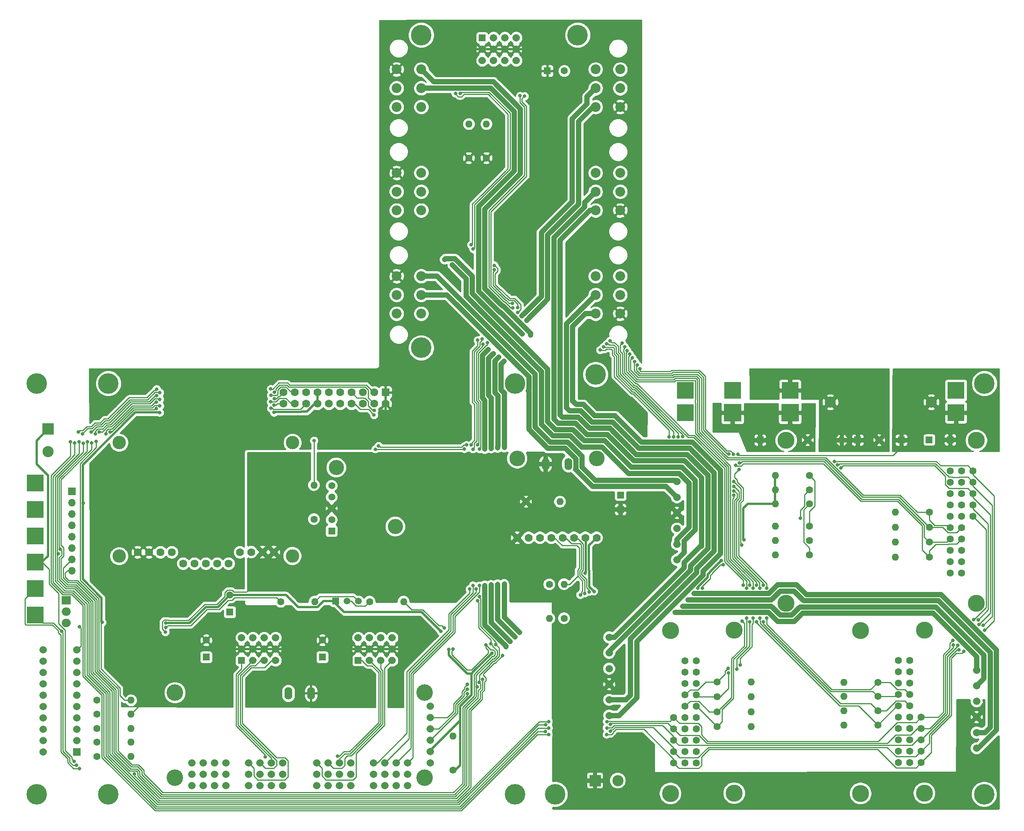
<source format=gtl>
G04 #@! TF.GenerationSoftware,KiCad,Pcbnew,(5.1.10-1-10_14)*
G04 #@! TF.CreationDate,2023-04-30T23:48:29-07:00*
G04 #@! TF.ProjectId,Control_Boards,436f6e74-726f-46c5-9f42-6f617264732e,rev?*
G04 #@! TF.SameCoordinates,Original*
G04 #@! TF.FileFunction,Copper,L1,Top*
G04 #@! TF.FilePolarity,Positive*
%FSLAX46Y46*%
G04 Gerber Fmt 4.6, Leading zero omitted, Abs format (unit mm)*
G04 Created by KiCad (PCBNEW (5.1.10-1-10_14)) date 2023-04-30 23:48:29*
%MOMM*%
%LPD*%
G01*
G04 APERTURE LIST*
G04 #@! TA.AperFunction,ComponentPad*
%ADD10C,1.670000*%
G04 #@! TD*
G04 #@! TA.AperFunction,ComponentPad*
%ADD11R,1.500000X1.500000*%
G04 #@! TD*
G04 #@! TA.AperFunction,ComponentPad*
%ADD12C,1.500000*%
G04 #@! TD*
G04 #@! TA.AperFunction,ComponentPad*
%ADD13C,1.600000*%
G04 #@! TD*
G04 #@! TA.AperFunction,ComponentPad*
%ADD14R,1.600000X1.600000*%
G04 #@! TD*
G04 #@! TA.AperFunction,ComponentPad*
%ADD15R,1.524000X1.524000*%
G04 #@! TD*
G04 #@! TA.AperFunction,WasherPad*
%ADD16C,3.800000*%
G04 #@! TD*
G04 #@! TA.AperFunction,WasherPad*
%ADD17C,3.698499*%
G04 #@! TD*
G04 #@! TA.AperFunction,ComponentPad*
%ADD18O,1.760000X2.800000*%
G04 #@! TD*
G04 #@! TA.AperFunction,WasherPad*
%ADD19C,4.600000*%
G04 #@! TD*
G04 #@! TA.AperFunction,ComponentPad*
%ADD20R,3.800000X3.800000*%
G04 #@! TD*
G04 #@! TA.AperFunction,ComponentPad*
%ADD21R,2.500000X2.500000*%
G04 #@! TD*
G04 #@! TA.AperFunction,ComponentPad*
%ADD22C,2.500000*%
G04 #@! TD*
G04 #@! TA.AperFunction,ComponentPad*
%ADD23O,2.000000X1.905000*%
G04 #@! TD*
G04 #@! TA.AperFunction,ComponentPad*
%ADD24R,2.000000X1.905000*%
G04 #@! TD*
G04 #@! TA.AperFunction,ComponentPad*
%ADD25O,1.600000X1.600000*%
G04 #@! TD*
G04 #@! TA.AperFunction,ComponentPad*
%ADD26C,2.209800*%
G04 #@! TD*
G04 #@! TA.AperFunction,ComponentPad*
%ADD27R,1.670000X1.670000*%
G04 #@! TD*
G04 #@! TA.AperFunction,ComponentPad*
%ADD28R,1.778000X1.778000*%
G04 #@! TD*
G04 #@! TA.AperFunction,ComponentPad*
%ADD29C,1.778000*%
G04 #@! TD*
G04 #@! TA.AperFunction,ComponentPad*
%ADD30O,1.760000X2.700000*%
G04 #@! TD*
G04 #@! TA.AperFunction,WasherPad*
%ADD31O,3.500000X3.500000*%
G04 #@! TD*
G04 #@! TA.AperFunction,ComponentPad*
%ADD32O,1.700000X1.700000*%
G04 #@! TD*
G04 #@! TA.AperFunction,ComponentPad*
%ADD33R,1.700000X1.700000*%
G04 #@! TD*
G04 #@! TA.AperFunction,ComponentPad*
%ADD34C,1.780000*%
G04 #@! TD*
G04 #@! TA.AperFunction,WasherPad*
%ADD35C,3.000000*%
G04 #@! TD*
G04 #@! TA.AperFunction,ComponentPad*
%ADD36C,1.560000*%
G04 #@! TD*
G04 #@! TA.AperFunction,ComponentPad*
%ADD37R,1.560000X1.560000*%
G04 #@! TD*
G04 #@! TA.AperFunction,WasherPad*
%ADD38C,3.400000*%
G04 #@! TD*
G04 #@! TA.AperFunction,ComponentPad*
%ADD39R,4.000000X4.000000*%
G04 #@! TD*
G04 #@! TA.AperFunction,ComponentPad*
%ADD40C,1.550000*%
G04 #@! TD*
G04 #@! TA.AperFunction,ComponentPad*
%ADD41R,1.550000X1.550000*%
G04 #@! TD*
G04 #@! TA.AperFunction,ViaPad*
%ADD42C,0.800000*%
G04 #@! TD*
G04 #@! TA.AperFunction,Conductor*
%ADD43C,0.250000*%
G04 #@! TD*
G04 #@! TA.AperFunction,Conductor*
%ADD44C,0.500000*%
G04 #@! TD*
G04 #@! TA.AperFunction,Conductor*
%ADD45C,1.200000*%
G04 #@! TD*
G04 #@! TA.AperFunction,Conductor*
%ADD46C,0.254000*%
G04 #@! TD*
G04 #@! TA.AperFunction,Conductor*
%ADD47C,0.100000*%
G04 #@! TD*
G04 APERTURE END LIST*
D10*
X132054600Y-60833600D03*
X132054600Y-64333600D03*
X132054600Y-67833600D03*
X132054600Y-71333600D03*
X132054600Y-74833600D03*
X132054600Y-78333600D03*
X214274400Y-68174200D03*
X214274400Y-71674200D03*
X214274400Y-75174200D03*
X214274400Y-78674200D03*
X214274400Y-82174200D03*
X214274400Y-85674200D03*
X147218400Y-43484200D03*
X147218400Y-39984200D03*
X147218400Y-36484200D03*
X147218400Y-32984200D03*
X147218400Y-29484200D03*
X147218400Y-25984200D03*
D11*
X70840600Y-52730400D03*
D12*
X75920600Y-52730400D03*
X73380600Y-52730400D03*
D13*
X41884600Y-61452600D03*
D14*
X41884600Y-65252600D03*
D10*
X57404000Y-60909949D03*
X57404000Y-63449949D03*
X57404000Y-65989949D03*
X54864000Y-60909949D03*
X54864000Y-63449949D03*
X54864000Y-65989949D03*
X52324000Y-60909949D03*
X52324000Y-63449949D03*
X52324000Y-65989949D03*
X49784000Y-60909949D03*
D15*
X49784000Y-65989949D03*
D10*
X49784000Y-63449949D03*
X83489800Y-60909949D03*
X83489800Y-63449949D03*
X83489800Y-65989949D03*
X80949800Y-60909949D03*
X80949800Y-63449949D03*
X80949800Y-65989949D03*
X78409800Y-60909949D03*
X78409800Y-63449949D03*
X78409800Y-65989949D03*
X75869800Y-60909949D03*
D15*
X75869800Y-65989949D03*
D10*
X75869800Y-63449949D03*
D13*
X67868800Y-61452600D03*
D14*
X67868800Y-65252600D03*
D13*
X149040600Y-66094400D03*
X151580600Y-66094400D03*
X149040600Y-68634400D03*
X151580600Y-68634400D03*
X149040600Y-71174400D03*
X151580600Y-71174400D03*
X149040600Y-73714400D03*
X151580600Y-73714400D03*
X149040600Y-76254400D03*
X151580600Y-76254400D03*
X149040600Y-78794400D03*
X151580600Y-78794400D03*
X149040600Y-81334400D03*
X151580600Y-81334400D03*
X149040600Y-83874400D03*
X151580600Y-83874400D03*
X149040600Y-86414400D03*
X151580600Y-86414400D03*
X149040600Y-88954400D03*
X151580600Y-88954400D03*
X146500600Y-78794400D03*
X146500600Y-81334400D03*
X146500600Y-83874400D03*
X146500600Y-86414400D03*
X146500600Y-88954400D03*
D16*
X145770600Y-59334400D03*
X145770600Y-95783400D03*
X188315600Y-59334400D03*
X188315600Y-95783400D03*
D13*
X199320400Y-66018200D03*
X196780400Y-66018200D03*
X199320400Y-68558200D03*
X196780400Y-68558200D03*
X199320400Y-71098200D03*
X196780400Y-71098200D03*
X199320400Y-73638200D03*
X196780400Y-73638200D03*
X199320400Y-76178200D03*
X196780400Y-76178200D03*
X199320400Y-78718200D03*
X196780400Y-78718200D03*
X199320400Y-81258200D03*
X196780400Y-81258200D03*
X199320400Y-83798200D03*
X196780400Y-83798200D03*
X199320400Y-86338200D03*
X196780400Y-86338200D03*
X199320400Y-88878200D03*
X196780400Y-88878200D03*
X201860400Y-78718200D03*
X201860400Y-81258200D03*
X201860400Y-83798200D03*
X201860400Y-86338200D03*
X201860400Y-88878200D03*
D16*
X202590400Y-59258200D03*
X202590400Y-95707200D03*
X160045400Y-59258200D03*
X160045400Y-95707200D03*
D17*
X90736200Y-92234800D03*
X90736200Y-73202800D03*
X34874200Y-73202800D03*
X34874200Y-92234800D03*
D10*
X92024200Y-88950800D03*
X92024200Y-86410800D03*
X92024200Y-83870800D03*
X92024200Y-81330800D03*
X92024200Y-78790800D03*
X92024200Y-76250800D03*
D18*
X65354200Y-73355200D03*
X60274200Y-73355200D03*
D10*
X86944200Y-88950800D03*
X86944200Y-91490800D03*
X86944200Y-94030800D03*
X84404200Y-88950800D03*
X84404200Y-91490800D03*
X84404200Y-94030800D03*
X81864200Y-88950800D03*
X81864200Y-91490800D03*
X81864200Y-94030800D03*
X79324200Y-88950800D03*
X79324200Y-91490800D03*
X79324200Y-94030800D03*
X74244200Y-88950800D03*
X74244200Y-91490800D03*
X74244200Y-94030800D03*
X71704200Y-88950800D03*
X71704200Y-91490800D03*
X71704200Y-94030800D03*
X69164200Y-88950800D03*
X69164200Y-91490800D03*
X69164200Y-94030800D03*
X66624200Y-88950800D03*
X66624200Y-91490800D03*
X66624200Y-94030800D03*
X59004200Y-88950800D03*
X59004200Y-91490800D03*
X59004200Y-94030800D03*
X56464200Y-88950800D03*
X56464200Y-91490800D03*
X56464200Y-94030800D03*
X53924200Y-88950800D03*
X53924200Y-91490800D03*
X53924200Y-94030800D03*
X51384200Y-88950800D03*
X51384200Y-91490800D03*
X51384200Y-94030800D03*
X46304200Y-88950800D03*
X46304200Y-91490800D03*
X46304200Y-94030800D03*
X43764200Y-88950800D03*
X43764200Y-91490800D03*
X43764200Y-94030800D03*
X41224200Y-88950800D03*
X41224200Y-91490800D03*
X41224200Y-94030800D03*
X38684200Y-88950800D03*
X38684200Y-91490800D03*
X38684200Y-94030800D03*
D19*
X129000000Y-2000000D03*
X90000000Y4000000D03*
X125000000Y74000000D03*
X90000000Y74000000D03*
X4000000Y-96000000D03*
X120000000Y-96000000D03*
X216000000Y-96000000D03*
X216000000Y-4000000D03*
X4000000Y-4000000D03*
X20000000Y-96000000D03*
X111000000Y-96000000D03*
X111000000Y-4000000D03*
X20000000Y-4000000D03*
D20*
X209651600Y-10537200D03*
X209651600Y-5537200D03*
D21*
X128905000Y-92887800D03*
D22*
X133985000Y-92887800D03*
D23*
X10591800Y-57632600D03*
X10591800Y-55092600D03*
D24*
X10591800Y-52552600D03*
D25*
X121056400Y-30454600D03*
D13*
X113436400Y-30454600D03*
D25*
X66167000Y-52832000D03*
D13*
X58547000Y-52832000D03*
D25*
X86080600Y-52832000D03*
D13*
X78460600Y-52832000D03*
D25*
X169265600Y-35941000D03*
D13*
X176885600Y-35941000D03*
D25*
X169265600Y-39154100D03*
D13*
X176885600Y-39154100D03*
D25*
X169265600Y-42367200D03*
D13*
X176885600Y-42367200D03*
D26*
X134511800Y11628120D03*
X134511800Y15829280D03*
X134511800Y20030440D03*
X129000000Y11628120D03*
X129000000Y15829280D03*
X129000000Y20030440D03*
D13*
X47167800Y-51368800D03*
D14*
X47167800Y-55168800D03*
D10*
X111252000Y68300600D03*
X111252000Y70840600D03*
X111252000Y73380600D03*
X108712000Y68300600D03*
X108712000Y70840600D03*
X108712000Y73380600D03*
X106172000Y68300600D03*
X106172000Y70840600D03*
X106172000Y73380600D03*
X103632000Y68300600D03*
D15*
X103632000Y73380600D03*
D10*
X103632000Y70840600D03*
X12928600Y-63652400D03*
X12928600Y-66192400D03*
X12928600Y-68732400D03*
X12928600Y-71272400D03*
X12928600Y-73812400D03*
X12928600Y-76352400D03*
X12928600Y-78892400D03*
X12928600Y-81432400D03*
X12928600Y-83972400D03*
D27*
X12928600Y-86512400D03*
D10*
X5428600Y-63652400D03*
X5428600Y-66192400D03*
X5428600Y-68732400D03*
X5428600Y-71272400D03*
X5428600Y-73812400D03*
X5428600Y-76352400D03*
X5428600Y-78892400D03*
X5428600Y-81432400D03*
X5428600Y-83972400D03*
X5428600Y-86512400D03*
D26*
X134511800Y57906920D03*
X134511800Y62108080D03*
X134511800Y66309240D03*
X129000000Y57906920D03*
X129000000Y62108080D03*
X129000000Y66309240D03*
X84488200Y66314320D03*
X84488200Y62113160D03*
X84488200Y57912000D03*
X90000000Y66314320D03*
X90000000Y62113160D03*
X90000000Y57912000D03*
X84488200Y20035520D03*
X84488200Y15834360D03*
X84488200Y11633200D03*
X90000000Y20035520D03*
X90000000Y15834360D03*
X90000000Y11633200D03*
X84488200Y43149520D03*
X84488200Y38948360D03*
X84488200Y34747200D03*
X90000000Y43149520D03*
X90000000Y38948360D03*
X90000000Y34747200D03*
X134511800Y34742120D03*
X134511800Y38943280D03*
X134511800Y43144440D03*
X129000000Y34742120D03*
X129000000Y38943280D03*
X129000000Y43144440D03*
D28*
X82000000Y-6000000D03*
D29*
X82000000Y-8540000D03*
X79460000Y-6000000D03*
X76920000Y-6000000D03*
X74380000Y-6000000D03*
X71840000Y-6000000D03*
X69300000Y-6000000D03*
X66760000Y-6000000D03*
X64220000Y-6000000D03*
X61680000Y-6000000D03*
X59140000Y-6000000D03*
X79460000Y-8540000D03*
X76920000Y-8540000D03*
X74380000Y-8540000D03*
X71840000Y-8540000D03*
X69300000Y-8540000D03*
X66760000Y-8540000D03*
X64220000Y-8540000D03*
X61680000Y-8540000D03*
X59140000Y-8540000D03*
D13*
X121996200Y65963800D03*
D14*
X118196200Y65963800D03*
D20*
X3632200Y-55803800D03*
X3632200Y-49905920D03*
X3632200Y-44008040D03*
X3632200Y-38110160D03*
X3632200Y-32212280D03*
D15*
X134645400Y-28994100D03*
X165826440Y-16652240D03*
X187655200Y-16652240D03*
D20*
X3632200Y-26314400D03*
D15*
X134620000Y-32232600D03*
X203657200Y-16611600D03*
X208356200Y-16611600D03*
D25*
X66014600Y-26771600D03*
D13*
X66014600Y-34391600D03*
D29*
X129260600Y-38557200D03*
X126720600Y-38557200D03*
X124180600Y-38557200D03*
X121640600Y-38557200D03*
X119100600Y-38557200D03*
X116560600Y-38557200D03*
X114020600Y-38557200D03*
X111480600Y-38557200D03*
D30*
X122910600Y-22047200D03*
X117830600Y-22047200D03*
D31*
X129260600Y-20777200D03*
X111480600Y-20777200D03*
D32*
X11887200Y-45897800D03*
X11887200Y-43357800D03*
X11887200Y-40817800D03*
X11887200Y-38277800D03*
X11887200Y-35737800D03*
X11887200Y-33197800D03*
X11887200Y-30657800D03*
D33*
X11887200Y-28117800D03*
D34*
X26568400Y-41757600D03*
X29108400Y-41757600D03*
X31648400Y-41757600D03*
X34188400Y-41757600D03*
X36728400Y-44297600D03*
X39268400Y-44297600D03*
X41808400Y-44297600D03*
X44348400Y-44297600D03*
X46888400Y-44297600D03*
D35*
X22398400Y-42637600D03*
X22398400Y-17237600D03*
X61198400Y-17237600D03*
X61198400Y-42637600D03*
D29*
X57048400Y-41757600D03*
X51968400Y-41757600D03*
X54508400Y-41757600D03*
X49428400Y-41757600D03*
D13*
X210907225Y-46414542D03*
X208367225Y-46414542D03*
X210907225Y-43874542D03*
X208367225Y-43874542D03*
X210907225Y-41334542D03*
X208367225Y-41334542D03*
X210907225Y-38794542D03*
X208367225Y-38794542D03*
X210907225Y-36254542D03*
X208367225Y-36254542D03*
X210907225Y-33714542D03*
X208367225Y-33714542D03*
X210907225Y-31174542D03*
X208367225Y-31174542D03*
X210907225Y-28634542D03*
X208367225Y-28634542D03*
X210907225Y-26094542D03*
X208367225Y-26094542D03*
X210907225Y-23554542D03*
X208367225Y-23554542D03*
X213447225Y-33714542D03*
X213447225Y-31174542D03*
X213447225Y-28634542D03*
X213447225Y-26094542D03*
X213447225Y-23554542D03*
D16*
X214177225Y-53174542D03*
X214177225Y-16725542D03*
X171632225Y-53174542D03*
X171632225Y-16725542D03*
D36*
X69977000Y-26898600D03*
X69977000Y-29438600D03*
X69977000Y-31978600D03*
X69977000Y-34518600D03*
D37*
X69977000Y-37058600D03*
D38*
X84207000Y-36028600D03*
X71007000Y-22828600D03*
D22*
X181536800Y-8178800D03*
X204136800Y-8178800D03*
D21*
X6540500Y-14211300D03*
D22*
X6540500Y-19291300D03*
D20*
X149123400Y-10537200D03*
X149123400Y-5537200D03*
D39*
X159664400Y-10537200D03*
D20*
X159664400Y-5537200D03*
D39*
X172516800Y-10537200D03*
D20*
X172516800Y-5537200D03*
D40*
X192434200Y-16652240D03*
D41*
X197434200Y-16652240D03*
D25*
X196062600Y-32842200D03*
D13*
X203682600Y-32842200D03*
D25*
X184531000Y-80441800D03*
D13*
X192151000Y-80441800D03*
D25*
X97129600Y-82931000D03*
D13*
X97129600Y-90551000D03*
D25*
X163830000Y-74134134D03*
D13*
X156210000Y-74134134D03*
D25*
X104571800Y54102000D03*
D13*
X104571800Y46482000D03*
D25*
X100634800Y54102000D03*
D13*
X100634800Y46482000D03*
D25*
X196062600Y-36186533D03*
D13*
X203682600Y-36186533D03*
D25*
X163830000Y-80822800D03*
D13*
X156210000Y-80822800D03*
D25*
X184531000Y-70866000D03*
D13*
X192151000Y-70866000D03*
D25*
X196062600Y-42875200D03*
D13*
X203682600Y-42875200D03*
D25*
X184531000Y-74057933D03*
D13*
X192151000Y-74057933D03*
D25*
X163830000Y-70789800D03*
D13*
X156210000Y-70789800D03*
D25*
X163830000Y-77478467D03*
D13*
X156210000Y-77478467D03*
D25*
X25044400Y-74904600D03*
D13*
X17424400Y-74904600D03*
D25*
X196062600Y-39530866D03*
D13*
X203682600Y-39530866D03*
D25*
X25044400Y-81203800D03*
D13*
X17424400Y-81203800D03*
D25*
X118668800Y-56591200D03*
D13*
X118668800Y-48971200D03*
D25*
X184058560Y-16652240D03*
D13*
X176438560Y-16652240D03*
D25*
X169265600Y-30962600D03*
D13*
X176885600Y-30962600D03*
D25*
X169265600Y-27774900D03*
D13*
X176885600Y-27774900D03*
D25*
X169265600Y-24587200D03*
D13*
X176885600Y-24587200D03*
D25*
X121970800Y-48945800D03*
D13*
X121970800Y-56565800D03*
D25*
X25044400Y-87503000D03*
D13*
X17424400Y-87503000D03*
D25*
X25044400Y-78054200D03*
D13*
X17424400Y-78054200D03*
D25*
X25019000Y-84302600D03*
D13*
X17399000Y-84302600D03*
D25*
X184531000Y-77249866D03*
D13*
X192151000Y-77249866D03*
D42*
X12331700Y-88633300D03*
X126644400Y-46431200D03*
X130791294Y4175796D03*
X146467814Y-15923858D03*
X159936290Y-28025603D03*
X165735000Y-56476420D03*
X165735000Y-49828600D03*
X16827500Y-33223200D03*
X19989800Y-52552600D03*
X125606158Y-51338604D03*
X104470200Y-62560200D03*
X97128951Y-63434779D03*
X95161100Y-58750200D03*
X56371299Y-6663998D03*
X30783756Y-6714798D03*
X16170957Y-14860236D03*
X17286909Y-16944009D03*
X182473600Y-21488400D03*
X216046087Y-59257916D03*
X211382459Y-63928141D03*
X131521200Y-82614600D03*
X118494857Y-82614600D03*
X56366673Y-9564000D03*
X30721734Y-9614800D03*
X20366659Y-14880259D03*
X11533700Y-17031735D03*
X157135898Y-43623298D03*
X105803700Y-64363600D03*
X151881531Y-49824331D03*
X162186340Y-38963600D03*
X96139000Y-63576200D03*
X94411800Y-59512200D03*
X128660110Y-50547434D03*
X32816800Y-57632600D03*
X18625276Y-57482610D03*
X14415600Y-30772100D03*
X57050106Y-10478600D03*
X31483117Y-10516959D03*
X174865200Y-34137600D03*
X183165961Y-22220846D03*
X215738102Y-58163433D03*
X210288780Y-63612186D03*
X132306947Y-81792981D03*
X117805200Y-81889600D03*
X57078961Y-8862110D03*
X31520411Y-9013036D03*
X19463555Y-15309686D03*
X12482664Y-17347124D03*
X183873070Y-22927954D03*
X214757182Y-57969011D03*
X210087059Y-62632741D03*
X131530534Y-81122954D03*
X118531304Y-81129801D03*
X57142938Y-7388999D03*
X31514471Y-7538536D03*
X17062842Y-15312503D03*
X13429629Y-17025780D03*
X138915262Y-729006D03*
X159852284Y-19872206D03*
X161213800Y-21772216D03*
X134924751Y5019417D03*
X162060972Y-49136511D03*
X161798000Y-57200800D03*
X164274599Y-49821177D03*
X164261800Y-56476420D03*
X161335810Y-66983715D03*
X158691939Y-67751355D03*
X136633719Y2555615D03*
X131511566Y4869490D03*
X147467798Y-15929950D03*
X159936290Y-27025600D03*
X166545589Y-49148808D03*
X166547800Y-57327800D03*
X138370561Y109626D03*
X158856355Y-19782049D03*
X160384199Y-22330575D03*
X132232400Y5562600D03*
X148466112Y-15871888D03*
X159936290Y-25933400D03*
X167278997Y-49828600D03*
X167285466Y-56500754D03*
X135513080Y4210793D03*
X162789087Y-49821969D03*
X162788600Y-56476420D03*
X137214858Y1741809D03*
X136045404Y3364250D03*
X163531486Y-49152008D03*
X163525200Y-57327800D03*
X160610810Y-67945001D03*
X158710800Y-68757800D03*
X159936290Y-29025606D03*
X145467831Y-15929950D03*
X130041338Y3514305D03*
X165023800Y-57327800D03*
X165005190Y-49138359D03*
X137785184Y920389D03*
X71277670Y-87437624D03*
X55132843Y-87564357D03*
X113106200Y60325000D03*
X110364861Y13890059D03*
X100866599Y-50024291D03*
X101141589Y-17748966D03*
X102631843Y5692216D03*
X112107923Y60383722D03*
X110466531Y12895239D03*
X101591599Y-49233200D03*
X101592184Y-18719800D03*
X103620818Y5993984D03*
X98679000Y60913160D03*
X101637446Y26085800D03*
X106337476Y21437600D03*
X111556800Y13004800D03*
X102316600Y-50000709D03*
X102591590Y-17740829D03*
X103836787Y4798852D03*
X97666346Y60900509D03*
X101187436Y27039379D03*
X106337476Y22437603D03*
X111556800Y11887200D03*
X103042185Y-18706480D03*
X103041600Y-49262211D03*
X104808043Y5082901D03*
X213636386Y-56848214D03*
X208956759Y-61502441D03*
X131539465Y-79672953D03*
X118516400Y-79679800D03*
X9263230Y-41106423D03*
X56337200Y-5207000D03*
X30796970Y-5264797D03*
X13321770Y-14828080D03*
X15309655Y-17027546D03*
X214640457Y-56894848D03*
X209045556Y-62498492D03*
X132310559Y-80342980D03*
X117828654Y-80405754D03*
X8813220Y-42100500D03*
X57125742Y-5938998D03*
X31513991Y-6031599D03*
X14211244Y-15285069D03*
X14369322Y-17367807D03*
X127564088Y-50653494D03*
X106705400Y-62420500D03*
X79476841Y-10028907D03*
X102994420Y-70934499D03*
X100347056Y-72406156D03*
X80448533Y-18007500D03*
X100141868Y-17772662D03*
X103041600Y-51714400D03*
X126600444Y-50980728D03*
X105575100Y-62242700D03*
X79438283Y-11028165D03*
X102544410Y-71907400D03*
X100306809Y-73471709D03*
X79756000Y-18732500D03*
X99692173Y-18686185D03*
X102591590Y-52640630D03*
X56326721Y-8113999D03*
X100357515Y-71370391D03*
X103722845Y-70219465D03*
X30734857Y-8164799D03*
X17957698Y-14866145D03*
X16262032Y-17332476D03*
X105664000Y-49098200D03*
X105664000Y-18542000D03*
X106146600Y2692400D03*
X113588800Y10109200D03*
X109905800Y-61772800D03*
X148488400Y-53873400D03*
X104241600Y-49225200D03*
X104241600Y-18669000D03*
X104978200Y3606800D03*
X112547400Y11125200D03*
X108966000Y-62915800D03*
X146786600Y-55270400D03*
X95224600Y23774400D03*
X96977200Y22529800D03*
X108585000Y-18338800D03*
X108508800Y939800D03*
X108585000Y-48895000D03*
X114427000Y6832600D03*
X111988600Y-59766200D03*
X151003000Y-51028600D03*
X107111800Y-48996600D03*
X107111800Y-18440400D03*
X107340400Y1905000D03*
X112598200Y7086600D03*
X110998000Y-60756800D03*
X149682200Y-52476400D03*
X66014600Y-16789400D03*
X32816800Y-58632603D03*
X13575200Y-58470799D03*
X12894011Y-89460228D03*
X9526162Y-59446438D03*
X32753695Y-59630612D03*
X160852287Y-19872206D03*
X161121812Y-23222217D03*
X161740471Y-40212341D03*
X157550760Y-44582275D03*
X152881523Y-49828600D03*
X108190174Y-64936225D03*
X13528274Y-90233347D03*
X25861853Y-91435347D03*
D43*
X4140200Y-44450000D02*
X4140200Y-44386500D01*
D44*
X4140200Y-44450000D02*
X4140200Y-44234002D01*
X5090160Y-44008040D02*
X3632200Y-44008040D01*
X6490201Y-42607999D02*
X5090160Y-44008040D01*
X3937000Y-22021800D02*
X6490201Y-24575001D01*
X6540500Y-14211300D02*
X3937000Y-16814800D01*
X6490201Y-24575001D02*
X6490201Y-42607999D01*
X3937000Y-16814800D02*
X3937000Y-22021800D01*
D43*
X5196840Y-44008040D02*
X3632200Y-44008040D01*
X6738190Y-48852800D02*
X6738190Y-45549390D01*
X8915400Y-51030010D02*
X6738190Y-48852800D01*
X6738190Y-45549390D02*
X5196840Y-44008040D01*
X8915400Y-57810371D02*
X8915400Y-51030010D01*
X10287000Y-59181971D02*
X8915400Y-57810371D01*
X11833599Y-87672401D02*
X10287000Y-86125802D01*
X11833599Y-88135199D02*
X11833599Y-87672401D01*
X10287000Y-86125802D02*
X10287000Y-59181971D01*
X12331700Y-88633300D02*
X11833599Y-88135199D01*
X126720600Y-46735999D02*
X126720601Y-46736000D01*
X126720600Y-46355000D02*
X126644400Y-46431200D01*
D44*
X126845600Y-46230000D02*
X126644400Y-46431200D01*
X126845600Y-38682200D02*
X126845600Y-46230000D01*
X126720600Y-38557200D02*
X126845600Y-38682200D01*
D43*
X132939311Y4144489D02*
X133174724Y3909076D01*
X131163565Y4144489D02*
X132939311Y4144489D01*
X131132258Y4175796D02*
X131163565Y4144489D01*
X130791294Y4175796D02*
X131132258Y4175796D01*
X133174724Y3909076D02*
X133174725Y2616287D01*
X133658672Y2132340D02*
X133658673Y-2273109D01*
X133174725Y2616287D02*
X133658672Y2132340D01*
X137228034Y-5842470D02*
X137552770Y-5842470D01*
X133658673Y-2273109D02*
X137228034Y-5842470D01*
X137552770Y-5842470D02*
X141601173Y-9890873D01*
X141601173Y-9890873D02*
X146068350Y-14358050D01*
X146467814Y-14757514D02*
X146467814Y-15923858D01*
X146068350Y-14358050D02*
X146467814Y-14757514D01*
X164872763Y-47675800D02*
X165730190Y-48533227D01*
X160661291Y-29608699D02*
X160111310Y-30158680D01*
X160009289Y-28025603D02*
X160661291Y-28677605D01*
X160661291Y-28677605D02*
X160661291Y-29608699D01*
X159936290Y-28025603D02*
X160009289Y-28025603D01*
X165730190Y-49823790D02*
X165735000Y-49828600D01*
X165730190Y-48533227D02*
X165730190Y-49823790D01*
X165822799Y-57675801D02*
X183821853Y-75674855D01*
X165822799Y-57129904D02*
X165822799Y-57675801D01*
X165735000Y-57042105D02*
X165822799Y-57129904D01*
X165735000Y-56476420D02*
X165735000Y-57042105D01*
X190575989Y-75674855D02*
X192151000Y-77249866D01*
X183821853Y-75674855D02*
X190575989Y-75674855D01*
X162918995Y-45751615D02*
X162918994Y-45721984D01*
X164843180Y-47675800D02*
X162918995Y-45751615D01*
X164872763Y-47675800D02*
X164843180Y-47675800D01*
X162918994Y-45721984D02*
X160111310Y-42914300D01*
X160111310Y-42914300D02*
X160111310Y-30158680D01*
X198195399Y-75053199D02*
X199320400Y-76178200D01*
X194043732Y-77249866D02*
X196240399Y-75053199D01*
X196240399Y-75053199D02*
X198195399Y-75053199D01*
X192151000Y-77249866D02*
X194043732Y-77249866D01*
X25044400Y-78054200D02*
X28778200Y-74320400D01*
D44*
X49784000Y-63449949D02*
X59130451Y-63449949D01*
X49784000Y-63449949D02*
X47752749Y-63449949D01*
X75869800Y-63449949D02*
X85419451Y-63449949D01*
X75869800Y-63449949D02*
X73889349Y-63449949D01*
X82000000Y-6000000D02*
X82000000Y-10194200D01*
X82000000Y-6000000D02*
X82000000Y-4106000D01*
X103632000Y70840600D02*
X113106200Y70840600D01*
X103632000Y70840600D02*
X101904800Y70840600D01*
D43*
X119843878Y-38557200D02*
X121563888Y-40277210D01*
X119100600Y-38557200D02*
X119843878Y-38557200D01*
X121563888Y-40277210D02*
X124783010Y-40277210D01*
X124783010Y-40277210D02*
X125370570Y-40864770D01*
X125370570Y-44336072D02*
X125370570Y-40864770D01*
X125370570Y-45359208D02*
X125019380Y-45710400D01*
X125370570Y-44336072D02*
X125370570Y-45359208D01*
X125019380Y-45710400D02*
X125019381Y-47152003D01*
X125979002Y-48129412D02*
X126095571Y-48245981D01*
X125979001Y-48111623D02*
X125979002Y-48129412D01*
X125019381Y-47152003D02*
X125979001Y-48111623D01*
X122226231Y-48945800D02*
X121970800Y-48945800D01*
X126095571Y-50412599D02*
X125875443Y-50632727D01*
X126095571Y-48245981D02*
X126095571Y-50412599D01*
X125875443Y-51069319D02*
X125606158Y-51338604D01*
X125875443Y-50632727D02*
X125875443Y-51069319D01*
X123225584Y-48945800D02*
X125019381Y-47152003D01*
X121970800Y-48945800D02*
X123225584Y-48945800D01*
X60936722Y-6000000D02*
X59722721Y-4785999D01*
X61680000Y-6000000D02*
X60936722Y-6000000D01*
X104470200Y-62560200D02*
X104470200Y-63233300D01*
X104978200Y-63741300D02*
X104978200Y-64375914D01*
X104470200Y-63233300D02*
X104978200Y-63741300D01*
X101231314Y-68122800D02*
X100241486Y-68122800D01*
X104978200Y-64375914D02*
X101231314Y-68122800D01*
X100241486Y-68122800D02*
X96875793Y-64757107D01*
X96875793Y-64757107D02*
X96824800Y-64706114D01*
X97128951Y-63659251D02*
X97128951Y-63434779D01*
X96824800Y-63963402D02*
X97128951Y-63659251D01*
X96824800Y-64706114D02*
X96824800Y-63963402D01*
X94636890Y-58225990D02*
X95161100Y-58750200D01*
X86080600Y-52832000D02*
X87867790Y-54619190D01*
X59722721Y-4785999D02*
X58557279Y-4785999D01*
X57925999Y-6406120D02*
X57925999Y-5417279D01*
X57668121Y-6663998D02*
X57925999Y-6406120D01*
X57925999Y-5417279D02*
X58557279Y-4785999D01*
X56371299Y-6663998D02*
X57668121Y-6663998D01*
X30458102Y-6714798D02*
X30783756Y-6714798D01*
X25000424Y-8089750D02*
X29083150Y-8089750D01*
X22306249Y-10783925D02*
X25000424Y-8089750D01*
X22286875Y-10783925D02*
X22306249Y-10783925D01*
X29083150Y-8089750D02*
X30458102Y-6714798D01*
X17423297Y-13691134D02*
X18573552Y-13691134D01*
X16170957Y-14860236D02*
X16254195Y-14860236D01*
X18573552Y-13691134D02*
X19459455Y-12805231D01*
X16254195Y-14860236D02*
X17423297Y-13691134D01*
X20265570Y-12805230D02*
X22286875Y-10783925D01*
X19459455Y-12805231D02*
X20265570Y-12805230D01*
X105548599Y-63638599D02*
X104470200Y-62560200D01*
X106528701Y-64015599D02*
X106151701Y-63638599D01*
X106528701Y-64711601D02*
X106528701Y-64015599D01*
X101819410Y-69223593D02*
X102097827Y-68945176D01*
X102097827Y-68882659D02*
X105891885Y-65088601D01*
X32168030Y-95574900D02*
X97220980Y-95574900D01*
X28926365Y-92324765D02*
X28926365Y-92333235D01*
X13690600Y-21945214D02*
X13690600Y-48022618D01*
X25307156Y-89360316D02*
X26769054Y-89360316D01*
X28926365Y-92333235D02*
X32168030Y-95574900D01*
X17286909Y-16944009D02*
X17286909Y-18348905D01*
X106151701Y-63638599D02*
X105548599Y-63638599D01*
X102097827Y-68945176D02*
X102097827Y-68882659D01*
X22149477Y-72709820D02*
X22149477Y-86170177D01*
X22149496Y-72709801D02*
X22149477Y-72709820D01*
X22149452Y-72328572D02*
X22149496Y-72709801D01*
X22604183Y-86657343D02*
X25307156Y-89360316D01*
X22149477Y-86170177D02*
X22604183Y-86624883D01*
X17900276Y-68079396D02*
X22149452Y-72328572D01*
X99301300Y-76492486D02*
X101819410Y-73974376D01*
X27936881Y-90528143D02*
X27936882Y-91335282D01*
X17900276Y-52583976D02*
X17900276Y-68079396D01*
X101819410Y-73974376D02*
X101819410Y-69223593D01*
X13690600Y-48022618D02*
X17900272Y-52232290D01*
X99301300Y-93494580D02*
X99301300Y-76492486D01*
X106151701Y-65088601D02*
X106528701Y-64711601D01*
X97220980Y-95574900D02*
X99301300Y-93494580D01*
X17900272Y-52583972D02*
X17900276Y-52583976D01*
X17900272Y-52232290D02*
X17900272Y-52583972D01*
X105891885Y-65088601D02*
X106151701Y-65088601D01*
X27936882Y-91335282D02*
X28926365Y-92324765D01*
X22604183Y-86624883D02*
X22604183Y-86657343D01*
X26769054Y-89360316D02*
X27936881Y-90528143D01*
X17286909Y-18348905D02*
X13690600Y-21945214D01*
X93938776Y-58225990D02*
X94636890Y-58225990D01*
X90331976Y-54619190D02*
X93938776Y-58225990D01*
X87867790Y-54619190D02*
X90331976Y-54619190D01*
X176885600Y-32627602D02*
X178079400Y-31433802D01*
X176885600Y-35941000D02*
X176885600Y-32627602D01*
X178079400Y-25781000D02*
X176885600Y-24587200D01*
X178079400Y-31433802D02*
X178079400Y-25781000D01*
X183438800Y-21488400D02*
X182473600Y-21488400D01*
X206213632Y-22429541D02*
X205272491Y-21488400D01*
X205272491Y-21488400D02*
X183438800Y-21488400D01*
X212322224Y-22429541D02*
X206213632Y-22429541D01*
X213447225Y-23554542D02*
X212322224Y-22429541D01*
X213447225Y-24429540D02*
X218202264Y-29184579D01*
X213447225Y-23554542D02*
X213447225Y-24429540D01*
X218202264Y-29184579D02*
X218202264Y-31088169D01*
X218202264Y-35923941D02*
X218202266Y-35923943D01*
X218202264Y-31088169D02*
X218202264Y-35923941D01*
X218202266Y-35923943D02*
X218202266Y-47371000D01*
X218202266Y-47371000D02*
X218202266Y-52298200D01*
X218202266Y-57101737D02*
X216046087Y-59257916D01*
X218202266Y-52298200D02*
X218202266Y-57101737D01*
X204132610Y-86605990D02*
X201860400Y-88878200D01*
X204132610Y-82798810D02*
X204132610Y-86605990D01*
X210947000Y-64363600D02*
X209737184Y-64363600D01*
X209737184Y-64363600D02*
X208621219Y-65479565D01*
X208621218Y-78310202D02*
X204132610Y-82798810D01*
X208621219Y-65479565D02*
X208621218Y-78310202D01*
X211382459Y-63928141D02*
X210947000Y-64363600D01*
X146500600Y-88079402D02*
X139839218Y-81418020D01*
X146500600Y-88954400D02*
X146500600Y-88079402D01*
X139839218Y-81418020D02*
X133694580Y-81418020D01*
X132558330Y-82614600D02*
X131521200Y-82614600D01*
X133031948Y-82140982D02*
X132558330Y-82614600D01*
X133581341Y-81418020D02*
X133031948Y-81967413D01*
X133031948Y-81967413D02*
X133031948Y-82140982D01*
X133694580Y-81418020D02*
X133581341Y-81418020D01*
X61097279Y-9754001D02*
X63005999Y-9754001D01*
X61096878Y-9753600D02*
X61097279Y-9754001D01*
X59723122Y-9753600D02*
X61096878Y-9753600D01*
X59722721Y-9754001D02*
X59723122Y-9753600D01*
X58557279Y-9754001D02*
X59722721Y-9754001D01*
X58556878Y-9753600D02*
X58557279Y-9754001D01*
X56897449Y-9753600D02*
X58556878Y-9753600D01*
X56707849Y-9564000D02*
X56897449Y-9753600D01*
X63005999Y-9754001D02*
X64220000Y-8540000D01*
X56366673Y-9564000D02*
X56707849Y-9564000D01*
X30631500Y-9614800D02*
X30356510Y-9889790D01*
X30721734Y-9614800D02*
X30631500Y-9614800D01*
X25746024Y-9889790D02*
X25746022Y-9889792D01*
X30356510Y-9889790D02*
X25746024Y-9889790D01*
X20755555Y-14880259D02*
X20366659Y-14880259D01*
X25746022Y-9889792D02*
X20755555Y-14880259D01*
X7188205Y-24629149D02*
X11533700Y-20283654D01*
X7188204Y-25133296D02*
X7188205Y-24629149D01*
X9796899Y-51275099D02*
X7188200Y-48666400D01*
X11851801Y-51275099D02*
X9796899Y-51275099D01*
X11916801Y-51340099D02*
X11851801Y-51275099D01*
X14300200Y-53723498D02*
X11935502Y-51358800D01*
X11533700Y-20283654D02*
X11533700Y-17031735D01*
X115988000Y-82614600D02*
X99003010Y-99599590D01*
X14300200Y-69570600D02*
X14300200Y-53723498D01*
X18549401Y-73819801D02*
X14300200Y-69570600D01*
X18498201Y-75495801D02*
X18549401Y-75444601D01*
X18549401Y-87713601D02*
X18549401Y-75547001D01*
X18549401Y-75444601D02*
X18549401Y-73819801D01*
X7188200Y-48666400D02*
X7188200Y-25133300D01*
X30460790Y-99624990D02*
X18549401Y-87713601D01*
X7188200Y-25133300D02*
X7188204Y-25133296D01*
X11935502Y-51358800D02*
X11916801Y-51358800D01*
X18549401Y-75547001D02*
X18498201Y-75495801D01*
X11916801Y-51358800D02*
X11916801Y-51340099D01*
X99003010Y-99624990D02*
X30460790Y-99624990D01*
X99003010Y-99599590D02*
X99003010Y-99624990D01*
X118494857Y-82614600D02*
X115988000Y-82614600D01*
X152080802Y-90119200D02*
X147665400Y-90119200D01*
X147665400Y-90119200D02*
X146500600Y-88954400D01*
X154407992Y-85888420D02*
X152705601Y-87590811D01*
X152705601Y-89494401D02*
X152080802Y-90119200D01*
X196240399Y-90003201D02*
X192125618Y-85888420D01*
X192125618Y-85888420D02*
X154407992Y-85888420D01*
X152705601Y-87590811D02*
X152705601Y-89494401D01*
X200735399Y-90003201D02*
X196240399Y-90003201D01*
X201860400Y-88878200D02*
X200735399Y-90003201D01*
D44*
X169164000Y-30962600D02*
X169164000Y-24587200D01*
X101244400Y-68985417D02*
X101522817Y-68707000D01*
X101244400Y-73736200D02*
X101244400Y-68985417D01*
X157135898Y-43623298D02*
X154559000Y-46200196D01*
X154103438Y-46759762D02*
X154103437Y-47390305D01*
X154559000Y-46304200D02*
X154103438Y-46759762D01*
X154559000Y-46200196D02*
X154559000Y-46304200D01*
X154103437Y-47390305D02*
X152258071Y-49235671D01*
X151881531Y-49612211D02*
X151881531Y-49824331D01*
X152258071Y-49235671D02*
X151881531Y-49612211D01*
X163982400Y-30962600D02*
X169265600Y-30962600D01*
X163068000Y-30962600D02*
X163982400Y-30962600D01*
X162036350Y-31994250D02*
X163068000Y-30962600D01*
X162036350Y-38813610D02*
X162036350Y-31994250D01*
X162186340Y-38963600D02*
X162036350Y-38813610D01*
X70840600Y-53273586D02*
X70840600Y-52730400D01*
X72761214Y-55194200D02*
X70840600Y-53273586D01*
X66767001Y-54082001D02*
X62464001Y-54082001D01*
X68118602Y-52730400D02*
X66767001Y-54082001D01*
X70840600Y-52730400D02*
X68118602Y-52730400D01*
X62464001Y-54082001D02*
X59750800Y-51368800D01*
X44510800Y-54025800D02*
X47167800Y-51368800D01*
X66760000Y-6000000D02*
X66760000Y-8540000D01*
X66760000Y-8540000D02*
X66201722Y-8540000D01*
X101244400Y-68985417D02*
X100290917Y-68985417D01*
X96139000Y-64833500D02*
X96139000Y-63576200D01*
X100290917Y-68985417D02*
X96139000Y-64833500D01*
X101522817Y-68644483D02*
X105803700Y-64363600D01*
X101522817Y-68707000D02*
X101522817Y-68644483D01*
X98726290Y-89436910D02*
X98726290Y-76254310D01*
X97612200Y-90551000D02*
X98726290Y-89436910D01*
X97129600Y-90551000D02*
X97612200Y-90551000D01*
X98726290Y-76254310D02*
X98742500Y-76238100D01*
X101244400Y-73736200D02*
X98742500Y-76238100D01*
X93700600Y-58801000D02*
X94411800Y-59512200D01*
D43*
X18350286Y-57757600D02*
X18625276Y-57482610D01*
X18350286Y-67892996D02*
X18350286Y-57757600D01*
X22599441Y-72142151D02*
X18350286Y-67892996D01*
X22599526Y-72896149D02*
X22599441Y-72142151D01*
X22599505Y-72896202D02*
X22599505Y-72896170D01*
X22599505Y-72896170D02*
X22599526Y-72896149D01*
X22599487Y-73901300D02*
X22599487Y-72896220D01*
X22599487Y-72896220D02*
X22599505Y-72896202D01*
X23602787Y-74904600D02*
X22599487Y-73901300D01*
X25044400Y-74904600D02*
X23602787Y-74904600D01*
D44*
X18625276Y-57461876D02*
X18625276Y-57482610D01*
X18475286Y-57311886D02*
X18625276Y-57461876D01*
X18475286Y-51994118D02*
X18475286Y-57311886D01*
X18475280Y-51994116D02*
X18475280Y-51994112D01*
X18475282Y-51994118D02*
X18475280Y-51994116D01*
X18475286Y-51994118D02*
X18475282Y-51994118D01*
X18475280Y-51994112D02*
X14265610Y-47784442D01*
X14265610Y-47784442D02*
X14265610Y-37084000D01*
X14265610Y-30922090D02*
X14415600Y-30772100D01*
X14265610Y-37084000D02*
X14265610Y-30922090D01*
X14265610Y-30622110D02*
X14265610Y-22183390D01*
X14265610Y-22183390D02*
X25984200Y-10464800D01*
X14415600Y-30772100D02*
X14265610Y-30622110D01*
X63244175Y-10329011D02*
X60859103Y-10329011D01*
X64416622Y-10325100D02*
X63248086Y-10325100D01*
X60859103Y-10329011D02*
X60858702Y-10328610D01*
X63248086Y-10325100D02*
X63244175Y-10329011D01*
X66201722Y-8540000D02*
X64416622Y-10325100D01*
X59960897Y-10329011D02*
X58319103Y-10329011D01*
X59961298Y-10328610D02*
X59960897Y-10329011D01*
X60858702Y-10328610D02*
X59961298Y-10328610D01*
X57199695Y-10329011D02*
X57050106Y-10478600D01*
X58319103Y-10329011D02*
X57199695Y-10329011D01*
X31430958Y-10464800D02*
X31483117Y-10516959D01*
X25984200Y-10464800D02*
X31430958Y-10464800D01*
X92024200Y-86186398D02*
X92024200Y-86410800D01*
X98726290Y-79484308D02*
X92024200Y-86186398D01*
X98726290Y-76254310D02*
X98726290Y-79484308D01*
X59750800Y-51368800D02*
X47167800Y-51368800D01*
X38201214Y-57632600D02*
X32816800Y-57632600D01*
X41808014Y-54025800D02*
X38201214Y-57632600D01*
X44510800Y-54025800D02*
X41808014Y-54025800D01*
X90093800Y-55194200D02*
X93700600Y-58801000D01*
X72761214Y-55194200D02*
X90093800Y-55194200D01*
X127570601Y-45858801D02*
X127545610Y-45833810D01*
X127570601Y-49457925D02*
X127570601Y-45858801D01*
X127545610Y-40272190D02*
X129260600Y-38557200D01*
X127545610Y-45833810D02*
X127545610Y-40272190D01*
X128660110Y-50547434D02*
X127570601Y-49457925D01*
D43*
X174865200Y-34137600D02*
X174865200Y-32346590D01*
X175760599Y-28899901D02*
X176885600Y-27774900D01*
X175760599Y-31451191D02*
X175760599Y-28899901D01*
X174865200Y-32346590D02*
X175760599Y-31451191D01*
X183366754Y-22220846D02*
X183649190Y-21938410D01*
X183165961Y-22220846D02*
X183366754Y-22220846D01*
X212322224Y-24969541D02*
X213447225Y-26094542D01*
X210367224Y-24969541D02*
X212322224Y-24969541D01*
X210343165Y-24993600D02*
X210367224Y-24969541D01*
X208931285Y-24993600D02*
X210343165Y-24993600D01*
X208907226Y-24969541D02*
X208931285Y-24993600D01*
X208117222Y-24969541D02*
X208907226Y-24969541D01*
X205086091Y-21938410D02*
X208117222Y-24969541D01*
X183649190Y-21938410D02*
X205086091Y-21938410D01*
X213447225Y-26969540D02*
X217752254Y-31274569D01*
X213447225Y-26094542D02*
X213447225Y-26969540D01*
X217752254Y-36110341D02*
X217752256Y-36110343D01*
X217752254Y-31274569D02*
X217752254Y-36110341D01*
X217752256Y-36110343D02*
X217752256Y-52484600D01*
X217752256Y-56149279D02*
X215738102Y-58163433D01*
X217752256Y-52484600D02*
X217752256Y-56149279D01*
X210288780Y-63612186D02*
X209852188Y-63612186D01*
X209852188Y-63612186D02*
X208171210Y-65293164D01*
X208171210Y-65293164D02*
X208171209Y-78123801D01*
X208171209Y-78123801D02*
X203682600Y-82612410D01*
X203682600Y-84516000D02*
X201860400Y-86338200D01*
X203682600Y-82612410D02*
X203682600Y-84516000D01*
X151903002Y-87757000D02*
X147843200Y-87757000D01*
X194215608Y-85438410D02*
X154221592Y-85438410D01*
X201860400Y-86338200D02*
X200670200Y-87528400D01*
X154221592Y-85438410D02*
X151903002Y-87757000D01*
X147843200Y-87757000D02*
X146500600Y-86414400D01*
X196305598Y-87528400D02*
X194215608Y-85438410D01*
X200670200Y-87528400D02*
X196305598Y-87528400D01*
X146500600Y-85539402D02*
X141929208Y-80968010D01*
X146500600Y-86414400D02*
X146500600Y-85539402D01*
X141929208Y-80968010D02*
X139835600Y-80968010D01*
X139835600Y-80968010D02*
X133394941Y-80968010D01*
X132581938Y-81517990D02*
X132306947Y-81792981D01*
X132844961Y-81517990D02*
X132581938Y-81517990D01*
X133394941Y-80968010D02*
X132844961Y-81517990D01*
X59140000Y-8540000D02*
X59024000Y-8540000D01*
X57078961Y-8862110D02*
X57482690Y-8862110D01*
X57804800Y-8540000D02*
X59140000Y-8540000D01*
X57482690Y-8862110D02*
X57804800Y-8540000D01*
X30373733Y-8889799D02*
X29823752Y-9439780D01*
X31069735Y-8889799D02*
X30373733Y-8889799D01*
X31192972Y-9013036D02*
X31069735Y-8889799D01*
X31520411Y-9013036D02*
X31192972Y-9013036D01*
X25559624Y-9439780D02*
X25559621Y-9439783D01*
X29823752Y-9439780D02*
X25559624Y-9439780D01*
X25559621Y-9439783D02*
X22865452Y-12133952D01*
X22865452Y-12133952D02*
X21589102Y-13410302D01*
X19463555Y-14710361D02*
X19463555Y-15309686D01*
X20018658Y-14155258D02*
X19463555Y-14710361D01*
X20714660Y-14155258D02*
X20018658Y-14155258D01*
X20843419Y-14155985D02*
X20715387Y-14155985D01*
X20715387Y-14155985D02*
X20714660Y-14155258D01*
X21589102Y-13410302D02*
X20843419Y-14155985D01*
X116076590Y-81889600D02*
X117805200Y-81889600D01*
X18999411Y-87527201D02*
X30647190Y-99174980D01*
X14750209Y-53537097D02*
X14750210Y-69384200D01*
X30647190Y-99174980D02*
X98791210Y-99174980D01*
X9983299Y-50825089D02*
X12038201Y-50825089D01*
X14750210Y-69384200D02*
X18999410Y-73633400D01*
X98791210Y-99174980D02*
X116076590Y-81889600D01*
X12482664Y-19971100D02*
X7638214Y-24815550D01*
X7638210Y-48480000D02*
X9983299Y-50825089D01*
X12038201Y-50825089D02*
X14750209Y-53537097D01*
X12482664Y-17347124D02*
X12482664Y-19971100D01*
X7638210Y-25496090D02*
X7638210Y-48480000D01*
X18999410Y-73633400D02*
X18999411Y-87527201D01*
X7638214Y-24815550D02*
X7638210Y-25496090D01*
X176885600Y-40819102D02*
X175590200Y-39523702D01*
X176885600Y-42367200D02*
X176885600Y-40819102D01*
X175590200Y-32258000D02*
X176885600Y-30962600D01*
X175590200Y-39523702D02*
X175590200Y-32258000D01*
X183873070Y-22927954D02*
X184412604Y-22388420D01*
X184412604Y-22388420D02*
X204899691Y-22388420D01*
X212322224Y-27509541D02*
X213447225Y-28634542D01*
X210352982Y-27523783D02*
X210367224Y-27509541D01*
X210338741Y-27509541D02*
X210352982Y-27523783D01*
X208117222Y-27509541D02*
X210338741Y-27509541D01*
X207242224Y-26634543D02*
X208117222Y-27509541D01*
X207242224Y-24730953D02*
X207242224Y-26634543D01*
X210367224Y-27509541D02*
X212322224Y-27509541D01*
X204899691Y-22388420D02*
X207242224Y-24730953D01*
X217302244Y-36296741D02*
X217302246Y-36296743D01*
X217302244Y-33364559D02*
X217302244Y-36296741D01*
X213447225Y-29509540D02*
X217302244Y-33364559D01*
X213447225Y-28634542D02*
X213447225Y-29509540D01*
X217302246Y-36296743D02*
X217302246Y-52671000D01*
X217302246Y-55423947D02*
X214757182Y-57969011D01*
X217302246Y-52671000D02*
X217302246Y-55423947D01*
X210087059Y-62740905D02*
X207721200Y-65106764D01*
X210087059Y-62632741D02*
X210087059Y-62740905D01*
X207721200Y-77937400D02*
X201860400Y-83798200D01*
X207721200Y-65106764D02*
X207721200Y-77937400D01*
X147625601Y-84999401D02*
X146500600Y-83874400D01*
X149591602Y-84988400D02*
X149580601Y-84999401D01*
X151040599Y-84999401D02*
X151029598Y-84988400D01*
X152120601Y-84999401D02*
X151040599Y-84999401D01*
X199795202Y-84988400D02*
X152131602Y-84988400D01*
X149580601Y-84999401D02*
X147625601Y-84999401D01*
X200985402Y-83798200D02*
X199795202Y-84988400D01*
X151029598Y-84988400D02*
X149591602Y-84988400D01*
X152131602Y-84988400D02*
X152120601Y-84999401D01*
X201860400Y-83798200D02*
X200985402Y-83798200D01*
X133208541Y-80518000D02*
X132658560Y-81067981D01*
X139649200Y-80518000D02*
X133208541Y-80518000D01*
X146500600Y-83874400D02*
X146500600Y-82999402D01*
X144019198Y-80518000D02*
X139649200Y-80518000D01*
X146500600Y-82999402D02*
X144019198Y-80518000D01*
X131585507Y-81067981D02*
X131530534Y-81122954D01*
X132658560Y-81067981D02*
X131585507Y-81067981D01*
X58338511Y-6875989D02*
X58092539Y-6875990D01*
X59140000Y-6074500D02*
X58338511Y-6875989D01*
X59140000Y-6000000D02*
X59140000Y-6074500D01*
X57579530Y-7388999D02*
X57142938Y-7388999D01*
X58092539Y-6875990D02*
X57579530Y-7388999D01*
X19645857Y-13255239D02*
X18759952Y-14141144D01*
X25186824Y-8539760D02*
X22492650Y-11233934D01*
X18759952Y-14141144D02*
X17609697Y-14141144D01*
X20463260Y-13255240D02*
X19645857Y-13255239D01*
X17609697Y-14141144D02*
X17062842Y-14687999D01*
X22492650Y-11233934D02*
X22484566Y-11233934D01*
X22484566Y-11233934D02*
X20463260Y-13255240D01*
X29286894Y-8539760D02*
X25186824Y-8539760D01*
X31514471Y-7538536D02*
X31415733Y-7439798D01*
X30386856Y-7439798D02*
X29286894Y-8539760D01*
X17062842Y-14687999D02*
X17062842Y-15312503D01*
X31415733Y-7439798D02*
X30386856Y-7439798D01*
X8088223Y-25001951D02*
X13429629Y-19660545D01*
X8088220Y-48194820D02*
X8088220Y-25696867D01*
X13429629Y-19660545D02*
X13429629Y-17025780D01*
X15200218Y-69197798D02*
X15200218Y-53350696D01*
X15200218Y-53350696D02*
X12224601Y-50375079D01*
X30833590Y-98724970D02*
X19449419Y-87340799D01*
X19449419Y-73446999D02*
X15200218Y-69197798D01*
X8088220Y-25696867D02*
X8088223Y-25001951D01*
X19449419Y-87340799D02*
X19449419Y-73446999D01*
X118123801Y-81164599D02*
X116165181Y-81164599D01*
X12224601Y-50375079D02*
X10268479Y-50375079D01*
X98604810Y-98724970D02*
X30833590Y-98724970D01*
X118158599Y-81129801D02*
X118123801Y-81164599D01*
X116165181Y-81164599D02*
X98604810Y-98724970D01*
X10268479Y-50375079D02*
X8088220Y-48194820D01*
X118531304Y-81129801D02*
X118158599Y-81129801D01*
X207630901Y-39530866D02*
X208367225Y-38794542D01*
X203682600Y-39530866D02*
X207630901Y-39530866D01*
X138915262Y-729006D02*
X138915262Y-840862D01*
X202557599Y-38405865D02*
X203682600Y-39530866D01*
X202557599Y-35697942D02*
X202557599Y-38405865D01*
X188535600Y-29888610D02*
X196748267Y-29888610D01*
X181642591Y-22995601D02*
X188535600Y-29888610D01*
X181642591Y-22994191D02*
X181642591Y-22995601D01*
X180145626Y-21497226D02*
X181642591Y-22994191D01*
X196748267Y-29888610D02*
X202557599Y-35697942D01*
X161763774Y-21497226D02*
X180145626Y-21497226D01*
X161488784Y-21772216D02*
X161763774Y-21497226D01*
X161213800Y-21772216D02*
X161488784Y-21772216D01*
X159204356Y-19057048D02*
X159852284Y-19704976D01*
X157974516Y-18652696D02*
X158378868Y-19057048D01*
X153598451Y-14281854D02*
X157969293Y-18652696D01*
X153598451Y-2445199D02*
X153598451Y-14281854D01*
X157969293Y-18652696D02*
X157974516Y-18652696D01*
X152215406Y-1062154D02*
X153598451Y-2445199D01*
X146031404Y-1062153D02*
X152215406Y-1062154D01*
X145751183Y-1342370D02*
X146031404Y-1062153D01*
X158378868Y-19057048D02*
X159204356Y-19057048D01*
X139137370Y-1342370D02*
X145751183Y-1342370D01*
X138915262Y-1120262D02*
X139137370Y-1342370D01*
X159852284Y-19704976D02*
X159852284Y-19872206D01*
X138915262Y-729006D02*
X138915262Y-1120262D01*
X134524752Y3175490D02*
X135008700Y2691542D01*
X134524752Y4619418D02*
X134524752Y3175490D01*
X134924751Y5019417D02*
X134524752Y4619418D01*
X135008700Y2691542D02*
X135008700Y-449500D01*
X135008700Y-1713906D02*
X137787234Y-4492440D01*
X135008700Y-449500D02*
X135008700Y-1713906D01*
X137787234Y-4492440D02*
X138111970Y-4492440D01*
X138111970Y-4492440D02*
X142951200Y-9331670D01*
X142951200Y-9331670D02*
X149698200Y-16078670D01*
X150940397Y-16078670D02*
X152025563Y-17163836D01*
X149698200Y-16078670D02*
X150940397Y-16078670D01*
X152025563Y-17163836D02*
X157499263Y-22637536D01*
X157499263Y-22637536D02*
X157511963Y-22650236D01*
X157499263Y-22637536D02*
X157861260Y-22999532D01*
X150165601Y-75129399D02*
X149040600Y-76254400D01*
X152120601Y-75129399D02*
X150165601Y-75129399D01*
X154469669Y-77478467D02*
X152120601Y-75129399D01*
X156210000Y-77478467D02*
X154469669Y-77478467D01*
X157861260Y-43763940D02*
X157860899Y-43764301D01*
X157861260Y-22999532D02*
X157861260Y-43763940D01*
X157861260Y-43763940D02*
X157861261Y-43867471D01*
X160668948Y-46675158D02*
X160668949Y-46683619D01*
X157861261Y-43867471D02*
X160668948Y-46675158D01*
X162060972Y-48075642D02*
X162060972Y-49136511D01*
X160668949Y-46683619D02*
X162060972Y-48075642D01*
X159435800Y-74252667D02*
X156210000Y-77478467D01*
X159435800Y-65582800D02*
X159435800Y-74252667D01*
X162270401Y-62748199D02*
X159435800Y-65582800D01*
X162270401Y-57673201D02*
X162270401Y-62748199D01*
X161798000Y-57200800D02*
X162270401Y-57673201D01*
X153630202Y-70789800D02*
X151852202Y-72567800D01*
X156210000Y-70789800D02*
X153630202Y-70789800D01*
X150187200Y-72567800D02*
X149040600Y-73714400D01*
X151852202Y-72567800D02*
X150187200Y-72567800D01*
X164261800Y-57664202D02*
X163975210Y-57950792D01*
X164261800Y-56476420D02*
X164261800Y-57664202D01*
X163975209Y-62952621D02*
X163688618Y-63239212D01*
X163975210Y-57950792D02*
X163975209Y-62952621D01*
X161335810Y-65592020D02*
X161335810Y-66983715D01*
X163688618Y-63239212D02*
X161335810Y-65592020D01*
X157985799Y-69014001D02*
X156210000Y-70789800D01*
X157985799Y-68457495D02*
X157985799Y-69014001D01*
X158691939Y-67751355D02*
X157985799Y-68457495D01*
X164280189Y-48385629D02*
X164280189Y-49853189D01*
X164280189Y-49853189D02*
X164312600Y-49885600D01*
X162018976Y-46115956D02*
X162018976Y-46124416D01*
X159211290Y-43308270D02*
X162018976Y-46115956D01*
X136633719Y2233672D02*
X136364849Y1964801D01*
X159211290Y-22440332D02*
X159211290Y-43308270D01*
X151798411Y-15027455D02*
X159211290Y-22440332D01*
X138346434Y-3142410D02*
X146496778Y-3142410D01*
X146776999Y-2862189D02*
X151469802Y-2862190D01*
X151469802Y-2862190D02*
X151798411Y-3190799D01*
X162018976Y-46124416D02*
X164280189Y-48385629D01*
X136364849Y1964801D02*
X136364850Y-1160826D01*
X146496778Y-3142410D02*
X146776999Y-2862189D01*
X136633719Y2555615D02*
X136633719Y2233672D01*
X136364850Y-1160826D02*
X138346434Y-3142410D01*
X151798411Y-3190799D02*
X151798411Y-15027455D01*
X132099198Y4622800D02*
X133145390Y4622800D01*
X131852508Y4869490D02*
X132099198Y4622800D01*
X131511566Y4869490D02*
X131852508Y4869490D01*
X133624734Y2802688D02*
X134108682Y2318740D01*
X133624734Y4143456D02*
X133624734Y2802688D01*
X133145390Y4622800D02*
X133624734Y4143456D01*
X134108682Y2318740D02*
X134108682Y-2086708D01*
X134108682Y-2086708D02*
X137283387Y-5261413D01*
X137414434Y-5392460D02*
X137739170Y-5392460D01*
X137283387Y-5261413D02*
X137414434Y-5392460D01*
X137739170Y-5392460D02*
X142051182Y-9704472D01*
X147467798Y-15121088D02*
X147467798Y-15929950D01*
X142051182Y-9704472D02*
X147467798Y-15121088D01*
X191025999Y-72932932D02*
X192151000Y-74057933D01*
X181716340Y-72932932D02*
X191025999Y-72932932D01*
X166547800Y-57764392D02*
X181716340Y-72932932D01*
X166547800Y-57327800D02*
X166547800Y-57764392D01*
X160193402Y-27300602D02*
X159936290Y-27043490D01*
X166545589Y-49148808D02*
X166545589Y-48712216D01*
X160284291Y-27300602D02*
X160193402Y-27300602D01*
X161111301Y-28127612D02*
X160284291Y-27300602D01*
X161111301Y-29795099D02*
X161111301Y-28127612D01*
X160561320Y-30345080D02*
X161111301Y-29795099D01*
X163369003Y-45535583D02*
X160561320Y-42727900D01*
X159936290Y-27043490D02*
X159936290Y-27025600D01*
X164950373Y-47117000D02*
X164920790Y-47117000D01*
X163369003Y-45565213D02*
X163369003Y-45535583D01*
X164920790Y-47117000D02*
X163369003Y-45565213D01*
X166545589Y-48712216D02*
X164950373Y-47117000D01*
X160561320Y-42727900D02*
X160561320Y-30345080D01*
X196360667Y-74057933D02*
X196780400Y-73638200D01*
X192151000Y-74057933D02*
X196360667Y-74057933D01*
X196561867Y-30338620D02*
X202107589Y-35884342D01*
X179959226Y-21947236D02*
X181192581Y-23180591D01*
X188349200Y-30338620D02*
X196561867Y-30338620D01*
X162111782Y-21947236D02*
X179959226Y-21947236D01*
X202107589Y-41300189D02*
X203682600Y-42875200D01*
X181192581Y-23180591D02*
X181192582Y-23182002D01*
X161561801Y-22497217D02*
X162111782Y-21947236D01*
X160550841Y-22497217D02*
X161561801Y-22497217D01*
X202107589Y-35884342D02*
X202107589Y-41300189D01*
X181192582Y-23182002D02*
X188349200Y-30338620D01*
X160384199Y-22330575D02*
X160550841Y-22497217D01*
X203682600Y-42875200D02*
X203682600Y-41428676D01*
X203682600Y-41428676D02*
X205130400Y-39980876D01*
X207959057Y-39919543D02*
X209782224Y-39919543D01*
X207897724Y-39980876D02*
X207959057Y-39919543D01*
X209782224Y-39919543D02*
X210907225Y-38794542D01*
X205130400Y-39980876D02*
X207897724Y-39980876D01*
X158467459Y-19782049D02*
X158856355Y-19782049D01*
X157788116Y-19102706D02*
X158467459Y-19782049D01*
X157782893Y-19102706D02*
X157788116Y-19102706D01*
X153148441Y-2631599D02*
X153148441Y-14468254D01*
X138764254Y-1651000D02*
X138787011Y-1651001D01*
X138928390Y-1792380D02*
X145937581Y-1792380D01*
X145937581Y-1792380D02*
X146217803Y-1512162D01*
X138787011Y-1651001D02*
X138928390Y-1792380D01*
X138190261Y-1077007D02*
X138764254Y-1651000D01*
X138190261Y-70674D02*
X138190261Y-1077007D01*
X152029005Y-1512163D02*
X153148441Y-2631599D01*
X153148441Y-14468254D02*
X157782893Y-19102706D01*
X146217803Y-1512162D02*
X152029005Y-1512163D01*
X138370561Y109626D02*
X138190261Y-70674D01*
X133299081Y5105519D02*
X134074742Y4329858D01*
X132689481Y5105519D02*
X133299081Y5105519D01*
X132232400Y5562600D02*
X132689481Y5105519D01*
X134074743Y2989089D02*
X134558690Y2505142D01*
X134074742Y4329858D02*
X134074743Y2989089D01*
X134558690Y2505142D02*
X134558691Y-1900307D01*
X137600834Y-4942450D02*
X137925570Y-4942450D01*
X134558691Y-1900307D02*
X137600834Y-4942450D01*
X137925570Y-4942450D02*
X142501191Y-9518071D01*
X148466112Y-15482992D02*
X148466112Y-15871888D01*
X142501191Y-9518071D02*
X148466112Y-15482992D01*
X165002583Y-46532800D02*
X167278997Y-48809214D01*
X167278997Y-48809214D02*
X167278997Y-49828600D01*
X161561311Y-29981499D02*
X161011330Y-30531480D01*
X161561311Y-27577619D02*
X161561311Y-29981499D01*
X159936290Y-25952598D02*
X161561311Y-27577619D01*
X159936290Y-25933400D02*
X159936290Y-25952598D01*
X190534078Y-72482922D02*
X192151000Y-70866000D01*
X167285466Y-57865648D02*
X181902740Y-72482922D01*
X181902740Y-72482922D02*
X190534078Y-72482922D01*
X167285466Y-56500754D02*
X167285466Y-57865648D01*
X163819013Y-45378813D02*
X163819012Y-45349182D01*
X164973000Y-46532800D02*
X163819013Y-45378813D01*
X165002583Y-46532800D02*
X164973000Y-46532800D01*
X163819012Y-45349182D02*
X161011330Y-42541500D01*
X161011330Y-42541500D02*
X161011330Y-30531480D01*
X198195399Y-72513199D02*
X199320400Y-73638200D01*
X194883198Y-70866000D02*
X196530397Y-72513199D01*
X196530397Y-72513199D02*
X198195399Y-72513199D01*
X192151000Y-70866000D02*
X194883198Y-70866000D01*
X151126798Y-15628661D02*
X158311270Y-22813132D01*
X135458709Y-1527505D02*
X137973634Y-4042430D01*
X135320403Y3016249D02*
X135458708Y2877944D01*
X149884600Y-15628660D02*
X151126798Y-15628661D01*
X135320403Y3712251D02*
X135320403Y3016249D01*
X135458708Y2877944D02*
X135458709Y-1527505D01*
X135513080Y4210793D02*
X135513080Y3904928D01*
X135513080Y3904928D02*
X135320403Y3712251D01*
X137973634Y-4042430D02*
X138298370Y-4042430D01*
X151641600Y-76254400D02*
X151580600Y-76254400D01*
X156210000Y-80822800D02*
X151641600Y-76254400D01*
X158311270Y-22813132D02*
X158311270Y-33597270D01*
X158311270Y-33597270D02*
X158311270Y-40106600D01*
X161118958Y-46488758D02*
X161118958Y-46497218D01*
X158311270Y-43681070D02*
X161118958Y-46488758D01*
X158311270Y-40106600D02*
X158311270Y-43681070D01*
X162806485Y-49827285D02*
X162890200Y-49911000D01*
X162806485Y-48184745D02*
X162806485Y-49827285D01*
X161118958Y-46497218D02*
X162806485Y-48184745D01*
X162788600Y-62866410D02*
X159885810Y-65769200D01*
X162788600Y-56476420D02*
X162788600Y-62866410D01*
X159885810Y-65769200D02*
X159885809Y-74439068D01*
X157335001Y-79697799D02*
X156210000Y-80822800D01*
X157335001Y-76989876D02*
X157335001Y-79697799D01*
X159885809Y-74439068D02*
X157335001Y-76989876D01*
X138298370Y-4042430D02*
X146528370Y-12272430D01*
X146528370Y-12272430D02*
X149884600Y-15628660D01*
X207827224Y-37379543D02*
X209782224Y-37379543D01*
X206634214Y-36186533D02*
X207827224Y-37379543D01*
X209782224Y-37379543D02*
X210907225Y-36254542D01*
X203682600Y-36186533D02*
X206634214Y-36186533D01*
X196934667Y-29438600D02*
X203682600Y-36186533D01*
X180332027Y-21047217D02*
X182092600Y-22807790D01*
X188722000Y-29438600D02*
X196934667Y-29438600D01*
X158454583Y-21047216D02*
X180332027Y-21047217D01*
X152248421Y-14841055D02*
X158454583Y-21047216D01*
X151656203Y-2412181D02*
X152248421Y-3004399D01*
X182092600Y-22809200D02*
X188722000Y-29438600D01*
X146590600Y-2412180D02*
X151656203Y-2412181D01*
X137214858Y1741809D02*
X136814859Y1341810D01*
X152248421Y-3004399D02*
X152248421Y-14841055D01*
X146310378Y-2692400D02*
X146590600Y-2412180D01*
X182092600Y-22807790D02*
X182092600Y-22809200D01*
X138532834Y-2692400D02*
X146310378Y-2692400D01*
X136814859Y1341810D02*
X136814859Y-974425D01*
X136814859Y-974425D02*
X138532834Y-2692400D01*
X152000334Y-74134134D02*
X151580600Y-73714400D01*
X156210000Y-74134134D02*
X152000334Y-74134134D01*
X163525200Y-62766220D02*
X163238609Y-63052811D01*
X163525200Y-57327800D02*
X163525200Y-62766220D01*
X160610810Y-65680610D02*
X160610810Y-67945001D01*
X163238609Y-63052811D02*
X160610810Y-65680610D01*
X158710800Y-68757800D02*
X158710800Y-72302200D01*
X156878866Y-74134134D02*
X156210000Y-74134134D01*
X158710800Y-72302200D02*
X156878866Y-74134134D01*
X163531486Y-48273336D02*
X163531486Y-49152008D01*
X158761280Y-22626732D02*
X158761280Y-43494670D01*
X151348401Y-15213855D02*
X158761280Y-22626732D01*
X151348401Y-8377199D02*
X151348401Y-15213855D01*
X151333200Y-8361998D02*
X151348401Y-8377199D01*
X158761280Y-43494670D02*
X161568967Y-46302357D01*
X151333200Y-7712402D02*
X151333200Y-8361998D01*
X151348401Y-7697201D02*
X151333200Y-7712402D01*
X161568967Y-46302357D02*
X161568967Y-46310817D01*
X151283401Y-3312199D02*
X151348401Y-3377199D01*
X151348401Y-3377199D02*
X151348401Y-7697201D01*
X146898399Y-3377199D02*
X146963399Y-3312199D01*
X161568967Y-46310817D02*
X163531486Y-48273336D01*
X146683178Y-3592420D02*
X146897398Y-3378200D01*
X146898399Y-3378200D02*
X146898399Y-3377199D01*
X146897398Y-3378200D02*
X146898399Y-3378200D01*
X138160034Y-3592420D02*
X146683178Y-3592420D01*
X135908718Y-1341104D02*
X138160034Y-3592420D01*
X135908718Y2903616D02*
X135908718Y-1341104D01*
X146963399Y-3312199D02*
X151283401Y-3312199D01*
X136045404Y3040302D02*
X135908718Y2903616D01*
X136045404Y3364250D02*
X136045404Y3040302D01*
X141151164Y-10077274D02*
X145467831Y-14393941D01*
X145467831Y-14393941D02*
X145467831Y-15929950D01*
X137373090Y-6299200D02*
X141151164Y-10077274D01*
X133208664Y-2459510D02*
X137048354Y-6299200D01*
X137048354Y-6299200D02*
X137373090Y-6299200D01*
X133208664Y1945938D02*
X133208664Y-2459510D01*
X132724716Y2429886D02*
X133208664Y1945938D01*
X132724716Y3444684D02*
X132724716Y2429886D01*
X131380279Y3694479D02*
X132474921Y3694479D01*
X132474921Y3694479D02*
X132724716Y3444684D01*
X130041338Y3514305D02*
X130379783Y3514305D01*
X130379783Y3514305D02*
X130443293Y3450795D01*
X130443293Y3450795D02*
X131136595Y3450795D01*
X131136595Y3450795D02*
X131380279Y3694479D01*
X187834065Y-76124865D02*
X183635452Y-76124864D01*
X165023800Y-57513212D02*
X165023800Y-57327800D01*
X183635452Y-76124864D02*
X165023800Y-57513212D01*
X192151000Y-80441800D02*
X187834065Y-76124865D01*
X159936290Y-29591291D02*
X159936290Y-29025606D01*
X159661300Y-29866281D02*
X159936290Y-29591291D01*
X159661300Y-43100700D02*
X159661300Y-29866281D01*
X162468985Y-45908385D02*
X159661300Y-43100700D01*
X162468985Y-45938015D02*
X162468985Y-45908385D01*
X165005190Y-48474220D02*
X162468985Y-45938015D01*
X165005190Y-49138359D02*
X165005190Y-48474220D01*
X196414600Y-76178200D02*
X196780400Y-76178200D01*
X192151000Y-80441800D02*
X196414600Y-76178200D01*
X203682600Y-32842200D02*
X203682600Y-34569400D01*
X203682600Y-34569400D02*
X204849723Y-35736523D01*
X207849206Y-35736523D02*
X208367225Y-36254542D01*
X200974677Y-32842200D02*
X203682600Y-32842200D01*
X197121068Y-28988591D02*
X200974677Y-32842200D01*
X180518428Y-20597208D02*
X182542609Y-22621389D01*
X158117611Y-20068611D02*
X158646206Y-20597206D01*
X158646206Y-20597206D02*
X180518428Y-20597208D01*
X182542609Y-22621389D02*
X182542609Y-22622799D01*
X188908400Y-28988590D02*
X197121068Y-28988591D01*
X182542609Y-22622799D02*
X188908400Y-28988590D01*
X158112388Y-20068611D02*
X158117611Y-20068611D01*
X137645560Y-1168716D02*
X138577854Y-2101010D01*
X137645560Y780765D02*
X137645560Y-1168716D01*
X137785184Y920389D02*
X137645560Y780765D01*
X204849723Y-35736523D02*
X207849206Y-35736523D01*
X138600610Y-2101010D02*
X138741990Y-2242390D01*
X138577854Y-2101010D02*
X138600610Y-2101010D01*
X151842604Y-1962172D02*
X152698431Y-2817999D01*
X146123979Y-2242390D02*
X146404202Y-1962171D01*
X146404202Y-1962171D02*
X151842604Y-1962172D01*
X138741990Y-2242390D02*
X146123979Y-2242390D01*
X152698431Y-14654654D02*
X158112388Y-20068611D01*
X152698431Y-2817999D02*
X152698431Y-14654654D01*
X77852999Y-67149950D02*
X78933391Y-67149950D01*
X76692998Y-65989949D02*
X77852999Y-67149950D01*
X75869800Y-65989949D02*
X76692998Y-65989949D01*
X78933391Y-67149950D02*
X80474390Y-68690949D01*
X80474390Y-68690949D02*
X80474390Y-79874400D01*
X80474390Y-79874400D02*
X75411895Y-84936895D01*
X73930800Y-86417990D02*
X72686200Y-86417990D01*
X75411895Y-84936895D02*
X73930800Y-86417990D01*
X71666566Y-87437624D02*
X71277670Y-87437624D01*
X72686200Y-86417990D02*
X71666566Y-87437624D01*
X71704200Y-88036400D02*
X71704200Y-88950800D01*
X74117200Y-86868000D02*
X72872600Y-86868000D01*
X72872600Y-86868000D02*
X71704200Y-88036400D01*
X80924400Y-68504549D02*
X80924400Y-80060800D01*
X80924400Y-80060800D02*
X74117200Y-86868000D01*
X78409800Y-65989949D02*
X80924400Y-68504549D01*
X80949800Y-65989949D02*
X80949800Y-67893539D01*
X80949800Y-67893539D02*
X81374410Y-68318149D01*
X81374410Y-68318149D02*
X81374409Y-80247201D01*
X81374409Y-80247201D02*
X74303600Y-87318010D01*
X74303600Y-87318010D02*
X73489390Y-87318010D01*
X70324201Y-90110801D02*
X69164200Y-88950800D01*
X72261001Y-90110801D02*
X70324201Y-90110801D01*
X72864201Y-89507601D02*
X72261001Y-90110801D01*
X72864201Y-87943199D02*
X72864201Y-89507601D01*
X73489390Y-87318010D02*
X72864201Y-87943199D01*
X67784201Y-91827603D02*
X67784201Y-90110801D01*
X67784201Y-90110801D02*
X66624200Y-88950800D01*
X74741802Y-92710000D02*
X68666598Y-92710000D01*
X68666598Y-92710000D02*
X67784201Y-91827603D01*
X75412600Y-92039202D02*
X74741802Y-92710000D01*
X75412600Y-86845420D02*
X75412600Y-92039202D01*
X81824418Y-80433602D02*
X75412600Y-86845420D01*
X81824419Y-67655330D02*
X81824418Y-80433602D01*
X83489800Y-65989949D02*
X81824419Y-67655330D01*
X54970791Y-67599960D02*
X51986809Y-67599960D01*
X56580802Y-65989949D02*
X54970791Y-67599960D01*
X57404000Y-65989949D02*
X56580802Y-65989949D01*
X49981090Y-69605679D02*
X49981090Y-69679720D01*
X49981090Y-69679720D02*
X49947420Y-69713390D01*
X51986809Y-67599960D02*
X49981090Y-69605679D01*
X49947420Y-69713390D02*
X49947420Y-80080808D01*
X60164201Y-90933999D02*
X60172600Y-90942398D01*
X59561001Y-87790799D02*
X60164201Y-88393999D01*
X57657411Y-87790799D02*
X59561001Y-87790799D01*
X60164201Y-88393999D02*
X60164201Y-90933999D01*
X49947420Y-80080808D02*
X57657411Y-87790799D01*
X60172600Y-92039202D02*
X59476402Y-92735400D01*
X60172600Y-90942398D02*
X60172600Y-92039202D01*
X52544201Y-90110801D02*
X51384200Y-88950800D01*
X52544201Y-91827603D02*
X52544201Y-90110801D01*
X53451998Y-92735400D02*
X52544201Y-91827603D01*
X59476402Y-92735400D02*
X53451998Y-92735400D01*
X52880801Y-67149950D02*
X51800409Y-67149950D01*
X54040802Y-65989949D02*
X52880801Y-67149950D01*
X54864000Y-65989949D02*
X54040802Y-65989949D01*
X51800409Y-67149950D02*
X49531080Y-69419279D01*
X49531080Y-69493320D02*
X49497410Y-69526990D01*
X49531080Y-69419279D02*
X49531080Y-69493320D01*
X57624201Y-89507601D02*
X57021001Y-90110801D01*
X55084201Y-90110801D02*
X53924200Y-88950800D01*
X57021001Y-90110801D02*
X55084201Y-90110801D01*
X57624201Y-88393999D02*
X57624201Y-89507601D01*
X49497410Y-80267208D02*
X57624201Y-88393999D01*
X49497410Y-69526990D02*
X49497410Y-80267208D01*
X52324000Y-65989949D02*
X49047400Y-69266549D01*
X49047400Y-69266549D02*
X49047401Y-80453609D01*
X56464200Y-87870408D02*
X56464200Y-88950800D01*
X49047401Y-80453609D02*
X56464200Y-87870408D01*
X49784000Y-65989949D02*
X49784000Y-67893539D01*
X49784000Y-67893539D02*
X48597390Y-69080149D01*
X48597390Y-69080149D02*
X48597390Y-78511400D01*
X48597392Y-78518592D02*
X48597392Y-80640010D01*
X48597390Y-78518590D02*
X48597392Y-78518592D01*
X48597390Y-78511400D02*
X48597390Y-78518590D01*
X55132843Y-87175461D02*
X55132843Y-87564357D01*
X48597392Y-80640010D02*
X55132843Y-87175461D01*
X112557933Y59802133D02*
X112557933Y59031950D01*
X113080800Y60325000D02*
X112557933Y59802133D01*
X113106200Y60325000D02*
X113080800Y60325000D01*
X112557933Y59031950D02*
X113569830Y58020054D01*
X113569830Y58020054D02*
X113569830Y56870600D01*
X113569830Y56870600D02*
X113569829Y42411545D01*
X113569829Y42411545D02*
X105612476Y34454192D01*
X105612476Y34454192D02*
X105612476Y17819658D01*
X105612476Y17819658D02*
X106559767Y16872367D01*
X106559767Y16872367D02*
X107563067Y15869067D01*
X107625733Y15869067D02*
X107951128Y15543672D01*
X107563067Y15869067D02*
X107625733Y15869067D01*
X107951128Y15518272D02*
X108781771Y14687629D01*
X108781771Y14687629D02*
X108921655Y14687628D01*
X107951128Y15543672D02*
X107951128Y15518272D01*
X109719224Y13890059D02*
X110364861Y13890059D01*
X108921655Y14687628D02*
X109719224Y13890059D01*
X100866599Y-50024291D02*
X100866599Y-50260120D01*
X101416579Y-17473976D02*
X101141589Y-17748966D01*
X101416580Y-17206427D02*
X101416579Y-17473976D01*
X101966560Y-11018039D02*
X101966560Y-16656447D01*
X101966788Y-11017811D02*
X101966560Y-11018039D01*
X101966788Y-8724798D02*
X101966788Y-11017811D01*
X101966560Y-16656447D02*
X101416580Y-17206427D01*
X101424930Y-8182940D02*
X101966788Y-8724798D01*
X101688542Y3534530D02*
X101688539Y3534530D01*
X102631843Y4477831D02*
X101688542Y3534530D01*
X101688539Y3534530D02*
X101424929Y3270920D01*
X102631843Y5692216D02*
X102631843Y4477831D01*
X101424929Y3270920D02*
X101424930Y-8182940D01*
X86813370Y-82284828D02*
X80147398Y-88950800D01*
X95434991Y-59908589D02*
X95434991Y-59922488D01*
X80147398Y-88950800D02*
X79324200Y-88950800D01*
X96185970Y-55587798D02*
X96185970Y-59157610D01*
X86813370Y-68544109D02*
X86813370Y-82284828D01*
X100866599Y-50907169D02*
X96185970Y-55587798D01*
X95434991Y-59922488D02*
X86813370Y-68544109D01*
X96185970Y-59157610D02*
X95434991Y-59908589D01*
X100866599Y-50024291D02*
X100866599Y-50907169D01*
X112107923Y60383722D02*
X112107923Y58845550D01*
X112107923Y58845550D02*
X113119820Y57833654D01*
X113119820Y57833654D02*
X113119820Y56655620D01*
X113119820Y56655620D02*
X113119820Y56489600D01*
X107715338Y15093662D02*
X108571381Y14237619D01*
X107702062Y15093662D02*
X107715338Y15093662D01*
X108571381Y14237619D02*
X108735254Y14237619D01*
X110077634Y12895239D02*
X110466531Y12895239D01*
X108735254Y14237619D02*
X110077634Y12895239D01*
X105162466Y17633258D02*
X107702062Y15093662D01*
X105162466Y34640592D02*
X105162466Y19786600D01*
X105162466Y19786600D02*
X105162466Y17633258D01*
X113119820Y56655620D02*
X113119820Y42597946D01*
X113119820Y42597946D02*
X105162466Y34640592D01*
X101866589Y-17392828D02*
X101866589Y-18445395D01*
X102416798Y-11204211D02*
X102416570Y-11204439D01*
X101874939Y3084520D02*
X101874939Y-7996539D01*
X101874939Y-7996539D02*
X102416798Y-8538398D01*
X103111786Y4321365D02*
X101874939Y3084520D01*
X103530400Y5523853D02*
X103488786Y5523853D01*
X103111786Y5146853D02*
X103111786Y4321365D01*
X102416570Y-11204439D02*
X102416570Y-16842847D01*
X103488786Y5523853D02*
X103111786Y5146853D01*
X102416798Y-8538398D02*
X102416798Y-11204211D01*
X102416570Y-16842847D02*
X101866589Y-17392828D01*
X103530400Y5903566D02*
X103530400Y5523853D01*
X101866589Y-18445395D02*
X101592184Y-18719800D01*
X103620818Y5993984D02*
X103530400Y5903566D01*
X87263380Y-83551620D02*
X81864200Y-88950800D01*
X87263380Y-68730509D02*
X87263380Y-83551620D01*
X95885000Y-60108889D02*
X87263380Y-68730509D01*
X101591599Y-49233200D02*
X101591599Y-50818579D01*
X95885000Y-60094990D02*
X95885000Y-60108889D01*
X101591599Y-50818579D02*
X96635980Y-55774198D01*
X96635980Y-59344010D02*
X95885000Y-60094990D01*
X96635980Y-55774198D02*
X96635980Y-59344010D01*
X98679000Y60913160D02*
X98953990Y61188150D01*
X98953990Y61188150D02*
X102057200Y61188150D01*
X102057200Y61188150D02*
X105169090Y61188150D01*
X105169090Y61188150D02*
X109869790Y56487450D01*
X109869790Y43944150D02*
X101912436Y35986797D01*
X109869790Y56487450D02*
X109869790Y43944150D01*
X101912436Y35986797D02*
X101912436Y26263600D01*
X101815246Y26263600D02*
X101637446Y26085800D01*
X101912436Y26263600D02*
X101815246Y26263600D01*
X111556800Y13771122D02*
X111556800Y13004800D01*
X109630633Y14615060D02*
X110712862Y14615060D01*
X106062486Y18006058D02*
X107436772Y16631772D01*
X107447228Y16631772D02*
X107759923Y16319077D01*
X107436772Y16631772D02*
X107447228Y16631772D01*
X107812134Y16319076D02*
X108993573Y15137637D01*
X107759923Y16319077D02*
X107812134Y16319076D01*
X106062486Y20896286D02*
X106062486Y18006058D01*
X110712862Y14615060D02*
X111556800Y13771122D01*
X106337476Y21171276D02*
X106062486Y20896286D01*
X109108057Y15137636D02*
X109630633Y14615060D01*
X108993573Y15137637D02*
X109108057Y15137636D01*
X106337476Y21437600D02*
X106337476Y21171276D01*
X102866580Y-17465839D02*
X102591590Y-17740829D01*
X102866808Y-8339120D02*
X102866808Y-11390611D01*
X102324950Y-7797262D02*
X102866808Y-8339120D01*
X102324949Y2898120D02*
X102324950Y-7797262D01*
X103836787Y4409957D02*
X102324949Y2898120D01*
X102866580Y-11390839D02*
X102866580Y-17465839D01*
X102866808Y-11390611D02*
X102866580Y-11390839D01*
X103836787Y4798852D02*
X103836787Y4409957D01*
X87713390Y-85641610D02*
X84404200Y-88950800D01*
X96342200Y-60274200D02*
X96342200Y-60288099D01*
X97085990Y-59530410D02*
X96342200Y-60274200D01*
X96342200Y-60288099D02*
X87713390Y-68916909D01*
X102316600Y-50729988D02*
X97085990Y-55960598D01*
X87713390Y-68916909D02*
X87713390Y-85641610D01*
X97085990Y-55960598D02*
X97085990Y-59530410D01*
X102316600Y-50000709D02*
X102316600Y-50729988D01*
X99027001Y60188159D02*
X99576982Y60738140D01*
X98330999Y60188159D02*
X99027001Y60188159D01*
X97666346Y60852812D02*
X98330999Y60188159D01*
X97666346Y60900509D02*
X97666346Y60852812D01*
X99576982Y60738140D02*
X101650800Y60738140D01*
X101650800Y60738140D02*
X104982690Y60738140D01*
X104982690Y60738140D02*
X109419780Y56301050D01*
X109419780Y56301050D02*
X109419780Y44130550D01*
X109419780Y44130550D02*
X109408550Y44130550D01*
X108788200Y43510200D02*
X108788200Y43498970D01*
X109408550Y44130550D02*
X108788200Y43510200D01*
X108788200Y43498970D02*
X103617830Y38328600D01*
X103617830Y38328600D02*
X101462426Y36173197D01*
X101462426Y27314369D02*
X101187436Y27039379D01*
X101462426Y36173197D02*
X101462426Y27314369D01*
X112281801Y12612201D02*
X111556800Y11887200D01*
X112281801Y13682531D02*
X112281801Y12612201D01*
X110899263Y15065069D02*
X112281801Y13682531D01*
X109817033Y15065070D02*
X110899263Y15065069D01*
X109294458Y15587645D02*
X109817033Y15065070D01*
X106512496Y20539618D02*
X106512496Y18192458D01*
X109179975Y15587645D02*
X109294458Y15587645D01*
X107062477Y21089599D02*
X106512496Y20539618D01*
X106512496Y18192458D02*
X107623172Y17081782D01*
X107685844Y17081776D02*
X109179975Y15587645D01*
X107623172Y17081782D02*
X107685844Y17081776D01*
X107062477Y21785601D02*
X107062477Y21089599D01*
X106337476Y22437603D02*
X106410475Y22437603D01*
X106410475Y22437603D02*
X107062477Y21785601D01*
X103316590Y-18432075D02*
X103042185Y-18706480D01*
X103316590Y-11577239D02*
X103316590Y-18432075D01*
X103316818Y-11577011D02*
X103316590Y-11577239D01*
X103316818Y-8152720D02*
X103316818Y-11577011D01*
X102774959Y-7610861D02*
X103316818Y-8152720D01*
X104607808Y4531808D02*
X104595048Y4531808D01*
X102774959Y2711720D02*
X102774959Y-7610861D01*
X104595048Y4531808D02*
X102774959Y2711720D01*
X104808043Y4732043D02*
X104607808Y4531808D01*
X104808043Y5082901D02*
X104808043Y4732043D01*
X88163400Y-69103309D02*
X88163400Y-87731600D01*
X97536000Y-59730709D02*
X88163400Y-69103309D01*
X97536000Y-56146998D02*
X97536000Y-59730709D01*
X103041600Y-50641398D02*
X97536000Y-56146998D01*
X88163400Y-87731600D02*
X86944200Y-88950800D01*
X103041600Y-49262211D02*
X103041600Y-50641398D01*
X216402226Y-36669543D02*
X213447225Y-33714542D01*
X213661786Y-56848214D02*
X216402226Y-54107774D01*
X216402226Y-54107774D02*
X216402226Y-36669543D01*
X213636386Y-56848214D02*
X213661786Y-56848214D01*
X205667580Y-78718200D02*
X201860400Y-78718200D01*
X206821180Y-77564600D02*
X205667580Y-78718200D01*
X206821180Y-64733964D02*
X206821180Y-77564600D01*
X208320555Y-63234589D02*
X206821180Y-64733964D01*
X208320555Y-62138645D02*
X208320555Y-63234589D01*
X208956759Y-61502441D02*
X208320555Y-62138645D01*
X152705601Y-80794399D02*
X151997402Y-80086200D01*
X147792400Y-80086200D02*
X146500600Y-78794400D01*
X151997402Y-80086200D02*
X147792400Y-80086200D01*
X196483399Y-79843201D02*
X192238220Y-84088380D01*
X154095992Y-84088380D02*
X152705601Y-82697989D01*
X201860400Y-78718200D02*
X200735399Y-79843201D01*
X192238220Y-84088380D02*
X154095992Y-84088380D01*
X152705601Y-82697989D02*
X152705601Y-80794399D01*
X200735399Y-79843201D02*
X196483399Y-79843201D01*
X146500600Y-78794400D02*
X145677020Y-79617980D01*
X145677020Y-79617980D02*
X140022000Y-79617980D01*
X140022000Y-79617980D02*
X132156200Y-79617980D01*
X131594438Y-79617980D02*
X131539465Y-79672953D01*
X132156200Y-79617980D02*
X131594438Y-79617980D01*
X56802203Y-5268255D02*
X56384050Y-5268255D01*
X58184477Y-3885981D02*
X56802203Y-5268255D01*
X60095520Y-3885980D02*
X58184477Y-3885981D01*
X60545531Y-4335989D02*
X60095520Y-3885980D01*
X77689121Y-4335989D02*
X60545531Y-4335989D01*
X79353132Y-6000000D02*
X77689121Y-4335989D01*
X79460000Y-6000000D02*
X79353132Y-6000000D01*
X13401501Y-14828080D02*
X13321770Y-14828080D01*
X15206647Y-17130554D02*
X15309655Y-17027546D01*
X15206647Y-19156347D02*
X15206647Y-17130554D01*
X8988241Y-25374753D02*
X15206647Y-19156347D01*
X8988240Y-40662040D02*
X8988241Y-25374753D01*
X9263230Y-40937030D02*
X8988240Y-40662040D01*
X9263230Y-41106423D02*
X9263230Y-40937030D01*
X13589782Y-14560068D02*
X13321770Y-14828080D01*
X14299835Y-14560068D02*
X13589782Y-14560068D01*
X16156386Y-13685225D02*
X15174678Y-13685225D01*
X17050495Y-12791116D02*
X16156386Y-13685225D01*
X19892768Y-11905212D02*
X19086653Y-11905213D01*
X21914073Y-9883907D02*
X19892768Y-11905212D01*
X15174678Y-13685225D02*
X14299835Y-14560068D01*
X24627622Y-7189732D02*
X21933448Y-9883906D01*
X24627624Y-7189732D02*
X24627622Y-7189732D01*
X18200750Y-12791116D02*
X17050495Y-12791116D01*
X30521980Y-5539787D02*
X30249354Y-5539788D01*
X19086653Y-11905213D02*
X18200750Y-12791116D01*
X24627624Y-7189730D02*
X24627624Y-7189732D01*
X21933448Y-9883906D02*
X21914073Y-9883907D01*
X30796970Y-5264797D02*
X30521980Y-5539787D01*
X28599412Y-7189730D02*
X24627624Y-7189730D01*
X30249354Y-5539788D02*
X28599412Y-7189730D01*
X8988240Y-42998482D02*
X9538221Y-42448501D01*
X8988240Y-47822020D02*
X8988240Y-42998482D01*
X12597401Y-49475059D02*
X10641279Y-49475059D01*
X9538221Y-41381414D02*
X9263230Y-41106423D01*
X20349437Y-73074197D02*
X16100236Y-68824996D01*
X20349437Y-86948237D02*
X20349437Y-73074197D01*
X16100236Y-68824996D02*
X16100236Y-52977894D01*
X31226150Y-97824950D02*
X20349437Y-86948237D01*
X98232010Y-97824950D02*
X31226150Y-97824950D01*
X116376207Y-79680753D02*
X98232010Y-97824950D01*
X118176655Y-79680753D02*
X116376207Y-79680753D01*
X118211600Y-79679800D02*
X118193651Y-79697749D01*
X118193651Y-79697749D02*
X118176655Y-79680753D01*
X16100236Y-52977894D02*
X12597401Y-49475059D01*
X9538221Y-42448501D02*
X9538221Y-41381414D01*
X10641279Y-49475059D02*
X8988240Y-47822020D01*
X118516400Y-79679800D02*
X118211600Y-79679800D01*
X213447225Y-32049540D02*
X216852235Y-35454550D01*
X213447225Y-31174542D02*
X213447225Y-32049540D01*
X216852235Y-35454550D02*
X216852236Y-36483143D01*
X216852236Y-36483143D02*
X216852236Y-52857400D01*
X216852236Y-54683069D02*
X214640457Y-56894848D01*
X216852236Y-52857400D02*
X216852236Y-54683069D01*
X203763990Y-81258200D02*
X201860400Y-81258200D01*
X207271190Y-77751000D02*
X203763990Y-81258200D01*
X207271190Y-64920364D02*
X207271190Y-77751000D01*
X209045556Y-63145998D02*
X207271190Y-64920364D01*
X209045556Y-62498492D02*
X209045556Y-63145998D01*
X199570403Y-82673199D02*
X196142601Y-82673199D01*
X196142601Y-82673199D02*
X194277410Y-84538390D01*
X200985402Y-81258200D02*
X199570403Y-82673199D01*
X201860400Y-81258200D02*
X200985402Y-81258200D01*
X153909592Y-84538390D02*
X152120601Y-82749399D01*
X194277410Y-84538390D02*
X153909592Y-84538390D01*
X147915599Y-82749399D02*
X146500600Y-81334400D01*
X152120601Y-82749399D02*
X147915599Y-82749399D01*
X79460000Y-8540000D02*
X78716722Y-8540000D01*
X145234190Y-80067990D02*
X139835600Y-80067990D01*
X146500600Y-81334400D02*
X145234190Y-80067990D01*
X132585549Y-80067990D02*
X132310559Y-80342980D01*
X139835600Y-80067990D02*
X132585549Y-80067990D01*
X78134001Y-7214001D02*
X79460000Y-8540000D01*
X78134001Y-5417279D02*
X78134001Y-7214001D01*
X60359131Y-4785999D02*
X77502721Y-4785999D01*
X59909121Y-4335989D02*
X60359131Y-4785999D01*
X57141902Y-5938998D02*
X57475989Y-5604911D01*
X58370878Y-4335990D02*
X59909121Y-4335989D01*
X57475989Y-5230879D02*
X58370878Y-4335990D01*
X77502721Y-4785999D02*
X78134001Y-5417279D01*
X57475989Y-5604911D02*
X57475989Y-5230879D01*
X57125742Y-5938998D02*
X57141902Y-5938998D01*
X14369322Y-19357262D02*
X14369322Y-17367807D01*
X8538230Y-25510470D02*
X8538232Y-25188352D01*
X8538232Y-25188352D02*
X14369322Y-19357262D01*
X8538230Y-41723330D02*
X8538230Y-25510470D01*
X8813220Y-41998320D02*
X8538230Y-41723330D01*
X8813220Y-42100500D02*
X8813220Y-41998320D01*
X15361078Y-14135235D02*
X14211244Y-15285069D01*
X16342786Y-14135235D02*
X15361078Y-14135235D01*
X18387152Y-13241124D02*
X17236896Y-13241125D01*
X19273054Y-12355222D02*
X18387152Y-13241124D01*
X22119848Y-10333916D02*
X22100474Y-10333916D01*
X17236896Y-13241125D02*
X16342786Y-14135235D01*
X31513991Y-6031599D02*
X31173559Y-6031599D01*
X31131757Y-5989797D02*
X30435755Y-5989797D01*
X24814023Y-7639741D02*
X22119848Y-10333916D01*
X22100474Y-10333916D02*
X20079168Y-12355222D01*
X30435755Y-5989797D02*
X28785812Y-7639740D01*
X20079168Y-12355222D02*
X19273054Y-12355222D01*
X31173559Y-6031599D02*
X31131757Y-5989797D01*
X28785812Y-7639740D02*
X24814023Y-7639741D01*
X98418410Y-98274960D02*
X116287616Y-80405754D01*
X19899429Y-87154399D02*
X31019990Y-98274960D01*
X15650227Y-53164295D02*
X15650228Y-69011398D01*
X15650228Y-69011398D02*
X19899428Y-73260598D01*
X116287616Y-80405754D02*
X117828654Y-80405754D01*
X31019990Y-98274960D02*
X98418410Y-98274960D01*
X12411001Y-49925069D02*
X15650227Y-53164295D01*
X10454879Y-49925069D02*
X12411001Y-49925069D01*
X19899428Y-73260598D02*
X19899429Y-87154399D01*
X8538230Y-48008420D02*
X10454879Y-49925069D01*
X8538230Y-42375490D02*
X8538230Y-48008420D01*
X8813220Y-42100500D02*
X8538230Y-42375490D01*
X126270590Y-39903912D02*
X124923878Y-38557200D01*
X125919399Y-46083199D02*
X126270590Y-45732008D01*
X126995591Y-47855393D02*
X125919399Y-46779201D01*
X126270590Y-45732008D02*
X126270590Y-39903912D01*
X124923878Y-38557200D02*
X124180600Y-38557200D01*
X125919399Y-46779201D02*
X125919399Y-46083199D01*
X126995591Y-47855393D02*
X126995591Y-49696101D01*
X127564088Y-50264598D02*
X127564088Y-50653494D01*
X126995591Y-49696101D02*
X127564088Y-50264598D01*
X78134001Y-9010723D02*
X79152185Y-10028907D01*
X78134001Y-7957279D02*
X78134001Y-9010723D01*
X77209601Y-7325999D02*
X77502721Y-7325999D01*
X77097603Y-7214001D02*
X77209601Y-7325999D01*
X79152185Y-10028907D02*
X79476841Y-10028907D01*
X74380000Y-6000000D02*
X75594001Y-7214001D01*
X75594001Y-7214001D02*
X77097603Y-7214001D01*
X77502721Y-7325999D02*
X78134001Y-7957279D01*
X106371522Y-66141600D02*
X106111706Y-66141600D01*
X107428719Y-65084403D02*
X106371522Y-66141600D01*
X107428720Y-63143820D02*
X107428719Y-65084403D01*
X106705400Y-62420500D02*
X107428720Y-63143820D01*
X106111706Y-66141600D02*
X105316353Y-66936953D01*
X102997845Y-69290355D02*
X102997845Y-69317978D01*
X105316353Y-66971847D02*
X102997845Y-69290355D01*
X105316353Y-66936953D02*
X105316353Y-66971847D01*
X102997845Y-70931074D02*
X102994420Y-70934499D01*
X102997845Y-69290355D02*
X102997845Y-70931074D01*
X103041600Y-51924100D02*
X103316590Y-52199090D01*
X103041600Y-51714400D02*
X103041600Y-51924100D01*
X103338983Y-58393744D02*
X103338983Y-58494055D01*
X103316590Y-58371351D02*
X103338983Y-58393744D01*
X103316590Y-52199090D02*
X103316590Y-58371351D01*
X106705400Y-61860472D02*
X106705400Y-62420500D01*
X103338983Y-58494055D02*
X106705400Y-61860472D01*
X99532694Y-17772662D02*
X100141868Y-17772662D01*
X80880790Y-18282490D02*
X99022866Y-18282490D01*
X80605800Y-18007500D02*
X80880790Y-18282490D01*
X99022866Y-18282490D02*
X99532694Y-17772662D01*
X80448533Y-18007500D02*
X80605800Y-18007500D01*
X9888260Y-45356740D02*
X11887200Y-43357800D01*
X9888260Y-47440750D02*
X9888260Y-45356740D01*
X11022549Y-48575039D02*
X9888260Y-47440750D01*
X12970201Y-48575039D02*
X11022549Y-48575039D01*
X17000254Y-52605092D02*
X12970201Y-48575039D01*
X17000254Y-58872154D02*
X17000254Y-52605092D01*
X17000256Y-58872156D02*
X17000254Y-58872154D01*
X21249457Y-86564147D02*
X21249457Y-72709857D01*
X24934356Y-90260336D02*
X21704165Y-87030145D01*
X21249455Y-72701395D02*
X17000256Y-68452196D01*
X102994420Y-70934499D02*
X103269411Y-71209490D01*
X27948601Y-92628291D02*
X27938721Y-92628291D01*
X21249455Y-72709855D02*
X21249455Y-72701395D01*
X100201320Y-76865286D02*
X100201319Y-93867381D01*
X21249457Y-72709857D02*
X21249455Y-72709855D01*
X103269411Y-71209490D02*
X103269411Y-72255401D01*
X21704164Y-87018854D02*
X21249457Y-86564147D01*
X26396254Y-90260336D02*
X24934356Y-90260336D01*
X27036863Y-90900945D02*
X26396254Y-90260336D01*
X27036864Y-91726434D02*
X27036863Y-90900945D01*
X102719429Y-72805383D02*
X102719428Y-74347178D01*
X100201319Y-93867381D02*
X97593780Y-96474920D01*
X27938721Y-92628291D02*
X27036864Y-91726434D01*
X31795230Y-96474920D02*
X27948601Y-92628291D01*
X97593780Y-96474920D02*
X31795230Y-96474920D01*
X21704165Y-87030145D02*
X21704164Y-87018854D01*
X102719428Y-74347178D02*
X100201320Y-76865286D01*
X103269411Y-72255401D02*
X102719429Y-72805383D01*
X17000256Y-68452196D02*
X17000256Y-58872156D01*
X93927790Y-81330800D02*
X92024200Y-81330800D01*
X97701270Y-77557320D02*
X93927790Y-81330800D01*
X99958808Y-72746708D02*
X99581808Y-73123708D01*
X100011392Y-72746708D02*
X99958808Y-72746708D01*
X99581808Y-73949196D02*
X97701270Y-75829734D01*
X99581808Y-73123708D02*
X99581808Y-73949196D01*
X97701270Y-75829734D02*
X97701270Y-77557320D01*
X100347056Y-72411044D02*
X100011392Y-72746708D01*
X100347056Y-72406156D02*
X100347056Y-72411044D01*
X126545581Y-50925865D02*
X126600444Y-50980728D01*
X126429011Y-47943011D02*
X126545581Y-48059581D01*
X126429011Y-47925223D02*
X126429011Y-47943011D01*
X125469389Y-45896799D02*
X125469390Y-46965602D01*
X125820580Y-45545608D02*
X125469389Y-45896799D01*
X125469390Y-46965602D02*
X126429011Y-47925223D01*
X125820580Y-40090312D02*
X125820580Y-45545608D01*
X125557468Y-39827200D02*
X125820580Y-40090312D01*
X121640600Y-38557200D02*
X122383878Y-38557200D01*
X123653878Y-39827200D02*
X125557468Y-39827200D01*
X122383878Y-38557200D02*
X123653878Y-39827200D01*
X126545581Y-48059581D02*
X126545581Y-50925865D01*
X75123278Y-8540000D02*
X76362278Y-9779000D01*
X74380000Y-8540000D02*
X75123278Y-8540000D01*
X78751840Y-10304284D02*
X78751840Y-10341722D01*
X78226556Y-9779000D02*
X78751840Y-10304284D01*
X78751840Y-10341722D02*
X79438283Y-11028165D01*
X76362278Y-9779000D02*
X78226556Y-9779000D01*
X106255812Y-65620900D02*
X105995996Y-65620900D01*
X105975099Y-62825587D02*
X106978711Y-63829199D01*
X106978711Y-63829199D02*
X106978710Y-64898002D01*
X105975099Y-62642699D02*
X105975099Y-62825587D01*
X106978710Y-64898002D02*
X106255812Y-65620900D01*
X105575100Y-62242700D02*
X105975099Y-62642699D01*
X105995996Y-65620900D02*
X104890198Y-66726698D01*
X102547837Y-69069059D02*
X102547836Y-69131577D01*
X102547836Y-69131577D02*
X102269420Y-69409993D01*
X104890198Y-66726698D02*
X102547837Y-69069059D01*
X102269420Y-71632410D02*
X102544410Y-71907400D01*
X102269420Y-69409993D02*
X102269420Y-71632410D01*
X28095220Y-92138500D02*
X28085340Y-92138500D01*
X99645859Y-18732499D02*
X99692173Y-18686185D01*
X79756000Y-18732500D02*
X99645859Y-18732499D01*
X102591590Y-52794890D02*
X102866580Y-53069880D01*
X102591590Y-52640630D02*
X102591590Y-52794890D01*
X102888973Y-58667573D02*
X102888974Y-58680456D01*
X102866580Y-58645180D02*
X102888973Y-58667573D01*
X102866580Y-53069880D02*
X102866580Y-58645180D01*
X105575100Y-61366582D02*
X105575100Y-62242700D01*
X102888974Y-58680456D02*
X105575100Y-61366582D01*
X28092400Y-92138500D02*
X28095220Y-92138500D01*
X26582654Y-89810326D02*
X27486872Y-90714544D01*
X22154173Y-86843743D02*
X25120756Y-89810326D01*
X25120756Y-89810326D02*
X26582654Y-89810326D01*
X22154173Y-86822573D02*
X22154173Y-86843743D01*
X27486872Y-91532972D02*
X28092400Y-92138500D01*
X27486872Y-90714544D02*
X27486872Y-91532972D01*
X21699467Y-86367867D02*
X22154173Y-86822573D01*
X21699464Y-72514994D02*
X21699467Y-72523457D01*
X17450263Y-52418691D02*
X17450266Y-54089766D01*
X17450266Y-68265796D02*
X21699464Y-72514994D01*
X21699467Y-72523457D02*
X21699467Y-86367867D01*
X17450266Y-54089766D02*
X17450266Y-68265796D01*
X13156601Y-48125029D02*
X11208949Y-48125029D01*
X17450263Y-52418691D02*
X13156601Y-48125029D01*
X11208949Y-48125029D02*
X10338270Y-47254350D01*
X10338270Y-47254350D02*
X10338270Y-46354530D01*
X10795000Y-45897800D02*
X11887200Y-45897800D01*
X10338270Y-46354530D02*
X10795000Y-45897800D01*
X30502240Y-94545520D02*
X28095220Y-92138500D01*
X31981630Y-96024910D02*
X30502240Y-94545520D01*
X99751309Y-93680981D02*
X97407380Y-96024910D01*
X97407380Y-96024910D02*
X31981630Y-96024910D01*
X99751310Y-76678886D02*
X99751309Y-93680981D01*
X102269419Y-74160777D02*
X99751310Y-76678886D01*
X102269420Y-72317480D02*
X102269419Y-74160777D01*
X102544410Y-72042490D02*
X102269420Y-72317480D01*
X102544410Y-71907400D02*
X102544410Y-72042490D01*
X100306809Y-73471709D02*
X100306809Y-73860605D01*
X100306809Y-73860605D02*
X98151280Y-76016134D01*
X98151280Y-77743720D02*
X92024200Y-83870800D01*
X98151280Y-76016134D02*
X98151280Y-77743720D01*
X27762200Y-93078300D02*
X27752320Y-93078300D01*
X58278940Y-7325999D02*
X57490940Y-8113999D01*
X59722721Y-7325999D02*
X58278940Y-7325999D01*
X60936722Y-8540000D02*
X59722721Y-7325999D01*
X57490940Y-8113999D02*
X56326721Y-8113999D01*
X61680000Y-8540000D02*
X60936722Y-8540000D01*
X29637352Y-8989770D02*
X28727400Y-8989770D01*
X30462323Y-8164799D02*
X29637352Y-8989770D01*
X30734857Y-8164799D02*
X30462323Y-8164799D01*
X28727400Y-8989770D02*
X26073100Y-8989770D01*
X25373224Y-8989770D02*
X25373220Y-8989774D01*
X26073100Y-8989770D02*
X25373224Y-8989770D01*
X25373220Y-8989774D02*
X22763147Y-11599847D01*
X22763147Y-11599847D02*
X22679051Y-11683943D01*
X22763147Y-11599847D02*
X21402701Y-12960293D01*
X21402701Y-12960293D02*
X20657746Y-13705248D01*
X9438250Y-25561154D02*
X16262032Y-18737372D01*
X9988231Y-40758422D02*
X9438250Y-40208441D01*
X10827679Y-49025049D02*
X10827679Y-49016579D01*
X12783801Y-49025049D02*
X10827679Y-49025049D01*
X9438250Y-43184882D02*
X9988231Y-42634901D01*
X9438250Y-47627150D02*
X9438250Y-43184882D01*
X16550245Y-52791493D02*
X12783801Y-49025049D01*
X9438250Y-40208441D02*
X9438250Y-25561154D01*
X20799447Y-86750547D02*
X20799446Y-72887796D01*
X21254155Y-87205255D02*
X20799447Y-86750547D01*
X21254155Y-87216545D02*
X21254155Y-87205255D01*
X9988231Y-42634901D02*
X9988231Y-40758422D01*
X24747956Y-90710346D02*
X21254155Y-87216545D01*
X27762200Y-93078300D02*
X27752321Y-93078301D01*
X26586854Y-91912834D02*
X26586854Y-91087346D01*
X27752321Y-93078301D02*
X26586854Y-91912834D01*
X20799446Y-72887796D02*
X16550246Y-68638596D01*
X26209854Y-90710346D02*
X24747956Y-90710346D01*
X16550246Y-68638596D02*
X16550245Y-52791493D01*
X16262032Y-18737372D02*
X16262032Y-17332476D01*
X10827679Y-49016579D02*
X9438250Y-47627150D01*
X26586854Y-91087346D02*
X26209854Y-90710346D01*
X19013546Y-14523960D02*
X19832258Y-13705248D01*
X19013545Y-14541500D02*
X19013546Y-14523960D01*
X18996006Y-14541500D02*
X19013545Y-14541500D01*
X18671361Y-14866145D02*
X18996006Y-14541500D01*
X19832258Y-13705248D02*
X20657746Y-13705248D01*
X17957698Y-14866145D02*
X18671361Y-14866145D01*
X30129440Y-95445540D02*
X27762200Y-93078300D01*
X31608830Y-96924930D02*
X30129440Y-95445540D01*
X97859210Y-96924930D02*
X31608830Y-96924930D01*
X100651329Y-94132811D02*
X97859210Y-96924930D01*
X103169437Y-74533579D02*
X100651330Y-77051686D01*
X100651330Y-77051686D02*
X100651329Y-94132811D01*
X103722845Y-70219465D02*
X103722845Y-72438377D01*
X103169438Y-72991784D02*
X103169437Y-74533579D01*
X103722845Y-72438377D02*
X103169438Y-72991784D01*
X97251260Y-77370920D02*
X95831380Y-78790800D01*
X97251260Y-75643334D02*
X97251260Y-77370920D01*
X99131798Y-72937308D02*
X99131798Y-73762796D01*
X99622055Y-72447051D02*
X99131798Y-72937308D01*
X99999055Y-71681155D02*
X99622055Y-72058155D01*
X100137145Y-71681155D02*
X99999055Y-71681155D01*
X99131798Y-73762796D02*
X97251260Y-75643334D01*
X99622055Y-72058155D02*
X99622055Y-72447051D01*
X100357515Y-71460785D02*
X100137145Y-71681155D01*
X95831380Y-78790800D02*
X92024200Y-78790800D01*
X100357515Y-71370391D02*
X100357515Y-71460785D01*
D45*
X119700041Y-11978641D02*
X119700041Y28643321D01*
X120637960Y-12916560D02*
X119700041Y-11978641D01*
X124545504Y-12916560D02*
X120637960Y-12916560D01*
X127056123Y-15427179D02*
X124545504Y-12916560D01*
X131644407Y-15427179D02*
X127056123Y-15427179D01*
X137547206Y-21329980D02*
X131644407Y-15427179D01*
X152736220Y-25122392D02*
X148943808Y-21329980D01*
X152736220Y-40386182D02*
X152736220Y-25122392D01*
X148943808Y-21329980D02*
X137547206Y-21329980D01*
X126596609Y36539889D02*
X129000000Y38943280D01*
X126596609Y35539890D02*
X126596609Y36539889D01*
X119700041Y28643321D02*
X126596609Y35539890D01*
X148853401Y-45215667D02*
X133235468Y-60833600D01*
X148853401Y-44034799D02*
X148853401Y-45215667D01*
X152502018Y-40386182D02*
X148853401Y-44034799D01*
X133235468Y-60833600D02*
X132054600Y-60833600D01*
X152736220Y-40386182D02*
X152502018Y-40386182D01*
X121100051Y-11016451D02*
X121100051Y28063420D01*
X121600150Y-11516550D02*
X121100051Y-11016451D01*
X132224310Y-14027169D02*
X127636025Y-14027169D01*
X138127111Y-19929970D02*
X132224310Y-14027169D01*
X121100051Y28063420D02*
X127778751Y34742120D01*
X127636025Y-14027169D02*
X125125407Y-11516550D01*
X127778751Y34742120D02*
X129000000Y34742120D01*
X149523711Y-19929970D02*
X138127111Y-19929970D01*
X154136230Y-24542489D02*
X149523711Y-19929970D01*
X125125407Y-11516550D02*
X121600150Y-11516550D01*
X154136230Y-40966085D02*
X154136230Y-24542489D01*
X150253411Y-44848904D02*
X150253410Y-45795570D01*
X154136230Y-40966085D02*
X150253411Y-44848904D01*
X132054600Y-63994380D02*
X132054600Y-64333600D01*
X150253410Y-45795570D02*
X132054600Y-63994380D01*
X105664000Y-57401425D02*
X105664000Y-49098200D01*
X105664000Y-7211828D02*
X105099979Y-6647807D01*
X105664000Y-18542000D02*
X105664000Y-7211828D01*
X106146600Y2691113D02*
X106146600Y2692400D01*
X105099979Y1644492D02*
X106146600Y2691113D01*
X105099979Y-6647807D02*
X105099979Y1644492D01*
X125196600Y54687488D02*
X128416032Y57906920D01*
X128416032Y57906920D02*
X129000000Y57906920D01*
X118300031Y29223224D02*
X125196600Y36119793D01*
X125196600Y36119793D02*
X125196600Y54687488D01*
X118300031Y14820431D02*
X118300031Y29223224D01*
X113588800Y10109200D02*
X118300031Y14820431D01*
X105664000Y-57531000D02*
X109905800Y-61772800D01*
X105664000Y-57401425D02*
X105664000Y-57531000D01*
X149099287Y-53873400D02*
X149102297Y-53876410D01*
X148488400Y-53873400D02*
X149099287Y-53873400D01*
X170336224Y-55874543D02*
X172928657Y-55874543D01*
X168338091Y-53876410D02*
X170336224Y-55874543D01*
X149102297Y-53876410D02*
X168338091Y-53876410D01*
X174777400Y-54025800D02*
X205157088Y-54025800D01*
X172928657Y-55874543D02*
X174777400Y-54025800D01*
X215909401Y-70039199D02*
X214274400Y-71674200D01*
X215909401Y-64778113D02*
X215909401Y-70039199D01*
X205157088Y-54025800D02*
X215909401Y-64778113D01*
X104241600Y-57958938D02*
X104241600Y-49225200D01*
X104241600Y-18669000D02*
X104241600Y-11960390D01*
X104263990Y-7791731D02*
X103699969Y-7227710D01*
X104263990Y-11938000D02*
X104263990Y-7791731D01*
X104241600Y-11960390D02*
X104263990Y-11938000D01*
X103699969Y2328569D02*
X104978200Y3606800D01*
X103699969Y-7227710D02*
X103699969Y2328569D01*
X127095099Y60203179D02*
X129000000Y62108080D01*
X127095099Y58565899D02*
X127095099Y60203179D01*
X116900021Y15477821D02*
X116900021Y29803127D01*
X116900021Y29803127D02*
X117720129Y30623234D01*
X123796590Y36699695D02*
X123796590Y55267390D01*
X117720129Y30623234D02*
X123796590Y36699695D01*
X123796590Y55267390D02*
X127095099Y58565899D01*
X112547400Y11125200D02*
X116900021Y15477821D01*
X104263990Y-58010590D02*
X104263991Y-58110903D01*
X104241600Y-57988200D02*
X104263990Y-58010590D01*
X104241600Y-57958938D02*
X104241600Y-57988200D01*
X104263991Y-58110903D02*
X108166544Y-62013456D01*
X108966000Y-62812912D02*
X108966000Y-62915800D01*
X108166544Y-62013456D02*
X108966000Y-62812912D01*
X214274400Y-65123024D02*
X214274400Y-68174200D01*
X204577186Y-55425810D02*
X214274400Y-65123024D01*
X169756321Y-57274553D02*
X173508560Y-57274553D01*
X167758189Y-55276420D02*
X169756321Y-57274553D01*
X148522394Y-55276420D02*
X167758189Y-55276420D01*
X175357302Y-55425810D02*
X204577186Y-55425810D01*
X148519384Y-55273410D02*
X148522394Y-55276420D01*
X147908497Y-55273410D02*
X148519384Y-55273410D01*
X173508560Y-57274553D02*
X175357302Y-55425810D01*
X147905487Y-55270400D02*
X147908497Y-55273410D01*
X146786600Y-55270400D02*
X147905487Y-55270400D01*
X95380009Y23929809D02*
X95224600Y23774400D01*
X97557103Y23929809D02*
X95380009Y23929809D01*
X101437436Y20049477D02*
X97557103Y23929809D01*
X101437436Y16090304D02*
X101437436Y20049477D01*
X118300029Y-772289D02*
X101437436Y16090304D01*
X118300031Y-12563695D02*
X118300031Y-1932095D01*
X148853401Y-39248913D02*
X151336210Y-36766105D01*
X123965601Y-14316570D02*
X120052906Y-14316570D01*
X126476218Y-16827189D02*
X123965601Y-14316570D01*
X131064504Y-16827189D02*
X126476218Y-16827189D01*
X136967304Y-22729990D02*
X131064504Y-16827189D01*
X148363905Y-22729990D02*
X136967304Y-22729990D01*
X151336210Y-25702295D02*
X148363905Y-22729990D01*
X147218400Y-43484200D02*
X148853401Y-41849199D01*
X118300031Y-1932095D02*
X118300029Y-772289D01*
X151336210Y-36766105D02*
X151336210Y-25702295D01*
X120052906Y-14316570D02*
X118300031Y-12563695D01*
X148853401Y-41849199D02*
X148853401Y-39248913D01*
X100037426Y19469574D02*
X96977200Y22529800D01*
X100037426Y15510401D02*
X100037426Y19469574D01*
X116900021Y-1352193D02*
X116079913Y-532086D01*
X116900021Y-13143597D02*
X116900021Y-1352193D01*
X123385698Y-15716580D02*
X119473004Y-15716580D01*
X125896316Y-18227199D02*
X123385698Y-15716580D01*
X116079913Y-532086D02*
X100037426Y15510401D01*
X119473004Y-15716580D02*
X116900021Y-13143597D01*
X130484601Y-18227199D02*
X125896316Y-18227199D01*
X147784002Y-24130000D02*
X136387402Y-24130000D01*
X149936200Y-26282198D02*
X147784002Y-24130000D01*
X136387402Y-24130000D02*
X130484601Y-18227199D01*
X147218400Y-38904002D02*
X149936200Y-36186202D01*
X149936200Y-36186202D02*
X149936200Y-26282198D01*
X147218400Y-39984200D02*
X147218400Y-38904002D01*
X126778752Y11628120D02*
X129000000Y11628120D01*
X123901200Y-7493000D02*
X123900071Y-7491871D01*
X123900071Y-7491871D02*
X123900071Y8749439D01*
X123901200Y-7899400D02*
X123901200Y-7493000D01*
X126285213Y-8716530D02*
X124718330Y-8716530D01*
X128795832Y-11227149D02*
X126285213Y-8716530D01*
X133384116Y-11227149D02*
X128795832Y-11227149D01*
X156936250Y-23382683D02*
X150683517Y-17129950D01*
X124718330Y-8716530D02*
X123901200Y-7899400D01*
X139286915Y-17129950D02*
X133384116Y-11227149D01*
X156936250Y-42125888D02*
X156936250Y-23382683D01*
X123900071Y8749439D02*
X126778752Y11628120D01*
X150683517Y-17129950D02*
X139286915Y-17129950D01*
X153053429Y-46008710D02*
X153053428Y-46955376D01*
X156936248Y-42125891D02*
X153053429Y-46008710D01*
X156936250Y-42125888D02*
X156936248Y-42125891D01*
X153053428Y-46955376D02*
X138229810Y-61778994D01*
X134263113Y-78333600D02*
X132054600Y-78333600D01*
X138229810Y-74366903D02*
X134263113Y-78333600D01*
X138229810Y-61778994D02*
X138229810Y-74366903D01*
X135783200Y-74833600D02*
X132054600Y-74833600D01*
X136829800Y-61199092D02*
X136829800Y-73787000D01*
X151653419Y-46375473D02*
X136829800Y-61199092D01*
X155536240Y-23962586D02*
X155536239Y-41545988D01*
X136829800Y-73787000D02*
X135783200Y-74833600D01*
X125705310Y-10116540D02*
X128215927Y-12627159D01*
X155536239Y-41545988D02*
X151653420Y-45428807D01*
X150103614Y-18529960D02*
X155536240Y-23962586D01*
X122500061Y-9419261D02*
X123197340Y-10116540D01*
X138707013Y-18529960D02*
X150103614Y-18529960D01*
X128215927Y-12627159D02*
X132804213Y-12627159D01*
X123197340Y-10116540D02*
X125705310Y-10116540D01*
X132804213Y-12627159D02*
X138707013Y-18529960D01*
X151653420Y-45428807D02*
X151653419Y-46375473D01*
X122500061Y9329341D02*
X122500061Y-9419261D01*
X129000000Y15829280D02*
X122500061Y9329341D01*
X95753642Y15834360D02*
X90000000Y15834360D01*
X114100001Y-2511999D02*
X95753642Y15834360D01*
X114100001Y-5488001D02*
X114100001Y-2511999D01*
X113921401Y-5666601D02*
X114100001Y-5488001D01*
X114100001Y-5845201D02*
X113921401Y-5666601D01*
X124590610Y-20881318D02*
X122225892Y-18516600D01*
X122225892Y-18516600D02*
X118313200Y-18516600D01*
X124590610Y-23213082D02*
X124590610Y-20881318D01*
X128346200Y-27076400D02*
X124536746Y-23266946D01*
X124536746Y-23266946D02*
X124590610Y-23213082D01*
X144810600Y-27076400D02*
X128346200Y-27076400D01*
X147218400Y-29484200D02*
X144810600Y-27076400D01*
X118313200Y-18516600D02*
X114100001Y-14303401D01*
X114100001Y-14303401D02*
X114100001Y-5845201D01*
X122805795Y-17116589D02*
X118893103Y-17116589D01*
X147218400Y-25984200D02*
X146910589Y-25676389D01*
X125990621Y-22740907D02*
X125990620Y-20301414D01*
X93532395Y20035520D02*
X90000000Y20035520D01*
X128926103Y-25676389D02*
X125990621Y-22740907D01*
X146910589Y-25676389D02*
X128926103Y-25676389D01*
X118893103Y-17116589D02*
X115500012Y-13723498D01*
X125990620Y-20301414D02*
X122805795Y-17116589D01*
X115500012Y-13723498D02*
X115500011Y-1932095D01*
X115500011Y-1932095D02*
X93532395Y20035520D01*
X108585000Y-56362600D02*
X108585000Y-48895000D01*
X107899999Y330999D02*
X108508800Y939800D01*
X108585000Y-6173002D02*
X107899999Y-5488001D01*
X107899999Y-5488001D02*
X107899999Y330999D01*
X108585000Y-18338800D02*
X108585000Y-6173002D01*
X108352103Y13312609D02*
X108174955Y13312609D01*
X114427000Y7237712D02*
X108352103Y13312609D01*
X114427000Y6832600D02*
X114427000Y7237712D01*
X108174955Y13312609D02*
X104237456Y17250108D01*
X104237456Y35023744D02*
X112194810Y42981097D01*
X104237456Y17250108D02*
X104237456Y35023744D01*
X112194810Y57450503D02*
X106132143Y63513170D01*
X112194810Y42981097D02*
X112194810Y57450503D01*
X92801150Y63513170D02*
X90000000Y66314320D01*
X106132143Y63513170D02*
X92801150Y63513170D01*
X108585000Y-56362600D02*
X111988600Y-59766200D01*
X214603313Y-85674200D02*
X214274400Y-85674200D01*
X218709421Y-81568092D02*
X214603313Y-85674200D01*
X218709421Y-63618307D02*
X218709421Y-81568092D01*
X167802252Y-51028600D02*
X169756321Y-49074531D01*
X151003000Y-51028600D02*
X167802252Y-51028600D01*
X174015844Y-49074531D02*
X176167092Y-51225780D01*
X169756321Y-49074531D02*
X174015844Y-49074531D01*
X206316894Y-51225780D02*
X218709421Y-63618307D01*
X176167092Y-51225780D02*
X206316894Y-51225780D01*
X107111800Y-56869313D02*
X107111800Y-48996600D01*
X107111800Y-18135600D02*
X107184990Y-18062410D01*
X107111800Y-18440400D02*
X107111800Y-18135600D01*
X107184990Y-6752905D02*
X106499989Y-6067904D01*
X106499989Y-6067904D02*
X106499989Y910902D01*
X107184990Y-18062410D02*
X107184990Y-6752905D01*
X106499989Y1064589D02*
X107340400Y1905000D01*
X106499989Y910902D02*
X106499989Y1064589D01*
X105552240Y62113160D02*
X90000000Y62113160D01*
X107772200Y11912600D02*
X107595052Y11912600D01*
X102837446Y16670206D02*
X102837446Y35603646D01*
X107595052Y11912600D02*
X102837446Y16670206D01*
X110794800Y56870600D02*
X105552240Y62113160D01*
X110794800Y43561000D02*
X110794800Y56870600D01*
X102837446Y35603646D02*
X110794800Y43561000D01*
X112598200Y7086600D02*
X107772200Y11912600D01*
X107184990Y-56892990D02*
X107184990Y-56943790D01*
X107184990Y-56943790D02*
X110998000Y-60756800D01*
X107161313Y-56869313D02*
X107184990Y-56892990D01*
X107111800Y-56869313D02*
X107161313Y-56869313D01*
X216123400Y-82174200D02*
X214274400Y-82174200D01*
X217309411Y-64198210D02*
X217309411Y-80988189D01*
X217309411Y-80988189D02*
X216123400Y-82174200D01*
X168334365Y-52476400D02*
X170336224Y-50474541D01*
X149682200Y-52476400D02*
X168334365Y-52476400D01*
X173435941Y-50474541D02*
X175587190Y-52625790D01*
X170336224Y-50474541D02*
X173435941Y-50474541D01*
X205736991Y-52625790D02*
X217309411Y-64198210D01*
X175587190Y-52625790D02*
X205736991Y-52625790D01*
D43*
X66014600Y-26771600D02*
X66014600Y-16789400D01*
X73380600Y-52730400D02*
X73380600Y-52573305D01*
X77487199Y-53805401D02*
X78460600Y-52832000D01*
X75404599Y-53805401D02*
X77487199Y-53805401D01*
X74329598Y-52730400D02*
X75404599Y-53805401D01*
X73380600Y-52730400D02*
X74329598Y-52730400D01*
X71560010Y-51655390D02*
X74845590Y-51655390D01*
X71560001Y-51655399D02*
X71560010Y-51655390D01*
X74845590Y-51655390D02*
X75920600Y-52730400D01*
X67343601Y-51655399D02*
X71560001Y-51655399D01*
X66167000Y-52832000D02*
X67343601Y-51655399D01*
X58547000Y-52832000D02*
X57658810Y-51943810D01*
X47699802Y-52501800D02*
X46847986Y-52501800D01*
X48257792Y-51943810D02*
X47699802Y-52501800D01*
X46847986Y-52501800D02*
X44748976Y-54600810D01*
X32889799Y-58632603D02*
X32816800Y-58632603D01*
X33314792Y-58207610D02*
X32889799Y-58632603D01*
X13665200Y-62915800D02*
X12928600Y-63652400D01*
X13703300Y-62915800D02*
X13850190Y-62768910D01*
X13665200Y-62915800D02*
X13703300Y-62915800D01*
X13850190Y-58745789D02*
X13575200Y-58470799D01*
X13850190Y-62768910D02*
X13850190Y-58745789D01*
X57658810Y-51943810D02*
X48257792Y-51943810D01*
X44748976Y-54600810D02*
X42046190Y-54600810D01*
X38439390Y-58207610D02*
X33314792Y-58207610D01*
X42046190Y-54600810D02*
X38439390Y-58207610D01*
X11383589Y-88758191D02*
X11383589Y-87858801D01*
X12085626Y-89460228D02*
X11383589Y-88758191D01*
X12894011Y-89460228D02*
X12085626Y-89460228D01*
X11383589Y-87858801D02*
X9836990Y-86312202D01*
X9836990Y-86312202D02*
X9836990Y-63512700D01*
X9836990Y-59757266D02*
X9526162Y-59446438D01*
X9836990Y-63512700D02*
X9836990Y-59757266D01*
X46627799Y-50243799D02*
X47640299Y-50243799D01*
X46042799Y-50828799D02*
X46627799Y-50243799D01*
X48107600Y-50711100D02*
X50914300Y-50711100D01*
X46042799Y-51680615D02*
X46042799Y-50828799D01*
X50914300Y-50711100D02*
X51130200Y-50495200D01*
X37963038Y-57057590D02*
X41569838Y-53450790D01*
X47640299Y-50243799D02*
X48107600Y-50711100D01*
X32091799Y-57284599D02*
X32468799Y-56907599D01*
X33410190Y-57057590D02*
X37963038Y-57057590D01*
X32573304Y-59357604D02*
X32468799Y-59357604D01*
X33260199Y-56907599D02*
X33410190Y-57057590D01*
X44272624Y-53450790D02*
X46042799Y-51680615D01*
X32468799Y-56907599D02*
X33260199Y-56907599D01*
X32753695Y-59537995D02*
X32573304Y-59357604D01*
X41569838Y-53450790D02*
X44272624Y-53450790D01*
X32468799Y-59357604D02*
X32091799Y-58980604D01*
X32091799Y-58980604D02*
X32091799Y-57284599D01*
X32753695Y-59630612D02*
X32753695Y-59537995D01*
X51130200Y-50495200D02*
X52552600Y-49072800D01*
X5417390Y-57588990D02*
X3632200Y-55803800D01*
X7668714Y-57588990D02*
X5417390Y-57588990D01*
X9526162Y-59446438D02*
X7668714Y-57588990D01*
X161121812Y-23222217D02*
X160121600Y-24222429D01*
X160661291Y-25585399D02*
X160661291Y-26041189D01*
X160121600Y-25045708D02*
X160661291Y-25585399D01*
X160121600Y-24222429D02*
X160121600Y-25045708D01*
X160661291Y-26041189D02*
X162011321Y-27391219D01*
X162011320Y-30167900D02*
X161461340Y-30717880D01*
X162011321Y-27391219D02*
X162011320Y-30167900D01*
X161461340Y-30717880D02*
X161461340Y-38760400D01*
X161461340Y-39933210D02*
X161740471Y-40212341D01*
X161461340Y-38760400D02*
X161461340Y-39933210D01*
X157550760Y-44582275D02*
X156990107Y-44582275D01*
X156990107Y-44582275D02*
X155134010Y-46438372D01*
X155134010Y-46542376D02*
X155134008Y-46542378D01*
X155134010Y-46438372D02*
X155134010Y-46542376D01*
X154678447Y-46997939D02*
X154678445Y-47628483D01*
X155134008Y-46542378D02*
X154678447Y-46997939D01*
X152881523Y-49425405D02*
X152881523Y-49828600D01*
X154678445Y-47628483D02*
X152881523Y-49425405D01*
X197434200Y-18262600D02*
X197434200Y-16652240D01*
X180704827Y-20147199D02*
X195549601Y-20147199D01*
X178333400Y-20147198D02*
X180704827Y-20147199D01*
X161127278Y-20147197D02*
X178333400Y-20147198D01*
X195549601Y-20147199D02*
X197434200Y-18262600D01*
X160852287Y-19872206D02*
X161127278Y-20147197D01*
X108190174Y-64948926D02*
X108190174Y-64936225D01*
X25855503Y-91441697D02*
X25855503Y-91817893D01*
X27565920Y-93528310D02*
X27575800Y-93528310D01*
X107878729Y-65260371D02*
X108190174Y-64948926D01*
X104447846Y-69871464D02*
X103873300Y-69296918D01*
X106557922Y-66591610D02*
X107878728Y-65270804D01*
X106333000Y-66591610D02*
X106557922Y-66591610D01*
X25861853Y-91435347D02*
X25855503Y-91441697D01*
X103873300Y-69051310D02*
X106333000Y-66591610D01*
X104172854Y-72624778D02*
X104172855Y-70842457D01*
X103873300Y-69296918D02*
X103873300Y-69051310D01*
X103619447Y-73178185D02*
X104172854Y-72624778D01*
X103619446Y-74719980D02*
X103619447Y-73178185D01*
X101101339Y-94319211D02*
X101101339Y-77238087D01*
X29933160Y-95885670D02*
X29933160Y-95895550D01*
X27575800Y-93528310D02*
X29933160Y-95885670D01*
X31412550Y-97374940D02*
X98045610Y-97374940D01*
X98045610Y-97374940D02*
X101101339Y-94319211D01*
X104447846Y-70567466D02*
X104447846Y-69871464D01*
X29933160Y-95895550D02*
X31412550Y-97374940D01*
X25855503Y-91817893D02*
X27565920Y-93528310D01*
X107878728Y-65270804D02*
X107878729Y-65260371D01*
X104172855Y-70842457D02*
X104447846Y-70567466D01*
X101101339Y-77238087D02*
X103619446Y-74719980D01*
X1346200Y-57902802D02*
X1346200Y-52191920D01*
X7482314Y-58039000D02*
X1482398Y-58039000D01*
X8788400Y-59781678D02*
X8788400Y-59345086D01*
X9178161Y-60171439D02*
X8788400Y-59781678D01*
X9386980Y-60313980D02*
X9244439Y-60171439D01*
X8788400Y-59345086D02*
X7482314Y-58039000D01*
X9244439Y-60171439D02*
X9178161Y-60171439D01*
X1482398Y-58039000D02*
X1346200Y-57902802D01*
X10883900Y-88894912D02*
X10883900Y-87995522D01*
X13480156Y-90185229D02*
X12174217Y-90185229D01*
X12174217Y-90185229D02*
X10883900Y-88894912D01*
X1346200Y-52191920D02*
X3632200Y-49905920D01*
X10883900Y-87995522D02*
X9386980Y-86498602D01*
X9386980Y-86498602D02*
X9386980Y-60313980D01*
X13528274Y-90233347D02*
X13480156Y-90185229D01*
X192354200Y-16713200D02*
X192354200Y-17119600D01*
D46*
X219315000Y-19177000D02*
X214846897Y-19177000D01*
X214916657Y-19163124D01*
X215377998Y-18972030D01*
X215793193Y-18694605D01*
X216146288Y-18341510D01*
X216423713Y-17926315D01*
X216614807Y-17464974D01*
X216712225Y-16975218D01*
X216712225Y-16475866D01*
X216614807Y-15986110D01*
X216423713Y-15524769D01*
X216146288Y-15109574D01*
X215793193Y-14756479D01*
X215377998Y-14479054D01*
X214916657Y-14287960D01*
X214426901Y-14190542D01*
X213927549Y-14190542D01*
X213437793Y-14287960D01*
X212976452Y-14479054D01*
X212561257Y-14756479D01*
X212208162Y-15109574D01*
X211930737Y-15524769D01*
X211739643Y-15986110D01*
X211642225Y-16475866D01*
X211642225Y-16975218D01*
X211739643Y-17464974D01*
X211930737Y-17926315D01*
X212208162Y-18341510D01*
X212561257Y-18694605D01*
X212976452Y-18972030D01*
X213437793Y-19163124D01*
X213507553Y-19177000D01*
X195428376Y-19177000D01*
X195439032Y-17427240D01*
X196021128Y-17427240D01*
X196033388Y-17551722D01*
X196069698Y-17671420D01*
X196128663Y-17781734D01*
X196208015Y-17878425D01*
X196304706Y-17957777D01*
X196415020Y-18016742D01*
X196534718Y-18053052D01*
X196659200Y-18065312D01*
X196902450Y-18062240D01*
X197061200Y-17903490D01*
X197061200Y-17025240D01*
X197807200Y-17025240D01*
X197807200Y-17903490D01*
X197965950Y-18062240D01*
X198209200Y-18065312D01*
X198333682Y-18053052D01*
X198453380Y-18016742D01*
X198563694Y-17957777D01*
X198660385Y-17878425D01*
X198739737Y-17781734D01*
X198798702Y-17671420D01*
X198835012Y-17551722D01*
X198847272Y-17427240D01*
X198844200Y-17183990D01*
X198685450Y-17025240D01*
X197807200Y-17025240D01*
X197061200Y-17025240D01*
X196182950Y-17025240D01*
X196024200Y-17183990D01*
X196021128Y-17427240D01*
X195439032Y-17427240D01*
X195448471Y-15877240D01*
X196021128Y-15877240D01*
X196024200Y-16120490D01*
X196182950Y-16279240D01*
X197061200Y-16279240D01*
X197061200Y-15400990D01*
X197807200Y-15400990D01*
X197807200Y-16279240D01*
X198685450Y-16279240D01*
X198844200Y-16120490D01*
X198847272Y-15877240D01*
X198844550Y-15849600D01*
X202257128Y-15849600D01*
X202257128Y-17373600D01*
X202269388Y-17498082D01*
X202305698Y-17617780D01*
X202364663Y-17728094D01*
X202444015Y-17824785D01*
X202540706Y-17904137D01*
X202651020Y-17963102D01*
X202770718Y-17999412D01*
X202895200Y-18011672D01*
X204419200Y-18011672D01*
X204543682Y-17999412D01*
X204663380Y-17963102D01*
X204773694Y-17904137D01*
X204870385Y-17824785D01*
X204949737Y-17728094D01*
X205008702Y-17617780D01*
X205045012Y-17498082D01*
X205057272Y-17373600D01*
X206956128Y-17373600D01*
X206968388Y-17498082D01*
X207004698Y-17617780D01*
X207063663Y-17728094D01*
X207143015Y-17824785D01*
X207239706Y-17904137D01*
X207350020Y-17963102D01*
X207469718Y-17999412D01*
X207594200Y-18011672D01*
X207824450Y-18008600D01*
X207983200Y-17849850D01*
X207983200Y-16984600D01*
X208729200Y-16984600D01*
X208729200Y-17849850D01*
X208887950Y-18008600D01*
X209118200Y-18011672D01*
X209242682Y-17999412D01*
X209362380Y-17963102D01*
X209472694Y-17904137D01*
X209569385Y-17824785D01*
X209648737Y-17728094D01*
X209707702Y-17617780D01*
X209744012Y-17498082D01*
X209756272Y-17373600D01*
X209753200Y-17143350D01*
X209594450Y-16984600D01*
X208729200Y-16984600D01*
X207983200Y-16984600D01*
X207117950Y-16984600D01*
X206959200Y-17143350D01*
X206956128Y-17373600D01*
X205057272Y-17373600D01*
X205057272Y-15849600D01*
X206956128Y-15849600D01*
X206959200Y-16079850D01*
X207117950Y-16238600D01*
X207983200Y-16238600D01*
X207983200Y-15373350D01*
X208729200Y-15373350D01*
X208729200Y-16238600D01*
X209594450Y-16238600D01*
X209753200Y-16079850D01*
X209756272Y-15849600D01*
X209744012Y-15725118D01*
X209707702Y-15605420D01*
X209648737Y-15495106D01*
X209569385Y-15398415D01*
X209472694Y-15319063D01*
X209362380Y-15260098D01*
X209242682Y-15223788D01*
X209118200Y-15211528D01*
X208887950Y-15214600D01*
X208729200Y-15373350D01*
X207983200Y-15373350D01*
X207824450Y-15214600D01*
X207594200Y-15211528D01*
X207469718Y-15223788D01*
X207350020Y-15260098D01*
X207239706Y-15319063D01*
X207143015Y-15398415D01*
X207063663Y-15495106D01*
X207004698Y-15605420D01*
X206968388Y-15725118D01*
X206956128Y-15849600D01*
X205057272Y-15849600D01*
X205045012Y-15725118D01*
X205008702Y-15605420D01*
X204949737Y-15495106D01*
X204870385Y-15398415D01*
X204773694Y-15319063D01*
X204663380Y-15260098D01*
X204543682Y-15223788D01*
X204419200Y-15211528D01*
X202895200Y-15211528D01*
X202770718Y-15223788D01*
X202651020Y-15260098D01*
X202540706Y-15319063D01*
X202444015Y-15398415D01*
X202364663Y-15495106D01*
X202305698Y-15605420D01*
X202269388Y-15725118D01*
X202257128Y-15849600D01*
X198844550Y-15849600D01*
X198835012Y-15752758D01*
X198798702Y-15633060D01*
X198739737Y-15522746D01*
X198660385Y-15426055D01*
X198563694Y-15346703D01*
X198453380Y-15287738D01*
X198333682Y-15251428D01*
X198209200Y-15239168D01*
X197965950Y-15242240D01*
X197807200Y-15400990D01*
X197061200Y-15400990D01*
X196902450Y-15242240D01*
X196659200Y-15239168D01*
X196534718Y-15251428D01*
X196415020Y-15287738D01*
X196304706Y-15346703D01*
X196208015Y-15426055D01*
X196128663Y-15522746D01*
X196069698Y-15633060D01*
X196033388Y-15752758D01*
X196021128Y-15877240D01*
X195448471Y-15877240D01*
X195469420Y-12437200D01*
X207113528Y-12437200D01*
X207125788Y-12561682D01*
X207162098Y-12681380D01*
X207221063Y-12791694D01*
X207300415Y-12888385D01*
X207397106Y-12967737D01*
X207507420Y-13026702D01*
X207627118Y-13063012D01*
X207751600Y-13075272D01*
X209119850Y-13072200D01*
X209278600Y-12913450D01*
X209278600Y-10910200D01*
X210024600Y-10910200D01*
X210024600Y-12913450D01*
X210183350Y-13072200D01*
X211551600Y-13075272D01*
X211676082Y-13063012D01*
X211795780Y-13026702D01*
X211906094Y-12967737D01*
X212002785Y-12888385D01*
X212082137Y-12791694D01*
X212141102Y-12681380D01*
X212177412Y-12561682D01*
X212189672Y-12437200D01*
X212186600Y-11068950D01*
X212027850Y-10910200D01*
X210024600Y-10910200D01*
X209278600Y-10910200D01*
X207275350Y-10910200D01*
X207116600Y-11068950D01*
X207113528Y-12437200D01*
X195469420Y-12437200D01*
X195486450Y-9640963D01*
X203202138Y-9640963D01*
X203347027Y-9900413D01*
X203698073Y-10021410D01*
X204065978Y-10071596D01*
X204436605Y-10049044D01*
X204795710Y-9954618D01*
X204926573Y-9900413D01*
X205071462Y-9640963D01*
X204136800Y-8706302D01*
X203202138Y-9640963D01*
X195486450Y-9640963D01*
X195495787Y-8107978D01*
X202244004Y-8107978D01*
X202266556Y-8478605D01*
X202360982Y-8837710D01*
X202415187Y-8968573D01*
X202674637Y-9113462D01*
X203609298Y-8178800D01*
X204664302Y-8178800D01*
X205598963Y-9113462D01*
X205858413Y-8968573D01*
X205979410Y-8617527D01*
X206029596Y-8249622D01*
X206007044Y-7878995D01*
X205912618Y-7519890D01*
X205858413Y-7389027D01*
X205598963Y-7244138D01*
X204664302Y-8178800D01*
X203609298Y-8178800D01*
X202674637Y-7244138D01*
X202415187Y-7389027D01*
X202294190Y-7740073D01*
X202244004Y-8107978D01*
X195495787Y-8107978D01*
X195504260Y-6716637D01*
X203202138Y-6716637D01*
X204136800Y-7651298D01*
X205071462Y-6716637D01*
X204926573Y-6457187D01*
X204575527Y-6336190D01*
X204207622Y-6286004D01*
X203836995Y-6308556D01*
X203477890Y-6402982D01*
X203347027Y-6457187D01*
X203202138Y-6716637D01*
X195504260Y-6716637D01*
X195523014Y-3637200D01*
X207113528Y-3637200D01*
X207113528Y-7437200D01*
X207125788Y-7561682D01*
X207162098Y-7681380D01*
X207221063Y-7791694D01*
X207300415Y-7888385D01*
X207397106Y-7967737D01*
X207507420Y-8026702D01*
X207542027Y-8037200D01*
X207507420Y-8047698D01*
X207397106Y-8106663D01*
X207300415Y-8186015D01*
X207221063Y-8282706D01*
X207162098Y-8393020D01*
X207125788Y-8512718D01*
X207113528Y-8637200D01*
X207116600Y-10005450D01*
X207275350Y-10164200D01*
X209278600Y-10164200D01*
X209278600Y-10144200D01*
X210024600Y-10144200D01*
X210024600Y-10164200D01*
X212027850Y-10164200D01*
X212186600Y-10005450D01*
X212189672Y-8637200D01*
X212177412Y-8512718D01*
X212141102Y-8393020D01*
X212082137Y-8282706D01*
X212002785Y-8186015D01*
X211906094Y-8106663D01*
X211795780Y-8047698D01*
X211761173Y-8037200D01*
X211795780Y-8026702D01*
X211906094Y-7967737D01*
X212002785Y-7888385D01*
X212082137Y-7791694D01*
X212141102Y-7681380D01*
X212177412Y-7561682D01*
X212189672Y-7437200D01*
X212189672Y-3710928D01*
X213065000Y-3710928D01*
X213065000Y-4289072D01*
X213177791Y-4856108D01*
X213399037Y-5390244D01*
X213720237Y-5870953D01*
X214129047Y-6279763D01*
X214609756Y-6600963D01*
X215143892Y-6822209D01*
X215710928Y-6935000D01*
X216289072Y-6935000D01*
X216856108Y-6822209D01*
X217390244Y-6600963D01*
X217870953Y-6279763D01*
X218279763Y-5870953D01*
X218600963Y-5390244D01*
X218822209Y-4856108D01*
X218935000Y-4289072D01*
X218935000Y-3710928D01*
X218822209Y-3143892D01*
X218600963Y-2609756D01*
X218279763Y-2129047D01*
X217870953Y-1720237D01*
X217390244Y-1399037D01*
X216856108Y-1177791D01*
X216289072Y-1065000D01*
X215710928Y-1065000D01*
X215143892Y-1177791D01*
X214609756Y-1399037D01*
X214129047Y-1720237D01*
X213720237Y-2129047D01*
X213399037Y-2609756D01*
X213177791Y-3143892D01*
X213065000Y-3710928D01*
X212189672Y-3710928D01*
X212189672Y-3637200D01*
X212177412Y-3512718D01*
X212141102Y-3393020D01*
X212082137Y-3282706D01*
X212002785Y-3186015D01*
X211906094Y-3106663D01*
X211795780Y-3047698D01*
X211676082Y-3011388D01*
X211551600Y-2999128D01*
X207751600Y-2999128D01*
X207627118Y-3011388D01*
X207507420Y-3047698D01*
X207397106Y-3106663D01*
X207300415Y-3186015D01*
X207221063Y-3282706D01*
X207162098Y-3393020D01*
X207125788Y-3512718D01*
X207113528Y-3637200D01*
X195523014Y-3637200D01*
X195540995Y-685000D01*
X219315000Y-685000D01*
X219315000Y-19177000D01*
G04 #@! TA.AperFunction,Conductor*
D47*
G36*
X219315000Y-19177000D02*
G01*
X214846897Y-19177000D01*
X214916657Y-19163124D01*
X215377998Y-18972030D01*
X215793193Y-18694605D01*
X216146288Y-18341510D01*
X216423713Y-17926315D01*
X216614807Y-17464974D01*
X216712225Y-16975218D01*
X216712225Y-16475866D01*
X216614807Y-15986110D01*
X216423713Y-15524769D01*
X216146288Y-15109574D01*
X215793193Y-14756479D01*
X215377998Y-14479054D01*
X214916657Y-14287960D01*
X214426901Y-14190542D01*
X213927549Y-14190542D01*
X213437793Y-14287960D01*
X212976452Y-14479054D01*
X212561257Y-14756479D01*
X212208162Y-15109574D01*
X211930737Y-15524769D01*
X211739643Y-15986110D01*
X211642225Y-16475866D01*
X211642225Y-16975218D01*
X211739643Y-17464974D01*
X211930737Y-17926315D01*
X212208162Y-18341510D01*
X212561257Y-18694605D01*
X212976452Y-18972030D01*
X213437793Y-19163124D01*
X213507553Y-19177000D01*
X195428376Y-19177000D01*
X195439032Y-17427240D01*
X196021128Y-17427240D01*
X196033388Y-17551722D01*
X196069698Y-17671420D01*
X196128663Y-17781734D01*
X196208015Y-17878425D01*
X196304706Y-17957777D01*
X196415020Y-18016742D01*
X196534718Y-18053052D01*
X196659200Y-18065312D01*
X196902450Y-18062240D01*
X197061200Y-17903490D01*
X197061200Y-17025240D01*
X197807200Y-17025240D01*
X197807200Y-17903490D01*
X197965950Y-18062240D01*
X198209200Y-18065312D01*
X198333682Y-18053052D01*
X198453380Y-18016742D01*
X198563694Y-17957777D01*
X198660385Y-17878425D01*
X198739737Y-17781734D01*
X198798702Y-17671420D01*
X198835012Y-17551722D01*
X198847272Y-17427240D01*
X198844200Y-17183990D01*
X198685450Y-17025240D01*
X197807200Y-17025240D01*
X197061200Y-17025240D01*
X196182950Y-17025240D01*
X196024200Y-17183990D01*
X196021128Y-17427240D01*
X195439032Y-17427240D01*
X195448471Y-15877240D01*
X196021128Y-15877240D01*
X196024200Y-16120490D01*
X196182950Y-16279240D01*
X197061200Y-16279240D01*
X197061200Y-15400990D01*
X197807200Y-15400990D01*
X197807200Y-16279240D01*
X198685450Y-16279240D01*
X198844200Y-16120490D01*
X198847272Y-15877240D01*
X198844550Y-15849600D01*
X202257128Y-15849600D01*
X202257128Y-17373600D01*
X202269388Y-17498082D01*
X202305698Y-17617780D01*
X202364663Y-17728094D01*
X202444015Y-17824785D01*
X202540706Y-17904137D01*
X202651020Y-17963102D01*
X202770718Y-17999412D01*
X202895200Y-18011672D01*
X204419200Y-18011672D01*
X204543682Y-17999412D01*
X204663380Y-17963102D01*
X204773694Y-17904137D01*
X204870385Y-17824785D01*
X204949737Y-17728094D01*
X205008702Y-17617780D01*
X205045012Y-17498082D01*
X205057272Y-17373600D01*
X206956128Y-17373600D01*
X206968388Y-17498082D01*
X207004698Y-17617780D01*
X207063663Y-17728094D01*
X207143015Y-17824785D01*
X207239706Y-17904137D01*
X207350020Y-17963102D01*
X207469718Y-17999412D01*
X207594200Y-18011672D01*
X207824450Y-18008600D01*
X207983200Y-17849850D01*
X207983200Y-16984600D01*
X208729200Y-16984600D01*
X208729200Y-17849850D01*
X208887950Y-18008600D01*
X209118200Y-18011672D01*
X209242682Y-17999412D01*
X209362380Y-17963102D01*
X209472694Y-17904137D01*
X209569385Y-17824785D01*
X209648737Y-17728094D01*
X209707702Y-17617780D01*
X209744012Y-17498082D01*
X209756272Y-17373600D01*
X209753200Y-17143350D01*
X209594450Y-16984600D01*
X208729200Y-16984600D01*
X207983200Y-16984600D01*
X207117950Y-16984600D01*
X206959200Y-17143350D01*
X206956128Y-17373600D01*
X205057272Y-17373600D01*
X205057272Y-15849600D01*
X206956128Y-15849600D01*
X206959200Y-16079850D01*
X207117950Y-16238600D01*
X207983200Y-16238600D01*
X207983200Y-15373350D01*
X208729200Y-15373350D01*
X208729200Y-16238600D01*
X209594450Y-16238600D01*
X209753200Y-16079850D01*
X209756272Y-15849600D01*
X209744012Y-15725118D01*
X209707702Y-15605420D01*
X209648737Y-15495106D01*
X209569385Y-15398415D01*
X209472694Y-15319063D01*
X209362380Y-15260098D01*
X209242682Y-15223788D01*
X209118200Y-15211528D01*
X208887950Y-15214600D01*
X208729200Y-15373350D01*
X207983200Y-15373350D01*
X207824450Y-15214600D01*
X207594200Y-15211528D01*
X207469718Y-15223788D01*
X207350020Y-15260098D01*
X207239706Y-15319063D01*
X207143015Y-15398415D01*
X207063663Y-15495106D01*
X207004698Y-15605420D01*
X206968388Y-15725118D01*
X206956128Y-15849600D01*
X205057272Y-15849600D01*
X205045012Y-15725118D01*
X205008702Y-15605420D01*
X204949737Y-15495106D01*
X204870385Y-15398415D01*
X204773694Y-15319063D01*
X204663380Y-15260098D01*
X204543682Y-15223788D01*
X204419200Y-15211528D01*
X202895200Y-15211528D01*
X202770718Y-15223788D01*
X202651020Y-15260098D01*
X202540706Y-15319063D01*
X202444015Y-15398415D01*
X202364663Y-15495106D01*
X202305698Y-15605420D01*
X202269388Y-15725118D01*
X202257128Y-15849600D01*
X198844550Y-15849600D01*
X198835012Y-15752758D01*
X198798702Y-15633060D01*
X198739737Y-15522746D01*
X198660385Y-15426055D01*
X198563694Y-15346703D01*
X198453380Y-15287738D01*
X198333682Y-15251428D01*
X198209200Y-15239168D01*
X197965950Y-15242240D01*
X197807200Y-15400990D01*
X197061200Y-15400990D01*
X196902450Y-15242240D01*
X196659200Y-15239168D01*
X196534718Y-15251428D01*
X196415020Y-15287738D01*
X196304706Y-15346703D01*
X196208015Y-15426055D01*
X196128663Y-15522746D01*
X196069698Y-15633060D01*
X196033388Y-15752758D01*
X196021128Y-15877240D01*
X195448471Y-15877240D01*
X195469420Y-12437200D01*
X207113528Y-12437200D01*
X207125788Y-12561682D01*
X207162098Y-12681380D01*
X207221063Y-12791694D01*
X207300415Y-12888385D01*
X207397106Y-12967737D01*
X207507420Y-13026702D01*
X207627118Y-13063012D01*
X207751600Y-13075272D01*
X209119850Y-13072200D01*
X209278600Y-12913450D01*
X209278600Y-10910200D01*
X210024600Y-10910200D01*
X210024600Y-12913450D01*
X210183350Y-13072200D01*
X211551600Y-13075272D01*
X211676082Y-13063012D01*
X211795780Y-13026702D01*
X211906094Y-12967737D01*
X212002785Y-12888385D01*
X212082137Y-12791694D01*
X212141102Y-12681380D01*
X212177412Y-12561682D01*
X212189672Y-12437200D01*
X212186600Y-11068950D01*
X212027850Y-10910200D01*
X210024600Y-10910200D01*
X209278600Y-10910200D01*
X207275350Y-10910200D01*
X207116600Y-11068950D01*
X207113528Y-12437200D01*
X195469420Y-12437200D01*
X195486450Y-9640963D01*
X203202138Y-9640963D01*
X203347027Y-9900413D01*
X203698073Y-10021410D01*
X204065978Y-10071596D01*
X204436605Y-10049044D01*
X204795710Y-9954618D01*
X204926573Y-9900413D01*
X205071462Y-9640963D01*
X204136800Y-8706302D01*
X203202138Y-9640963D01*
X195486450Y-9640963D01*
X195495787Y-8107978D01*
X202244004Y-8107978D01*
X202266556Y-8478605D01*
X202360982Y-8837710D01*
X202415187Y-8968573D01*
X202674637Y-9113462D01*
X203609298Y-8178800D01*
X204664302Y-8178800D01*
X205598963Y-9113462D01*
X205858413Y-8968573D01*
X205979410Y-8617527D01*
X206029596Y-8249622D01*
X206007044Y-7878995D01*
X205912618Y-7519890D01*
X205858413Y-7389027D01*
X205598963Y-7244138D01*
X204664302Y-8178800D01*
X203609298Y-8178800D01*
X202674637Y-7244138D01*
X202415187Y-7389027D01*
X202294190Y-7740073D01*
X202244004Y-8107978D01*
X195495787Y-8107978D01*
X195504260Y-6716637D01*
X203202138Y-6716637D01*
X204136800Y-7651298D01*
X205071462Y-6716637D01*
X204926573Y-6457187D01*
X204575527Y-6336190D01*
X204207622Y-6286004D01*
X203836995Y-6308556D01*
X203477890Y-6402982D01*
X203347027Y-6457187D01*
X203202138Y-6716637D01*
X195504260Y-6716637D01*
X195523014Y-3637200D01*
X207113528Y-3637200D01*
X207113528Y-7437200D01*
X207125788Y-7561682D01*
X207162098Y-7681380D01*
X207221063Y-7791694D01*
X207300415Y-7888385D01*
X207397106Y-7967737D01*
X207507420Y-8026702D01*
X207542027Y-8037200D01*
X207507420Y-8047698D01*
X207397106Y-8106663D01*
X207300415Y-8186015D01*
X207221063Y-8282706D01*
X207162098Y-8393020D01*
X207125788Y-8512718D01*
X207113528Y-8637200D01*
X207116600Y-10005450D01*
X207275350Y-10164200D01*
X209278600Y-10164200D01*
X209278600Y-10144200D01*
X210024600Y-10144200D01*
X210024600Y-10164200D01*
X212027850Y-10164200D01*
X212186600Y-10005450D01*
X212189672Y-8637200D01*
X212177412Y-8512718D01*
X212141102Y-8393020D01*
X212082137Y-8282706D01*
X212002785Y-8186015D01*
X211906094Y-8106663D01*
X211795780Y-8047698D01*
X211761173Y-8037200D01*
X211795780Y-8026702D01*
X211906094Y-7967737D01*
X212002785Y-7888385D01*
X212082137Y-7791694D01*
X212141102Y-7681380D01*
X212177412Y-7561682D01*
X212189672Y-7437200D01*
X212189672Y-3710928D01*
X213065000Y-3710928D01*
X213065000Y-4289072D01*
X213177791Y-4856108D01*
X213399037Y-5390244D01*
X213720237Y-5870953D01*
X214129047Y-6279763D01*
X214609756Y-6600963D01*
X215143892Y-6822209D01*
X215710928Y-6935000D01*
X216289072Y-6935000D01*
X216856108Y-6822209D01*
X217390244Y-6600963D01*
X217870953Y-6279763D01*
X218279763Y-5870953D01*
X218600963Y-5390244D01*
X218822209Y-4856108D01*
X218935000Y-4289072D01*
X218935000Y-3710928D01*
X218822209Y-3143892D01*
X218600963Y-2609756D01*
X218279763Y-2129047D01*
X217870953Y-1720237D01*
X217390244Y-1399037D01*
X216856108Y-1177791D01*
X216289072Y-1065000D01*
X215710928Y-1065000D01*
X215143892Y-1177791D01*
X214609756Y-1399037D01*
X214129047Y-1720237D01*
X213720237Y-2129047D01*
X213399037Y-2609756D01*
X213177791Y-3143892D01*
X213065000Y-3710928D01*
X212189672Y-3710928D01*
X212189672Y-3637200D01*
X212177412Y-3512718D01*
X212141102Y-3393020D01*
X212082137Y-3282706D01*
X212002785Y-3186015D01*
X211906094Y-3106663D01*
X211795780Y-3047698D01*
X211676082Y-3011388D01*
X211551600Y-2999128D01*
X207751600Y-2999128D01*
X207627118Y-3011388D01*
X207507420Y-3047698D01*
X207397106Y-3106663D01*
X207300415Y-3186015D01*
X207221063Y-3282706D01*
X207162098Y-3393020D01*
X207125788Y-3512718D01*
X207113528Y-3637200D01*
X195523014Y-3637200D01*
X195540995Y-685000D01*
X219315000Y-685000D01*
X219315000Y-19177000D01*
G37*
G04 #@! TD.AperFunction*
D46*
X157033502Y-8464359D02*
X157026328Y-8537200D01*
X157029400Y-10005450D01*
X157188150Y-10164200D01*
X159291400Y-10164200D01*
X159291400Y-10144200D01*
X160037400Y-10144200D01*
X160037400Y-10164200D01*
X162140650Y-10164200D01*
X162299400Y-10005450D01*
X162302472Y-8537200D01*
X162297010Y-8481742D01*
X169881723Y-8506791D01*
X169878728Y-8537200D01*
X169881800Y-10005450D01*
X170040550Y-10164200D01*
X172143800Y-10164200D01*
X172143800Y-10144200D01*
X172889800Y-10144200D01*
X172889800Y-10164200D01*
X174993050Y-10164200D01*
X175151800Y-10005450D01*
X175154872Y-8537200D01*
X175153592Y-8524201D01*
X178114665Y-8533980D01*
X178089855Y-19212435D01*
X172153284Y-19206561D01*
X172371657Y-19163124D01*
X172832998Y-18972030D01*
X173248193Y-18694605D01*
X173601288Y-18341510D01*
X173878713Y-17926315D01*
X173937593Y-17784166D01*
X175834136Y-17784166D01*
X175921619Y-17998334D01*
X176194162Y-18073320D01*
X176476097Y-18093694D01*
X176756590Y-18058674D01*
X176955501Y-17998334D01*
X177042984Y-17784166D01*
X176438560Y-17179742D01*
X175834136Y-17784166D01*
X173937593Y-17784166D01*
X174069807Y-17464974D01*
X174167225Y-16975218D01*
X174167225Y-16689777D01*
X174997106Y-16689777D01*
X175032126Y-16970270D01*
X175092466Y-17169181D01*
X175306634Y-17256664D01*
X175911058Y-16652240D01*
X176966062Y-16652240D01*
X177570486Y-17256664D01*
X177784654Y-17169181D01*
X177859640Y-16896638D01*
X177880014Y-16614703D01*
X177844994Y-16334210D01*
X177784654Y-16135299D01*
X177570486Y-16047816D01*
X176966062Y-16652240D01*
X175911058Y-16652240D01*
X175306634Y-16047816D01*
X175092466Y-16135299D01*
X175017480Y-16407842D01*
X174997106Y-16689777D01*
X174167225Y-16689777D01*
X174167225Y-16475866D01*
X174069807Y-15986110D01*
X173878713Y-15524769D01*
X173875737Y-15520314D01*
X175834136Y-15520314D01*
X176438560Y-16124738D01*
X177042984Y-15520314D01*
X176955501Y-15306146D01*
X176682958Y-15231160D01*
X176401023Y-15210786D01*
X176120530Y-15245806D01*
X175921619Y-15306146D01*
X175834136Y-15520314D01*
X173875737Y-15520314D01*
X173601288Y-15109574D01*
X173248193Y-14756479D01*
X172832998Y-14479054D01*
X172371657Y-14287960D01*
X171881901Y-14190542D01*
X171382549Y-14190542D01*
X170892793Y-14287960D01*
X170431452Y-14479054D01*
X170016257Y-14756479D01*
X169663162Y-15109574D01*
X169385737Y-15524769D01*
X169194643Y-15986110D01*
X169097225Y-16475866D01*
X169097225Y-16975218D01*
X169194643Y-17464974D01*
X169385737Y-17926315D01*
X169663162Y-18341510D01*
X170016257Y-18694605D01*
X170431452Y-18972030D01*
X170892793Y-19163124D01*
X171105956Y-19205524D01*
X162899333Y-19197404D01*
X162170707Y-17414240D01*
X164426368Y-17414240D01*
X164438628Y-17538722D01*
X164474938Y-17658420D01*
X164533903Y-17768734D01*
X164613255Y-17865425D01*
X164709946Y-17944777D01*
X164820260Y-18003742D01*
X164939958Y-18040052D01*
X165064440Y-18052312D01*
X165294690Y-18049240D01*
X165453440Y-17890490D01*
X165453440Y-17025240D01*
X166199440Y-17025240D01*
X166199440Y-17890490D01*
X166358190Y-18049240D01*
X166588440Y-18052312D01*
X166712922Y-18040052D01*
X166832620Y-18003742D01*
X166942934Y-17944777D01*
X167039625Y-17865425D01*
X167118977Y-17768734D01*
X167177942Y-17658420D01*
X167214252Y-17538722D01*
X167226512Y-17414240D01*
X167223440Y-17183990D01*
X167064690Y-17025240D01*
X166199440Y-17025240D01*
X165453440Y-17025240D01*
X164588190Y-17025240D01*
X164429440Y-17183990D01*
X164426368Y-17414240D01*
X162170707Y-17414240D01*
X161547978Y-15890240D01*
X164426368Y-15890240D01*
X164429440Y-16120490D01*
X164588190Y-16279240D01*
X165453440Y-16279240D01*
X165453440Y-15413990D01*
X166199440Y-15413990D01*
X166199440Y-16279240D01*
X167064690Y-16279240D01*
X167223440Y-16120490D01*
X167226512Y-15890240D01*
X167214252Y-15765758D01*
X167177942Y-15646060D01*
X167118977Y-15535746D01*
X167039625Y-15439055D01*
X166942934Y-15359703D01*
X166832620Y-15300738D01*
X166712922Y-15264428D01*
X166588440Y-15252168D01*
X166358190Y-15255240D01*
X166199440Y-15413990D01*
X165453440Y-15413990D01*
X165294690Y-15255240D01*
X165064440Y-15252168D01*
X164939958Y-15264428D01*
X164820260Y-15300738D01*
X164709946Y-15359703D01*
X164613255Y-15439055D01*
X164533903Y-15535746D01*
X164474938Y-15646060D01*
X164438628Y-15765758D01*
X164426368Y-15890240D01*
X161547978Y-15890240D01*
X161148484Y-14912562D01*
X161136853Y-14890549D01*
X161121152Y-14871228D01*
X161101982Y-14855342D01*
X161080082Y-14843501D01*
X161056293Y-14836160D01*
X161030920Y-14833600D01*
X155295600Y-14833600D01*
X155295600Y-12537200D01*
X157026328Y-12537200D01*
X157038588Y-12661682D01*
X157074898Y-12781380D01*
X157133863Y-12891694D01*
X157213215Y-12988385D01*
X157309906Y-13067737D01*
X157420220Y-13126702D01*
X157539918Y-13163012D01*
X157664400Y-13175272D01*
X159132650Y-13172200D01*
X159291400Y-13013450D01*
X159291400Y-10910200D01*
X160037400Y-10910200D01*
X160037400Y-13013450D01*
X160196150Y-13172200D01*
X161664400Y-13175272D01*
X161788882Y-13163012D01*
X161908580Y-13126702D01*
X162018894Y-13067737D01*
X162115585Y-12988385D01*
X162194937Y-12891694D01*
X162253902Y-12781380D01*
X162290212Y-12661682D01*
X162302472Y-12537200D01*
X169878728Y-12537200D01*
X169890988Y-12661682D01*
X169927298Y-12781380D01*
X169986263Y-12891694D01*
X170065615Y-12988385D01*
X170162306Y-13067737D01*
X170272620Y-13126702D01*
X170392318Y-13163012D01*
X170516800Y-13175272D01*
X171985050Y-13172200D01*
X172143800Y-13013450D01*
X172143800Y-10910200D01*
X172889800Y-10910200D01*
X172889800Y-13013450D01*
X173048550Y-13172200D01*
X174516800Y-13175272D01*
X174641282Y-13163012D01*
X174760980Y-13126702D01*
X174871294Y-13067737D01*
X174967985Y-12988385D01*
X175047337Y-12891694D01*
X175106302Y-12781380D01*
X175142612Y-12661682D01*
X175154872Y-12537200D01*
X175151800Y-11068950D01*
X174993050Y-10910200D01*
X172889800Y-10910200D01*
X172143800Y-10910200D01*
X170040550Y-10910200D01*
X169881800Y-11068950D01*
X169878728Y-12537200D01*
X162302472Y-12537200D01*
X162299400Y-11068950D01*
X162140650Y-10910200D01*
X160037400Y-10910200D01*
X159291400Y-10910200D01*
X157188150Y-10910200D01*
X157029400Y-11068950D01*
X157026328Y-12537200D01*
X155295600Y-12537200D01*
X155295600Y-8458620D01*
X157033502Y-8464359D01*
G04 #@! TA.AperFunction,Conductor*
D47*
G36*
X157033502Y-8464359D02*
G01*
X157026328Y-8537200D01*
X157029400Y-10005450D01*
X157188150Y-10164200D01*
X159291400Y-10164200D01*
X159291400Y-10144200D01*
X160037400Y-10144200D01*
X160037400Y-10164200D01*
X162140650Y-10164200D01*
X162299400Y-10005450D01*
X162302472Y-8537200D01*
X162297010Y-8481742D01*
X169881723Y-8506791D01*
X169878728Y-8537200D01*
X169881800Y-10005450D01*
X170040550Y-10164200D01*
X172143800Y-10164200D01*
X172143800Y-10144200D01*
X172889800Y-10144200D01*
X172889800Y-10164200D01*
X174993050Y-10164200D01*
X175151800Y-10005450D01*
X175154872Y-8537200D01*
X175153592Y-8524201D01*
X178114665Y-8533980D01*
X178089855Y-19212435D01*
X172153284Y-19206561D01*
X172371657Y-19163124D01*
X172832998Y-18972030D01*
X173248193Y-18694605D01*
X173601288Y-18341510D01*
X173878713Y-17926315D01*
X173937593Y-17784166D01*
X175834136Y-17784166D01*
X175921619Y-17998334D01*
X176194162Y-18073320D01*
X176476097Y-18093694D01*
X176756590Y-18058674D01*
X176955501Y-17998334D01*
X177042984Y-17784166D01*
X176438560Y-17179742D01*
X175834136Y-17784166D01*
X173937593Y-17784166D01*
X174069807Y-17464974D01*
X174167225Y-16975218D01*
X174167225Y-16689777D01*
X174997106Y-16689777D01*
X175032126Y-16970270D01*
X175092466Y-17169181D01*
X175306634Y-17256664D01*
X175911058Y-16652240D01*
X176966062Y-16652240D01*
X177570486Y-17256664D01*
X177784654Y-17169181D01*
X177859640Y-16896638D01*
X177880014Y-16614703D01*
X177844994Y-16334210D01*
X177784654Y-16135299D01*
X177570486Y-16047816D01*
X176966062Y-16652240D01*
X175911058Y-16652240D01*
X175306634Y-16047816D01*
X175092466Y-16135299D01*
X175017480Y-16407842D01*
X174997106Y-16689777D01*
X174167225Y-16689777D01*
X174167225Y-16475866D01*
X174069807Y-15986110D01*
X173878713Y-15524769D01*
X173875737Y-15520314D01*
X175834136Y-15520314D01*
X176438560Y-16124738D01*
X177042984Y-15520314D01*
X176955501Y-15306146D01*
X176682958Y-15231160D01*
X176401023Y-15210786D01*
X176120530Y-15245806D01*
X175921619Y-15306146D01*
X175834136Y-15520314D01*
X173875737Y-15520314D01*
X173601288Y-15109574D01*
X173248193Y-14756479D01*
X172832998Y-14479054D01*
X172371657Y-14287960D01*
X171881901Y-14190542D01*
X171382549Y-14190542D01*
X170892793Y-14287960D01*
X170431452Y-14479054D01*
X170016257Y-14756479D01*
X169663162Y-15109574D01*
X169385737Y-15524769D01*
X169194643Y-15986110D01*
X169097225Y-16475866D01*
X169097225Y-16975218D01*
X169194643Y-17464974D01*
X169385737Y-17926315D01*
X169663162Y-18341510D01*
X170016257Y-18694605D01*
X170431452Y-18972030D01*
X170892793Y-19163124D01*
X171105956Y-19205524D01*
X162899333Y-19197404D01*
X162170707Y-17414240D01*
X164426368Y-17414240D01*
X164438628Y-17538722D01*
X164474938Y-17658420D01*
X164533903Y-17768734D01*
X164613255Y-17865425D01*
X164709946Y-17944777D01*
X164820260Y-18003742D01*
X164939958Y-18040052D01*
X165064440Y-18052312D01*
X165294690Y-18049240D01*
X165453440Y-17890490D01*
X165453440Y-17025240D01*
X166199440Y-17025240D01*
X166199440Y-17890490D01*
X166358190Y-18049240D01*
X166588440Y-18052312D01*
X166712922Y-18040052D01*
X166832620Y-18003742D01*
X166942934Y-17944777D01*
X167039625Y-17865425D01*
X167118977Y-17768734D01*
X167177942Y-17658420D01*
X167214252Y-17538722D01*
X167226512Y-17414240D01*
X167223440Y-17183990D01*
X167064690Y-17025240D01*
X166199440Y-17025240D01*
X165453440Y-17025240D01*
X164588190Y-17025240D01*
X164429440Y-17183990D01*
X164426368Y-17414240D01*
X162170707Y-17414240D01*
X161547978Y-15890240D01*
X164426368Y-15890240D01*
X164429440Y-16120490D01*
X164588190Y-16279240D01*
X165453440Y-16279240D01*
X165453440Y-15413990D01*
X166199440Y-15413990D01*
X166199440Y-16279240D01*
X167064690Y-16279240D01*
X167223440Y-16120490D01*
X167226512Y-15890240D01*
X167214252Y-15765758D01*
X167177942Y-15646060D01*
X167118977Y-15535746D01*
X167039625Y-15439055D01*
X166942934Y-15359703D01*
X166832620Y-15300738D01*
X166712922Y-15264428D01*
X166588440Y-15252168D01*
X166358190Y-15255240D01*
X166199440Y-15413990D01*
X165453440Y-15413990D01*
X165294690Y-15255240D01*
X165064440Y-15252168D01*
X164939958Y-15264428D01*
X164820260Y-15300738D01*
X164709946Y-15359703D01*
X164613255Y-15439055D01*
X164533903Y-15535746D01*
X164474938Y-15646060D01*
X164438628Y-15765758D01*
X164426368Y-15890240D01*
X161547978Y-15890240D01*
X161148484Y-14912562D01*
X161136853Y-14890549D01*
X161121152Y-14871228D01*
X161101982Y-14855342D01*
X161080082Y-14843501D01*
X161056293Y-14836160D01*
X161030920Y-14833600D01*
X155295600Y-14833600D01*
X155295600Y-12537200D01*
X157026328Y-12537200D01*
X157038588Y-12661682D01*
X157074898Y-12781380D01*
X157133863Y-12891694D01*
X157213215Y-12988385D01*
X157309906Y-13067737D01*
X157420220Y-13126702D01*
X157539918Y-13163012D01*
X157664400Y-13175272D01*
X159132650Y-13172200D01*
X159291400Y-13013450D01*
X159291400Y-10910200D01*
X160037400Y-10910200D01*
X160037400Y-13013450D01*
X160196150Y-13172200D01*
X161664400Y-13175272D01*
X161788882Y-13163012D01*
X161908580Y-13126702D01*
X162018894Y-13067737D01*
X162115585Y-12988385D01*
X162194937Y-12891694D01*
X162253902Y-12781380D01*
X162290212Y-12661682D01*
X162302472Y-12537200D01*
X169878728Y-12537200D01*
X169890988Y-12661682D01*
X169927298Y-12781380D01*
X169986263Y-12891694D01*
X170065615Y-12988385D01*
X170162306Y-13067737D01*
X170272620Y-13126702D01*
X170392318Y-13163012D01*
X170516800Y-13175272D01*
X171985050Y-13172200D01*
X172143800Y-13013450D01*
X172143800Y-10910200D01*
X172889800Y-10910200D01*
X172889800Y-13013450D01*
X173048550Y-13172200D01*
X174516800Y-13175272D01*
X174641282Y-13163012D01*
X174760980Y-13126702D01*
X174871294Y-13067737D01*
X174967985Y-12988385D01*
X175047337Y-12891694D01*
X175106302Y-12781380D01*
X175142612Y-12661682D01*
X175154872Y-12537200D01*
X175151800Y-11068950D01*
X174993050Y-10910200D01*
X172889800Y-10910200D01*
X172143800Y-10910200D01*
X170040550Y-10910200D01*
X169881800Y-11068950D01*
X169878728Y-12537200D01*
X162302472Y-12537200D01*
X162299400Y-11068950D01*
X162140650Y-10910200D01*
X160037400Y-10910200D01*
X159291400Y-10910200D01*
X157188150Y-10910200D01*
X157029400Y-11068950D01*
X157026328Y-12537200D01*
X155295600Y-12537200D01*
X155295600Y-8458620D01*
X157033502Y-8464359D01*
G37*
G04 #@! TD.AperFunction*
D46*
X139315000Y534134D02*
X139287766Y599882D01*
X139174498Y769400D01*
X139030335Y913563D01*
X138860817Y1026831D01*
X138815559Y1045577D01*
X138780410Y1222287D01*
X138702389Y1410645D01*
X138589121Y1580163D01*
X138444958Y1724326D01*
X138275440Y1837594D01*
X138248895Y1848589D01*
X138210084Y2043707D01*
X138132063Y2232065D01*
X138018795Y2401583D01*
X137874632Y2545746D01*
X137705114Y2659014D01*
X137665135Y2675574D01*
X137628945Y2857513D01*
X137550924Y3045871D01*
X137437656Y3215389D01*
X137293493Y3359552D01*
X137123975Y3472820D01*
X137075054Y3493084D01*
X137040630Y3666148D01*
X136962609Y3854506D01*
X136849341Y4024024D01*
X136705178Y4168187D01*
X136548080Y4273156D01*
X136548080Y4312732D01*
X136508306Y4512691D01*
X136430285Y4701049D01*
X136317017Y4870567D01*
X136172854Y5014730D01*
X136003336Y5127998D01*
X135954398Y5148269D01*
X135919977Y5321315D01*
X135841956Y5509673D01*
X135757086Y5636690D01*
X135945372Y5918481D01*
X136106207Y6306772D01*
X136188200Y6718979D01*
X136188200Y7139261D01*
X136106207Y7551468D01*
X135945372Y7939759D01*
X135711876Y8289211D01*
X135414691Y8586396D01*
X135065239Y8819892D01*
X134676948Y8980727D01*
X134264741Y9062720D01*
X133844459Y9062720D01*
X133432252Y8980727D01*
X133043961Y8819892D01*
X132694509Y8586396D01*
X132397324Y8289211D01*
X132163828Y7939759D01*
X132002993Y7551468D01*
X131921000Y7139261D01*
X131921000Y6718979D01*
X131952197Y6562141D01*
X131930502Y6557826D01*
X131742144Y6479805D01*
X131572626Y6366537D01*
X131428463Y6222374D01*
X131315195Y6052856D01*
X131239742Y5870698D01*
X131209668Y5864716D01*
X131021310Y5786695D01*
X130851792Y5673427D01*
X130707629Y5529264D01*
X130594361Y5359746D01*
X130518594Y5176830D01*
X130489396Y5171022D01*
X130301038Y5093001D01*
X130131520Y4979733D01*
X129987357Y4835570D01*
X129874089Y4666052D01*
X129815524Y4524665D01*
X129739440Y4509531D01*
X129551082Y4431510D01*
X129381564Y4318242D01*
X129237401Y4174079D01*
X129124133Y4004561D01*
X129046112Y3816203D01*
X129006338Y3616244D01*
X129006338Y3412366D01*
X129046112Y3212407D01*
X129124133Y3024049D01*
X129237401Y2854531D01*
X129381564Y2710368D01*
X129551082Y2597100D01*
X129739440Y2519079D01*
X129939399Y2479305D01*
X130143277Y2479305D01*
X130343236Y2519079D01*
X130531594Y2597100D01*
X130671819Y2690795D01*
X131099273Y2690795D01*
X131136595Y2687119D01*
X131173917Y2690795D01*
X131173928Y2690795D01*
X131285581Y2701792D01*
X131428842Y2745249D01*
X131560871Y2815821D01*
X131676596Y2910794D01*
X131696034Y2934479D01*
X131964717Y2934479D01*
X131964717Y2467218D01*
X131961040Y2429886D01*
X131964717Y2392553D01*
X131975714Y2280900D01*
X131979850Y2267266D01*
X132019170Y2137640D01*
X132089742Y2005610D01*
X132153546Y1927866D01*
X132184716Y1889885D01*
X132213714Y1866087D01*
X132448664Y1631137D01*
X132448665Y-2422178D01*
X132444988Y-2459510D01*
X132448665Y-2496843D01*
X132459662Y-2608496D01*
X132465187Y-2626709D01*
X132503118Y-2751756D01*
X132573690Y-2883786D01*
X132644865Y-2970512D01*
X132668664Y-2999511D01*
X132697662Y-3023309D01*
X136484554Y-6810202D01*
X136508353Y-6839201D01*
X136624078Y-6934174D01*
X136756107Y-7004746D01*
X136899368Y-7048203D01*
X137011021Y-7059200D01*
X137011029Y-7059200D01*
X137048354Y-7062876D01*
X137060745Y-7061656D01*
X140505816Y-10506729D01*
X140489864Y-15894950D01*
X139798468Y-15894950D01*
X134300295Y-10396775D01*
X134261618Y-10349647D01*
X134073565Y-10195316D01*
X133859017Y-10080638D01*
X133626218Y-10010019D01*
X133444781Y-9992149D01*
X133384116Y-9986174D01*
X133323451Y-9992149D01*
X129307386Y-9992149D01*
X127201391Y-7886155D01*
X127162715Y-7839028D01*
X126974662Y-7684697D01*
X126760114Y-7570019D01*
X126527315Y-7499400D01*
X126350427Y-7481978D01*
X126285213Y-7475555D01*
X126224548Y-7481530D01*
X125229883Y-7481530D01*
X125135071Y-7386718D01*
X125135071Y-1710928D01*
X126065000Y-1710928D01*
X126065000Y-2289072D01*
X126177791Y-2856108D01*
X126399037Y-3390244D01*
X126720237Y-3870953D01*
X127129047Y-4279763D01*
X127609756Y-4600963D01*
X128143892Y-4822209D01*
X128710928Y-4935000D01*
X129289072Y-4935000D01*
X129856108Y-4822209D01*
X130390244Y-4600963D01*
X130870953Y-4279763D01*
X131279763Y-3870953D01*
X131600963Y-3390244D01*
X131822209Y-2856108D01*
X131935000Y-2289072D01*
X131935000Y-1710928D01*
X131822209Y-1143892D01*
X131600963Y-609756D01*
X131279763Y-129047D01*
X130870953Y279763D01*
X130390244Y600963D01*
X129856108Y822209D01*
X129289072Y935000D01*
X128710928Y935000D01*
X128143892Y822209D01*
X127609756Y600963D01*
X127129047Y279763D01*
X126720237Y-129047D01*
X126399037Y-609756D01*
X126177791Y-1143892D01*
X126065000Y-1710928D01*
X125135071Y-1710928D01*
X125135071Y8237886D01*
X127290306Y10393120D01*
X127774409Y10393120D01*
X127890878Y10276651D01*
X128175848Y10086240D01*
X128492490Y9955083D01*
X128828635Y9888220D01*
X129171365Y9888220D01*
X129507510Y9955083D01*
X129824152Y10086240D01*
X130109122Y10276651D01*
X130250387Y10417916D01*
X133481201Y10417916D01*
X133589624Y10142788D01*
X133897117Y9991422D01*
X134228232Y9902952D01*
X134570244Y9880779D01*
X134910011Y9925755D01*
X135234474Y10036153D01*
X135433976Y10142788D01*
X135542399Y10417916D01*
X134511800Y11448515D01*
X133481201Y10417916D01*
X130250387Y10417916D01*
X130351469Y10518998D01*
X130541880Y10803968D01*
X130673037Y11120610D01*
X130739900Y11456755D01*
X130739900Y11569676D01*
X132764459Y11569676D01*
X132809435Y11229909D01*
X132919833Y10905446D01*
X133026468Y10705944D01*
X133301596Y10597521D01*
X134332195Y11628120D01*
X134691405Y11628120D01*
X135722004Y10597521D01*
X135997132Y10705944D01*
X136148498Y11013437D01*
X136236968Y11344552D01*
X136259141Y11686564D01*
X136214165Y12026331D01*
X136103767Y12350794D01*
X135997132Y12550296D01*
X135722004Y12658719D01*
X134691405Y11628120D01*
X134332195Y11628120D01*
X133301596Y12658719D01*
X133026468Y12550296D01*
X132875102Y12242803D01*
X132786632Y11911688D01*
X132764459Y11569676D01*
X130739900Y11569676D01*
X130739900Y11799485D01*
X130673037Y12135630D01*
X130541880Y12452272D01*
X130351469Y12737242D01*
X130250387Y12838324D01*
X133481201Y12838324D01*
X134511800Y11807725D01*
X135542399Y12838324D01*
X135433976Y13113452D01*
X135126483Y13264818D01*
X134795368Y13353288D01*
X134453356Y13375461D01*
X134113589Y13330485D01*
X133789126Y13220087D01*
X133589624Y13113452D01*
X133481201Y12838324D01*
X130250387Y12838324D01*
X130109122Y12979589D01*
X129824152Y13170000D01*
X129507510Y13301157D01*
X129171365Y13368020D01*
X128828635Y13368020D01*
X128492490Y13301157D01*
X128175848Y13170000D01*
X127908914Y12991640D01*
X129006654Y14089380D01*
X129171365Y14089380D01*
X129507510Y14156243D01*
X129824152Y14287400D01*
X130109122Y14477811D01*
X130351469Y14720158D01*
X130541880Y15005128D01*
X130673037Y15321770D01*
X130739900Y15657915D01*
X130739900Y16000645D01*
X132771900Y16000645D01*
X132771900Y15657915D01*
X132838763Y15321770D01*
X132969920Y15005128D01*
X133160331Y14720158D01*
X133402678Y14477811D01*
X133687648Y14287400D01*
X134004290Y14156243D01*
X134340435Y14089380D01*
X134683165Y14089380D01*
X135019310Y14156243D01*
X135335952Y14287400D01*
X135620922Y14477811D01*
X135863269Y14720158D01*
X136053680Y15005128D01*
X136184837Y15321770D01*
X136251700Y15657915D01*
X136251700Y16000645D01*
X136184837Y16336790D01*
X136053680Y16653432D01*
X135863269Y16938402D01*
X135620922Y17180749D01*
X135335952Y17371160D01*
X135019310Y17502317D01*
X134683165Y17569180D01*
X134340435Y17569180D01*
X134004290Y17502317D01*
X133687648Y17371160D01*
X133402678Y17180749D01*
X133160331Y16938402D01*
X132969920Y16653432D01*
X132838763Y16336790D01*
X132771900Y16000645D01*
X130739900Y16000645D01*
X130673037Y16336790D01*
X130541880Y16653432D01*
X130351469Y16938402D01*
X130109122Y17180749D01*
X129824152Y17371160D01*
X129507510Y17502317D01*
X129171365Y17569180D01*
X128828635Y17569180D01*
X128492490Y17502317D01*
X128175848Y17371160D01*
X127890878Y17180749D01*
X127648531Y16938402D01*
X127458120Y16653432D01*
X127326963Y16336790D01*
X127260100Y16000645D01*
X127260100Y15835934D01*
X122335051Y10910884D01*
X122335051Y20201805D01*
X127260100Y20201805D01*
X127260100Y19859075D01*
X127326963Y19522930D01*
X127458120Y19206288D01*
X127648531Y18921318D01*
X127890878Y18678971D01*
X128175848Y18488560D01*
X128492490Y18357403D01*
X128828635Y18290540D01*
X129171365Y18290540D01*
X129507510Y18357403D01*
X129824152Y18488560D01*
X130109122Y18678971D01*
X130351469Y18921318D01*
X130541880Y19206288D01*
X130673037Y19522930D01*
X130739900Y19859075D01*
X130739900Y20201805D01*
X132771900Y20201805D01*
X132771900Y19859075D01*
X132838763Y19522930D01*
X132969920Y19206288D01*
X133160331Y18921318D01*
X133402678Y18678971D01*
X133687648Y18488560D01*
X134004290Y18357403D01*
X134340435Y18290540D01*
X134683165Y18290540D01*
X135019310Y18357403D01*
X135335952Y18488560D01*
X135620922Y18678971D01*
X135863269Y18921318D01*
X136053680Y19206288D01*
X136184837Y19522930D01*
X136251700Y19859075D01*
X136251700Y20201805D01*
X136184837Y20537950D01*
X136053680Y20854592D01*
X135863269Y21139562D01*
X135620922Y21381909D01*
X135335952Y21572320D01*
X135019310Y21703477D01*
X134683165Y21770340D01*
X134340435Y21770340D01*
X134004290Y21703477D01*
X133687648Y21572320D01*
X133402678Y21381909D01*
X133160331Y21139562D01*
X132969920Y20854592D01*
X132838763Y20537950D01*
X132771900Y20201805D01*
X130739900Y20201805D01*
X130673037Y20537950D01*
X130541880Y20854592D01*
X130351469Y21139562D01*
X130109122Y21381909D01*
X129824152Y21572320D01*
X129507510Y21703477D01*
X129171365Y21770340D01*
X128828635Y21770340D01*
X128492490Y21703477D01*
X128175848Y21572320D01*
X127890878Y21381909D01*
X127648531Y21139562D01*
X127458120Y20854592D01*
X127326963Y20537950D01*
X127260100Y20201805D01*
X122335051Y20201805D01*
X122335051Y24944661D01*
X131921000Y24944661D01*
X131921000Y24524379D01*
X132002993Y24112172D01*
X132163828Y23723881D01*
X132397324Y23374429D01*
X132694509Y23077244D01*
X133043961Y22843748D01*
X133432252Y22682913D01*
X133844459Y22600920D01*
X134264741Y22600920D01*
X134676948Y22682913D01*
X135065239Y22843748D01*
X135414691Y23077244D01*
X135711876Y23374429D01*
X135945372Y23723881D01*
X136106207Y24112172D01*
X136188200Y24524379D01*
X136188200Y24944661D01*
X136106207Y25356868D01*
X135945372Y25745159D01*
X135711876Y26094611D01*
X135414691Y26391796D01*
X135065239Y26625292D01*
X134676948Y26786127D01*
X134264741Y26868120D01*
X133844459Y26868120D01*
X133432252Y26786127D01*
X133043961Y26625292D01*
X132694509Y26391796D01*
X132397324Y26094611D01*
X132163828Y25745159D01*
X132002993Y25356868D01*
X131921000Y24944661D01*
X122335051Y24944661D01*
X122335051Y27551867D01*
X125036445Y30253261D01*
X131921000Y30253261D01*
X131921000Y29832979D01*
X132002993Y29420772D01*
X132163828Y29032481D01*
X132397324Y28683029D01*
X132694509Y28385844D01*
X133043961Y28152348D01*
X133432252Y27991513D01*
X133844459Y27909520D01*
X134264741Y27909520D01*
X134676948Y27991513D01*
X135065239Y28152348D01*
X135414691Y28385844D01*
X135711876Y28683029D01*
X135945372Y29032481D01*
X136106207Y29420772D01*
X136188200Y29832979D01*
X136188200Y30253261D01*
X136106207Y30665468D01*
X135945372Y31053759D01*
X135711876Y31403211D01*
X135414691Y31700396D01*
X135065239Y31933892D01*
X134676948Y32094727D01*
X134264741Y32176720D01*
X133844459Y32176720D01*
X133432252Y32094727D01*
X133043961Y31933892D01*
X132694509Y31700396D01*
X132397324Y31403211D01*
X132163828Y31053759D01*
X132002993Y30665468D01*
X131921000Y30253261D01*
X125036445Y30253261D01*
X128060499Y33277314D01*
X128175848Y33200240D01*
X128492490Y33069083D01*
X128828635Y33002220D01*
X129171365Y33002220D01*
X129507510Y33069083D01*
X129824152Y33200240D01*
X130109122Y33390651D01*
X130250387Y33531916D01*
X133481201Y33531916D01*
X133589624Y33256788D01*
X133897117Y33105422D01*
X134228232Y33016952D01*
X134570244Y32994779D01*
X134910011Y33039755D01*
X135234474Y33150153D01*
X135433976Y33256788D01*
X135542399Y33531916D01*
X134511800Y34562515D01*
X133481201Y33531916D01*
X130250387Y33531916D01*
X130351469Y33632998D01*
X130541880Y33917968D01*
X130673037Y34234610D01*
X130739900Y34570755D01*
X130739900Y34683676D01*
X132764459Y34683676D01*
X132809435Y34343909D01*
X132919833Y34019446D01*
X133026468Y33819944D01*
X133301596Y33711521D01*
X134332195Y34742120D01*
X134691405Y34742120D01*
X135722004Y33711521D01*
X135997132Y33819944D01*
X136148498Y34127437D01*
X136236968Y34458552D01*
X136259141Y34800564D01*
X136214165Y35140331D01*
X136103767Y35464794D01*
X135997132Y35664296D01*
X135722004Y35772719D01*
X134691405Y34742120D01*
X134332195Y34742120D01*
X133301596Y35772719D01*
X133026468Y35664296D01*
X132875102Y35356803D01*
X132786632Y35025688D01*
X132764459Y34683676D01*
X130739900Y34683676D01*
X130739900Y34913485D01*
X130673037Y35249630D01*
X130541880Y35566272D01*
X130351469Y35851242D01*
X130250387Y35952324D01*
X133481201Y35952324D01*
X134511800Y34921725D01*
X135542399Y35952324D01*
X135433976Y36227452D01*
X135126483Y36378818D01*
X134795368Y36467288D01*
X134453356Y36489461D01*
X134113589Y36444485D01*
X133789126Y36334087D01*
X133589624Y36227452D01*
X133481201Y35952324D01*
X130250387Y35952324D01*
X130109122Y36093589D01*
X129824152Y36284000D01*
X129507510Y36415157D01*
X129171365Y36482020D01*
X128828635Y36482020D01*
X128492490Y36415157D01*
X128175848Y36284000D01*
X127908912Y36105639D01*
X129006654Y37203380D01*
X129171365Y37203380D01*
X129507510Y37270243D01*
X129824152Y37401400D01*
X130109122Y37591811D01*
X130351469Y37834158D01*
X130541880Y38119128D01*
X130673037Y38435770D01*
X130739900Y38771915D01*
X130739900Y39114645D01*
X132771900Y39114645D01*
X132771900Y38771915D01*
X132838763Y38435770D01*
X132969920Y38119128D01*
X133160331Y37834158D01*
X133402678Y37591811D01*
X133687648Y37401400D01*
X134004290Y37270243D01*
X134340435Y37203380D01*
X134683165Y37203380D01*
X135019310Y37270243D01*
X135335952Y37401400D01*
X135620922Y37591811D01*
X135863269Y37834158D01*
X136053680Y38119128D01*
X136184837Y38435770D01*
X136251700Y38771915D01*
X136251700Y39114645D01*
X136184837Y39450790D01*
X136053680Y39767432D01*
X135863269Y40052402D01*
X135620922Y40294749D01*
X135335952Y40485160D01*
X135019310Y40616317D01*
X134683165Y40683180D01*
X134340435Y40683180D01*
X134004290Y40616317D01*
X133687648Y40485160D01*
X133402678Y40294749D01*
X133160331Y40052402D01*
X132969920Y39767432D01*
X132838763Y39450790D01*
X132771900Y39114645D01*
X130739900Y39114645D01*
X130673037Y39450790D01*
X130541880Y39767432D01*
X130351469Y40052402D01*
X130109122Y40294749D01*
X129824152Y40485160D01*
X129507510Y40616317D01*
X129171365Y40683180D01*
X128828635Y40683180D01*
X128492490Y40616317D01*
X128175848Y40485160D01*
X127890878Y40294749D01*
X127648531Y40052402D01*
X127458120Y39767432D01*
X127326963Y39450790D01*
X127260100Y39114645D01*
X127260100Y38949934D01*
X126431600Y38121433D01*
X126431600Y43315805D01*
X127260100Y43315805D01*
X127260100Y42973075D01*
X127326963Y42636930D01*
X127458120Y42320288D01*
X127648531Y42035318D01*
X127890878Y41792971D01*
X128175848Y41602560D01*
X128492490Y41471403D01*
X128828635Y41404540D01*
X129171365Y41404540D01*
X129507510Y41471403D01*
X129824152Y41602560D01*
X130109122Y41792971D01*
X130351469Y42035318D01*
X130541880Y42320288D01*
X130673037Y42636930D01*
X130739900Y42973075D01*
X130739900Y43315805D01*
X132771900Y43315805D01*
X132771900Y42973075D01*
X132838763Y42636930D01*
X132969920Y42320288D01*
X133160331Y42035318D01*
X133402678Y41792971D01*
X133687648Y41602560D01*
X134004290Y41471403D01*
X134340435Y41404540D01*
X134683165Y41404540D01*
X135019310Y41471403D01*
X135335952Y41602560D01*
X135620922Y41792971D01*
X135863269Y42035318D01*
X136053680Y42320288D01*
X136184837Y42636930D01*
X136251700Y42973075D01*
X136251700Y43315805D01*
X136184837Y43651950D01*
X136053680Y43968592D01*
X135863269Y44253562D01*
X135620922Y44495909D01*
X135335952Y44686320D01*
X135019310Y44817477D01*
X134683165Y44884340D01*
X134340435Y44884340D01*
X134004290Y44817477D01*
X133687648Y44686320D01*
X133402678Y44495909D01*
X133160331Y44253562D01*
X132969920Y43968592D01*
X132838763Y43651950D01*
X132771900Y43315805D01*
X130739900Y43315805D01*
X130673037Y43651950D01*
X130541880Y43968592D01*
X130351469Y44253562D01*
X130109122Y44495909D01*
X129824152Y44686320D01*
X129507510Y44817477D01*
X129171365Y44884340D01*
X128828635Y44884340D01*
X128492490Y44817477D01*
X128175848Y44686320D01*
X127890878Y44495909D01*
X127648531Y44253562D01*
X127458120Y43968592D01*
X127326963Y43651950D01*
X127260100Y43315805D01*
X126431600Y43315805D01*
X126431600Y48058661D01*
X131921000Y48058661D01*
X131921000Y47638379D01*
X132002993Y47226172D01*
X132163828Y46837881D01*
X132397324Y46488429D01*
X132694509Y46191244D01*
X133043961Y45957748D01*
X133432252Y45796913D01*
X133844459Y45714920D01*
X134264741Y45714920D01*
X134676948Y45796913D01*
X135065239Y45957748D01*
X135414691Y46191244D01*
X135711876Y46488429D01*
X135945372Y46837881D01*
X136106207Y47226172D01*
X136188200Y47638379D01*
X136188200Y48058661D01*
X136106207Y48470868D01*
X135945372Y48859159D01*
X135711876Y49208611D01*
X135414691Y49505796D01*
X135065239Y49739292D01*
X134676948Y49900127D01*
X134264741Y49982120D01*
X133844459Y49982120D01*
X133432252Y49900127D01*
X133043961Y49739292D01*
X132694509Y49505796D01*
X132397324Y49208611D01*
X132163828Y48859159D01*
X132002993Y48470868D01*
X131921000Y48058661D01*
X126431600Y48058661D01*
X126431600Y53418061D01*
X131921000Y53418061D01*
X131921000Y52997779D01*
X132002993Y52585572D01*
X132163828Y52197281D01*
X132397324Y51847829D01*
X132694509Y51550644D01*
X133043961Y51317148D01*
X133432252Y51156313D01*
X133844459Y51074320D01*
X134264741Y51074320D01*
X134676948Y51156313D01*
X135065239Y51317148D01*
X135414691Y51550644D01*
X135711876Y51847829D01*
X135945372Y52197281D01*
X136106207Y52585572D01*
X136188200Y52997779D01*
X136188200Y53418061D01*
X136106207Y53830268D01*
X135945372Y54218559D01*
X135711876Y54568011D01*
X135414691Y54865196D01*
X135065239Y55098692D01*
X134676948Y55259527D01*
X134264741Y55341520D01*
X133844459Y55341520D01*
X133432252Y55259527D01*
X133043961Y55098692D01*
X132694509Y54865196D01*
X132397324Y54568011D01*
X132163828Y54218559D01*
X132002993Y53830268D01*
X131921000Y53418061D01*
X126431600Y53418061D01*
X126431600Y54175935D01*
X128490410Y56234744D01*
X128492490Y56233883D01*
X128828635Y56167020D01*
X129171365Y56167020D01*
X129507510Y56233883D01*
X129824152Y56365040D01*
X130109122Y56555451D01*
X130250387Y56696716D01*
X133481201Y56696716D01*
X133589624Y56421588D01*
X133897117Y56270222D01*
X134228232Y56181752D01*
X134570244Y56159579D01*
X134910011Y56204555D01*
X135234474Y56314953D01*
X135433976Y56421588D01*
X135542399Y56696716D01*
X134511800Y57727315D01*
X133481201Y56696716D01*
X130250387Y56696716D01*
X130351469Y56797798D01*
X130541880Y57082768D01*
X130673037Y57399410D01*
X130739900Y57735555D01*
X130739900Y57848476D01*
X132764459Y57848476D01*
X132809435Y57508709D01*
X132919833Y57184246D01*
X133026468Y56984744D01*
X133301596Y56876321D01*
X134332195Y57906920D01*
X134691405Y57906920D01*
X135722004Y56876321D01*
X135997132Y56984744D01*
X136148498Y57292237D01*
X136236968Y57623352D01*
X136259141Y57965364D01*
X136214165Y58305131D01*
X136103767Y58629594D01*
X135997132Y58829096D01*
X135722004Y58937519D01*
X134691405Y57906920D01*
X134332195Y57906920D01*
X133301596Y58937519D01*
X133026468Y58829096D01*
X132875102Y58521603D01*
X132786632Y58190488D01*
X132764459Y57848476D01*
X130739900Y57848476D01*
X130739900Y58078285D01*
X130673037Y58414430D01*
X130541880Y58731072D01*
X130351469Y59016042D01*
X130250387Y59117124D01*
X133481201Y59117124D01*
X134511800Y58086525D01*
X135542399Y59117124D01*
X135433976Y59392252D01*
X135126483Y59543618D01*
X134795368Y59632088D01*
X134453356Y59654261D01*
X134113589Y59609285D01*
X133789126Y59498887D01*
X133589624Y59392252D01*
X133481201Y59117124D01*
X130250387Y59117124D01*
X130109122Y59258389D01*
X129824152Y59448800D01*
X129507510Y59579957D01*
X129171365Y59646820D01*
X128828635Y59646820D01*
X128492490Y59579957D01*
X128330099Y59512693D01*
X128330099Y59691626D01*
X129006654Y60368180D01*
X129171365Y60368180D01*
X129507510Y60435043D01*
X129824152Y60566200D01*
X130109122Y60756611D01*
X130351469Y60998958D01*
X130541880Y61283928D01*
X130673037Y61600570D01*
X130739900Y61936715D01*
X130739900Y62279445D01*
X132771900Y62279445D01*
X132771900Y61936715D01*
X132838763Y61600570D01*
X132969920Y61283928D01*
X133160331Y60998958D01*
X133402678Y60756611D01*
X133687648Y60566200D01*
X134004290Y60435043D01*
X134340435Y60368180D01*
X134683165Y60368180D01*
X135019310Y60435043D01*
X135335952Y60566200D01*
X135620922Y60756611D01*
X135863269Y60998958D01*
X136053680Y61283928D01*
X136184837Y61600570D01*
X136251700Y61936715D01*
X136251700Y62279445D01*
X136184837Y62615590D01*
X136053680Y62932232D01*
X135863269Y63217202D01*
X135620922Y63459549D01*
X135335952Y63649960D01*
X135019310Y63781117D01*
X134683165Y63847980D01*
X134340435Y63847980D01*
X134004290Y63781117D01*
X133687648Y63649960D01*
X133402678Y63459549D01*
X133160331Y63217202D01*
X132969920Y62932232D01*
X132838763Y62615590D01*
X132771900Y62279445D01*
X130739900Y62279445D01*
X130673037Y62615590D01*
X130541880Y62932232D01*
X130351469Y63217202D01*
X130109122Y63459549D01*
X129824152Y63649960D01*
X129507510Y63781117D01*
X129171365Y63847980D01*
X128828635Y63847980D01*
X128492490Y63781117D01*
X128175848Y63649960D01*
X127890878Y63459549D01*
X127648531Y63217202D01*
X127458120Y62932232D01*
X127326963Y62615590D01*
X127260100Y62279445D01*
X127260100Y62114734D01*
X126264720Y61119353D01*
X126217598Y61080681D01*
X126063267Y60892628D01*
X125959858Y60699162D01*
X125948588Y60678078D01*
X125877969Y60445281D01*
X125854124Y60203179D01*
X125860099Y60142514D01*
X125860099Y59077453D01*
X122966211Y56183564D01*
X122919089Y56144892D01*
X122764758Y55956839D01*
X122710124Y55854626D01*
X122650079Y55742289D01*
X122579460Y55509492D01*
X122555615Y55267390D01*
X122561591Y55206715D01*
X122561590Y37211248D01*
X116803956Y31453614D01*
X116803952Y31453609D01*
X116069643Y30719302D01*
X116022520Y30680629D01*
X115983848Y30633507D01*
X115868189Y30492576D01*
X115753510Y30278027D01*
X115682891Y30045229D01*
X115659046Y29803127D01*
X115665022Y29742452D01*
X115665021Y15989374D01*
X113041801Y13366154D01*
X113041801Y13645209D01*
X113045477Y13682531D01*
X113041801Y13719854D01*
X113041801Y13719864D01*
X113030804Y13831517D01*
X112987347Y13974778D01*
X112978143Y13991998D01*
X112916775Y14106808D01*
X112845600Y14193534D01*
X112821802Y14222532D01*
X112792805Y14246329D01*
X111463060Y15576073D01*
X111439264Y15605069D01*
X111386173Y15648640D01*
X111323539Y15700043D01*
X111191509Y15770615D01*
X111091705Y15800889D01*
X111048249Y15814071D01*
X110936596Y15825068D01*
X110899263Y15828745D01*
X110861932Y15825068D01*
X110131835Y15825069D01*
X109858261Y16098643D01*
X109834459Y16127646D01*
X109718734Y16222619D01*
X109586705Y16293191D01*
X109532914Y16309508D01*
X108249668Y17592753D01*
X108225896Y17621725D01*
X108196872Y17645549D01*
X108196846Y17645575D01*
X108165462Y17671332D01*
X108110180Y17716709D01*
X108110151Y17716724D01*
X108110120Y17716750D01*
X108041945Y17753191D01*
X108008896Y17770860D01*
X107272496Y18507259D01*
X107272496Y20224817D01*
X107573479Y20525799D01*
X107602478Y20549598D01*
X107697451Y20665323D01*
X107768023Y20797352D01*
X107811480Y20940613D01*
X107822477Y21052266D01*
X107826154Y21089599D01*
X107822477Y21126932D01*
X107822477Y21748279D01*
X107826153Y21785602D01*
X107822477Y21822925D01*
X107822477Y21822934D01*
X107811480Y21934587D01*
X107768023Y22077848D01*
X107757586Y22097374D01*
X107697451Y22209878D01*
X107626276Y22296604D01*
X107602478Y22325602D01*
X107573481Y22349399D01*
X107369779Y22553101D01*
X107332702Y22739501D01*
X107254681Y22927859D01*
X107141413Y23097377D01*
X106997250Y23241540D01*
X106827732Y23354808D01*
X106639374Y23432829D01*
X106439415Y23472603D01*
X106372476Y23472603D01*
X106372476Y34139391D01*
X114080836Y41847750D01*
X114109829Y41871544D01*
X114133623Y41900537D01*
X114133628Y41900542D01*
X114204803Y41987269D01*
X114275375Y42119298D01*
X114318832Y42262559D01*
X114333506Y42411545D01*
X114329828Y42448888D01*
X114329830Y56907932D01*
X114329830Y57982730D01*
X114333506Y58020055D01*
X114329830Y58057378D01*
X114329830Y58057387D01*
X114318833Y58169040D01*
X114275376Y58312301D01*
X114242581Y58373655D01*
X114204804Y58444331D01*
X114133629Y58531057D01*
X114109831Y58560055D01*
X114080833Y58583852D01*
X113347053Y59317631D01*
X113408098Y59329774D01*
X113596456Y59407795D01*
X113765974Y59521063D01*
X113910137Y59665226D01*
X114023405Y59834744D01*
X114101426Y60023102D01*
X114141200Y60223061D01*
X114141200Y60426939D01*
X114101426Y60626898D01*
X114023405Y60815256D01*
X113910137Y60984774D01*
X113765974Y61128937D01*
X113596456Y61242205D01*
X113408098Y61320226D01*
X113208139Y61360000D01*
X113004261Y61360000D01*
X112804302Y61320226D01*
X112659229Y61260135D01*
X112598179Y61300927D01*
X112409821Y61378948D01*
X112209862Y61418722D01*
X112005984Y61418722D01*
X111806025Y61378948D01*
X111617667Y61300927D01*
X111448149Y61187659D01*
X111303986Y61043496D01*
X111190718Y60873978D01*
X111112697Y60685620D01*
X111072923Y60485661D01*
X111072923Y60318944D01*
X107048322Y64343545D01*
X107009645Y64390672D01*
X106821592Y64545003D01*
X106607044Y64659681D01*
X106374245Y64730300D01*
X106192808Y64748170D01*
X106132143Y64754145D01*
X106071478Y64748170D01*
X93312704Y64748170D01*
X92897074Y65163800D01*
X116758128Y65163800D01*
X116770388Y65039318D01*
X116806698Y64919620D01*
X116865663Y64809306D01*
X116945015Y64712615D01*
X117041706Y64633263D01*
X117152020Y64574298D01*
X117271718Y64537988D01*
X117396200Y64525728D01*
X117910450Y64528800D01*
X118069200Y64687550D01*
X118069200Y65836800D01*
X118323200Y65836800D01*
X118323200Y64687550D01*
X118481950Y64528800D01*
X118996200Y64525728D01*
X119120682Y64537988D01*
X119240380Y64574298D01*
X119350694Y64633263D01*
X119447385Y64712615D01*
X119526737Y64809306D01*
X119585702Y64919620D01*
X119622012Y65039318D01*
X119634272Y65163800D01*
X119631200Y65678050D01*
X119472450Y65836800D01*
X118323200Y65836800D01*
X118069200Y65836800D01*
X116919950Y65836800D01*
X116761200Y65678050D01*
X116758128Y65163800D01*
X92897074Y65163800D01*
X91739900Y66320973D01*
X91739900Y66485685D01*
X91684580Y66763800D01*
X116758128Y66763800D01*
X116761200Y66249550D01*
X116919950Y66090800D01*
X118069200Y66090800D01*
X118069200Y67240050D01*
X118323200Y67240050D01*
X118323200Y66090800D01*
X119472450Y66090800D01*
X119486785Y66105135D01*
X120561200Y66105135D01*
X120561200Y65822465D01*
X120616347Y65545226D01*
X120724520Y65284073D01*
X120881563Y65049041D01*
X121081441Y64849163D01*
X121316473Y64692120D01*
X121577626Y64583947D01*
X121854865Y64528800D01*
X122137535Y64528800D01*
X122414774Y64583947D01*
X122675927Y64692120D01*
X122910959Y64849163D01*
X123110837Y65049041D01*
X123267880Y65284073D01*
X123376053Y65545226D01*
X123431200Y65822465D01*
X123431200Y66105135D01*
X123376053Y66382374D01*
X123335365Y66480605D01*
X127260100Y66480605D01*
X127260100Y66137875D01*
X127326963Y65801730D01*
X127458120Y65485088D01*
X127648531Y65200118D01*
X127890878Y64957771D01*
X128175848Y64767360D01*
X128492490Y64636203D01*
X128828635Y64569340D01*
X129171365Y64569340D01*
X129507510Y64636203D01*
X129824152Y64767360D01*
X130109122Y64957771D01*
X130351469Y65200118D01*
X130541880Y65485088D01*
X130673037Y65801730D01*
X130739900Y66137875D01*
X130739900Y66480605D01*
X132771900Y66480605D01*
X132771900Y66137875D01*
X132838763Y65801730D01*
X132969920Y65485088D01*
X133160331Y65200118D01*
X133402678Y64957771D01*
X133687648Y64767360D01*
X134004290Y64636203D01*
X134340435Y64569340D01*
X134683165Y64569340D01*
X135019310Y64636203D01*
X135335952Y64767360D01*
X135620922Y64957771D01*
X135863269Y65200118D01*
X136053680Y65485088D01*
X136184837Y65801730D01*
X136251700Y66137875D01*
X136251700Y66480605D01*
X136184837Y66816750D01*
X136053680Y67133392D01*
X135863269Y67418362D01*
X135620922Y67660709D01*
X135335952Y67851120D01*
X135019310Y67982277D01*
X134683165Y68049140D01*
X134340435Y68049140D01*
X134004290Y67982277D01*
X133687648Y67851120D01*
X133402678Y67660709D01*
X133160331Y67418362D01*
X132969920Y67133392D01*
X132838763Y66816750D01*
X132771900Y66480605D01*
X130739900Y66480605D01*
X130673037Y66816750D01*
X130541880Y67133392D01*
X130351469Y67418362D01*
X130109122Y67660709D01*
X129824152Y67851120D01*
X129507510Y67982277D01*
X129171365Y68049140D01*
X128828635Y68049140D01*
X128492490Y67982277D01*
X128175848Y67851120D01*
X127890878Y67660709D01*
X127648531Y67418362D01*
X127458120Y67133392D01*
X127326963Y66816750D01*
X127260100Y66480605D01*
X123335365Y66480605D01*
X123267880Y66643527D01*
X123110837Y66878559D01*
X122910959Y67078437D01*
X122675927Y67235480D01*
X122414774Y67343653D01*
X122137535Y67398800D01*
X121854865Y67398800D01*
X121577626Y67343653D01*
X121316473Y67235480D01*
X121081441Y67078437D01*
X120881563Y66878559D01*
X120724520Y66643527D01*
X120616347Y66382374D01*
X120561200Y66105135D01*
X119486785Y66105135D01*
X119631200Y66249550D01*
X119634272Y66763800D01*
X119622012Y66888282D01*
X119585702Y67007980D01*
X119526737Y67118294D01*
X119447385Y67214985D01*
X119350694Y67294337D01*
X119240380Y67353302D01*
X119120682Y67389612D01*
X118996200Y67401872D01*
X118481950Y67398800D01*
X118323200Y67240050D01*
X118069200Y67240050D01*
X117910450Y67398800D01*
X117396200Y67401872D01*
X117271718Y67389612D01*
X117152020Y67353302D01*
X117041706Y67294337D01*
X116945015Y67214985D01*
X116865663Y67118294D01*
X116806698Y67007980D01*
X116770388Y66888282D01*
X116758128Y66763800D01*
X91684580Y66763800D01*
X91673037Y66821830D01*
X91541880Y67138472D01*
X91351469Y67423442D01*
X91109122Y67665789D01*
X90824152Y67856200D01*
X90507510Y67987357D01*
X90171365Y68054220D01*
X89828635Y68054220D01*
X89492490Y67987357D01*
X89175848Y67856200D01*
X88890878Y67665789D01*
X88648531Y67423442D01*
X88458120Y67138472D01*
X88326963Y66821830D01*
X88260100Y66485685D01*
X88260100Y66142955D01*
X88326963Y65806810D01*
X88458120Y65490168D01*
X88648531Y65205198D01*
X88890878Y64962851D01*
X89175848Y64772440D01*
X89492490Y64641283D01*
X89828635Y64574420D01*
X89993347Y64574420D01*
X91091086Y63476680D01*
X90824152Y63655040D01*
X90507510Y63786197D01*
X90171365Y63853060D01*
X89828635Y63853060D01*
X89492490Y63786197D01*
X89175848Y63655040D01*
X88890878Y63464629D01*
X88648531Y63222282D01*
X88458120Y62937312D01*
X88326963Y62620670D01*
X88260100Y62284525D01*
X88260100Y61941795D01*
X88326963Y61605650D01*
X88458120Y61289008D01*
X88648531Y61004038D01*
X88890878Y60761691D01*
X89175848Y60571280D01*
X89492490Y60440123D01*
X89828635Y60373260D01*
X90171365Y60373260D01*
X90507510Y60440123D01*
X90824152Y60571280D01*
X91109122Y60761691D01*
X91225591Y60878160D01*
X96631346Y60878160D01*
X96631346Y60798570D01*
X96671120Y60598611D01*
X96749141Y60410253D01*
X96862409Y60240735D01*
X97006572Y60096572D01*
X97176090Y59983304D01*
X97364448Y59905283D01*
X97564407Y59865509D01*
X97578847Y59865509D01*
X97767199Y59677157D01*
X97790998Y59648158D01*
X97906723Y59553185D01*
X98038752Y59482613D01*
X98182013Y59439156D01*
X98293666Y59428159D01*
X98293675Y59428159D01*
X98330998Y59424483D01*
X98368321Y59428159D01*
X98989679Y59428159D01*
X99027001Y59424483D01*
X99064323Y59428159D01*
X99064334Y59428159D01*
X99175987Y59439156D01*
X99319248Y59482613D01*
X99451277Y59553185D01*
X99567002Y59648158D01*
X99590804Y59677161D01*
X99891784Y59978140D01*
X104667889Y59978140D01*
X108659780Y55986248D01*
X108659781Y44456583D01*
X108277202Y44074003D01*
X108248199Y44050201D01*
X108217611Y44012929D01*
X108173012Y43958585D01*
X103106832Y38892403D01*
X103106827Y38892399D01*
X100951429Y36737001D01*
X100922425Y36713198D01*
X100867297Y36646023D01*
X100827452Y36597473D01*
X100789675Y36526798D01*
X100756880Y36465443D01*
X100713423Y36322182D01*
X100702426Y36210529D01*
X100702426Y36210520D01*
X100698750Y36173197D01*
X100702426Y36135875D01*
X100702427Y27958757D01*
X100697180Y27956584D01*
X100527662Y27843316D01*
X100383499Y27699153D01*
X100270231Y27529635D01*
X100192210Y27341277D01*
X100152436Y27141318D01*
X100152436Y26937440D01*
X100192210Y26737481D01*
X100270231Y26549123D01*
X100383499Y26379605D01*
X100527662Y26235442D01*
X100602446Y26185473D01*
X100602446Y25983861D01*
X100642220Y25783902D01*
X100720241Y25595544D01*
X100833509Y25426026D01*
X100977672Y25281863D01*
X101147190Y25168595D01*
X101335548Y25090574D01*
X101535507Y25050800D01*
X101602446Y25050800D01*
X101602446Y21631020D01*
X98473281Y24760184D01*
X98434605Y24807311D01*
X98246552Y24961642D01*
X98032004Y25076320D01*
X97799205Y25146939D01*
X97617768Y25164809D01*
X97557103Y25170784D01*
X97496438Y25164809D01*
X95440674Y25164809D01*
X95380009Y25170784D01*
X95319344Y25164809D01*
X95137907Y25146939D01*
X94905108Y25076320D01*
X94690560Y24961642D01*
X94502507Y24807311D01*
X94463827Y24760180D01*
X94308427Y24604780D01*
X94192768Y24463848D01*
X94078089Y24249299D01*
X94007470Y24016502D01*
X93983625Y23774400D01*
X94007470Y23532298D01*
X94078089Y23299501D01*
X94192768Y23084952D01*
X94347099Y22896899D01*
X94535152Y22742568D01*
X94749701Y22627889D01*
X94982498Y22557270D01*
X95224600Y22533425D01*
X95466702Y22557270D01*
X95699499Y22627889D01*
X95748464Y22654061D01*
X95736225Y22529800D01*
X95760070Y22287698D01*
X95830689Y22054901D01*
X95945368Y21840352D01*
X96061027Y21699420D01*
X98802427Y18958019D01*
X98802426Y16512042D01*
X94448574Y20865894D01*
X94409897Y20913022D01*
X94221844Y21067353D01*
X94007296Y21182031D01*
X93774497Y21252650D01*
X93593060Y21270520D01*
X93532395Y21276495D01*
X93471730Y21270520D01*
X91225591Y21270520D01*
X91109122Y21386989D01*
X90824152Y21577400D01*
X90507510Y21708557D01*
X90171365Y21775420D01*
X89828635Y21775420D01*
X89492490Y21708557D01*
X89175848Y21577400D01*
X88890878Y21386989D01*
X88648531Y21144642D01*
X88458120Y20859672D01*
X88326963Y20543030D01*
X88260100Y20206885D01*
X88260100Y19864155D01*
X88326963Y19528010D01*
X88458120Y19211368D01*
X88648531Y18926398D01*
X88890878Y18684051D01*
X89175848Y18493640D01*
X89492490Y18362483D01*
X89828635Y18295620D01*
X90171365Y18295620D01*
X90507510Y18362483D01*
X90824152Y18493640D01*
X91109122Y18684051D01*
X91225591Y18800520D01*
X93020842Y18800520D01*
X94752002Y17069360D01*
X91225591Y17069360D01*
X91109122Y17185829D01*
X90824152Y17376240D01*
X90507510Y17507397D01*
X90171365Y17574260D01*
X89828635Y17574260D01*
X89492490Y17507397D01*
X89175848Y17376240D01*
X88890878Y17185829D01*
X88648531Y16943482D01*
X88458120Y16658512D01*
X88326963Y16341870D01*
X88260100Y16005725D01*
X88260100Y15662995D01*
X88326963Y15326850D01*
X88458120Y15010208D01*
X88648531Y14725238D01*
X88890878Y14482891D01*
X89175848Y14292480D01*
X89492490Y14161323D01*
X89828635Y14094460D01*
X90171365Y14094460D01*
X90507510Y14161323D01*
X90824152Y14292480D01*
X91109122Y14482891D01*
X91225591Y14599360D01*
X95242089Y14599360D01*
X103010489Y6830959D01*
X102961044Y6797921D01*
X102864365Y6701242D01*
X102733782Y6727216D01*
X102529904Y6727216D01*
X102329945Y6687442D01*
X102141587Y6609421D01*
X101972069Y6496153D01*
X101827906Y6351990D01*
X101714638Y6182472D01*
X101636617Y5994114D01*
X101596843Y5794155D01*
X101596843Y5590277D01*
X101636617Y5390318D01*
X101714638Y5201960D01*
X101827906Y5032442D01*
X101871844Y4988504D01*
X101871844Y4792633D01*
X101177558Y4098347D01*
X101148538Y4074531D01*
X101124735Y4045527D01*
X100913926Y3834718D01*
X100884928Y3810920D01*
X100861130Y3781922D01*
X100789955Y3695196D01*
X100722792Y3569544D01*
X100719383Y3563166D01*
X100675926Y3419905D01*
X100664929Y3308252D01*
X100664929Y3308242D01*
X100661253Y3270920D01*
X100664929Y3233597D01*
X100664931Y-8145608D01*
X100661254Y-8182940D01*
X100664931Y-8220272D01*
X100664931Y-8220273D01*
X100675928Y-8331926D01*
X100682867Y-8354800D01*
X100719384Y-8475186D01*
X100789956Y-8607216D01*
X100858537Y-8690781D01*
X100884930Y-8722941D01*
X100913928Y-8746739D01*
X101206788Y-9039600D01*
X101206789Y-10978382D01*
X101206560Y-10980707D01*
X101206560Y-10980717D01*
X101202884Y-11018039D01*
X101206560Y-11055362D01*
X101206561Y-16341644D01*
X100905578Y-16642628D01*
X100876582Y-16666424D01*
X100852782Y-16695424D01*
X100852781Y-16695425D01*
X100787016Y-16775559D01*
X100651333Y-16831761D01*
X100622090Y-16851301D01*
X100443766Y-16777436D01*
X100243807Y-16737662D01*
X100039929Y-16737662D01*
X99839970Y-16777436D01*
X99651612Y-16855457D01*
X99482094Y-16968725D01*
X99431907Y-17018912D01*
X99383708Y-17023659D01*
X99240447Y-17067116D01*
X99108418Y-17137688D01*
X98992693Y-17232661D01*
X98968890Y-17261665D01*
X98708065Y-17522490D01*
X81367911Y-17522490D01*
X81365738Y-17517244D01*
X81252470Y-17347726D01*
X81108307Y-17203563D01*
X80938789Y-17090295D01*
X80750431Y-17012274D01*
X80550472Y-16972500D01*
X80346594Y-16972500D01*
X80146635Y-17012274D01*
X79958277Y-17090295D01*
X79788759Y-17203563D01*
X79644596Y-17347726D01*
X79531328Y-17517244D01*
X79453307Y-17705602D01*
X79446370Y-17740477D01*
X79265744Y-17815295D01*
X79096226Y-17928563D01*
X78952063Y-18072726D01*
X78838795Y-18242244D01*
X78760774Y-18430602D01*
X78721000Y-18630561D01*
X78721000Y-18692169D01*
X66774600Y-18704089D01*
X66774600Y-17493111D01*
X66818537Y-17449174D01*
X66931805Y-17279656D01*
X67009826Y-17091298D01*
X67049600Y-16891339D01*
X67049600Y-16687461D01*
X67009826Y-16487502D01*
X66931805Y-16299144D01*
X66818537Y-16129626D01*
X66674374Y-15985463D01*
X66504856Y-15872195D01*
X66316498Y-15794174D01*
X66116539Y-15754400D01*
X65912661Y-15754400D01*
X65712702Y-15794174D01*
X65524344Y-15872195D01*
X65354826Y-15985463D01*
X65210663Y-16129626D01*
X65097395Y-16299144D01*
X65019374Y-16487502D01*
X64979600Y-16687461D01*
X64979600Y-16891339D01*
X65019374Y-17091298D01*
X65097395Y-17279656D01*
X65210663Y-17449174D01*
X65254601Y-17493112D01*
X65254601Y-18705605D01*
X62747239Y-18708107D01*
X62856763Y-18598583D01*
X63090412Y-18248902D01*
X63251353Y-17860356D01*
X63333400Y-17447879D01*
X63333400Y-17027321D01*
X63251353Y-16614844D01*
X63090412Y-16226298D01*
X62856763Y-15876617D01*
X62559383Y-15579237D01*
X62209702Y-15345588D01*
X61821156Y-15184647D01*
X61408679Y-15102600D01*
X60988121Y-15102600D01*
X60575644Y-15184647D01*
X60187098Y-15345588D01*
X59837417Y-15579237D01*
X59540037Y-15876617D01*
X59306388Y-16226298D01*
X59145447Y-16614844D01*
X59063400Y-17027321D01*
X59063400Y-17447879D01*
X59145447Y-17860356D01*
X59306388Y-18248902D01*
X59540037Y-18598583D01*
X59652649Y-18711195D01*
X51027966Y-18719800D01*
X50904249Y-18732095D01*
X50785155Y-18768320D01*
X50675416Y-18827082D01*
X50579249Y-18906125D01*
X50500351Y-19002410D01*
X50441754Y-19112238D01*
X50405708Y-19231386D01*
X50393600Y-19355278D01*
X50409573Y-40583512D01*
X50399893Y-40573832D01*
X50150285Y-40407049D01*
X49872934Y-40292166D01*
X49578501Y-40233600D01*
X49278299Y-40233600D01*
X48983866Y-40292166D01*
X48706515Y-40407049D01*
X48456907Y-40573832D01*
X48244632Y-40786107D01*
X48077849Y-41035715D01*
X47962966Y-41313066D01*
X47904400Y-41607499D01*
X47904400Y-41907701D01*
X47962966Y-42202134D01*
X48077849Y-42479485D01*
X48244632Y-42729093D01*
X48456907Y-42941368D01*
X48706515Y-43108151D01*
X48983866Y-43223034D01*
X49278299Y-43281600D01*
X49578501Y-43281600D01*
X49872934Y-43223034D01*
X50150285Y-43108151D01*
X50399893Y-42941368D01*
X50411339Y-42929922D01*
X50416622Y-49951100D01*
X48422402Y-49951100D01*
X48204102Y-49732801D01*
X48180300Y-49703798D01*
X48064575Y-49608825D01*
X47932546Y-49538253D01*
X47789285Y-49494796D01*
X47677632Y-49483799D01*
X47677621Y-49483799D01*
X47640299Y-49480123D01*
X47602977Y-49483799D01*
X46665122Y-49483799D01*
X46627799Y-49480123D01*
X46590476Y-49483799D01*
X46590466Y-49483799D01*
X46478813Y-49494796D01*
X46349457Y-49534035D01*
X46335552Y-49538253D01*
X46203522Y-49608825D01*
X46151711Y-49651346D01*
X46087798Y-49703798D01*
X46063999Y-49732797D01*
X45531797Y-50265000D01*
X45502799Y-50288798D01*
X45479001Y-50317796D01*
X45479000Y-50317797D01*
X45407825Y-50404523D01*
X45337253Y-50536553D01*
X45319404Y-50595395D01*
X45293797Y-50679813D01*
X45282799Y-50791466D01*
X45282799Y-50791477D01*
X45279123Y-50828799D01*
X45282799Y-50866121D01*
X45282799Y-51365812D01*
X43957823Y-52690790D01*
X41607160Y-52690790D01*
X41569837Y-52687114D01*
X41532514Y-52690790D01*
X41532505Y-52690790D01*
X41420852Y-52701787D01*
X41277591Y-52745244D01*
X41145562Y-52815816D01*
X41145560Y-52815817D01*
X41145561Y-52815817D01*
X41058834Y-52886991D01*
X41058830Y-52886995D01*
X41029837Y-52910789D01*
X41006043Y-52939782D01*
X37648237Y-56297590D01*
X33714895Y-56297590D01*
X33684475Y-56272625D01*
X33552446Y-56202053D01*
X33409185Y-56158596D01*
X33297532Y-56147599D01*
X33297521Y-56147599D01*
X33260199Y-56143923D01*
X33222877Y-56147599D01*
X32506132Y-56147599D01*
X32468799Y-56143922D01*
X32431466Y-56147599D01*
X32319813Y-56158596D01*
X32176552Y-56202053D01*
X32044523Y-56272625D01*
X31928798Y-56367598D01*
X31904995Y-56396602D01*
X31580797Y-56720800D01*
X31551799Y-56744598D01*
X31528001Y-56773596D01*
X31528000Y-56773597D01*
X31456825Y-56860323D01*
X31386253Y-56992353D01*
X31359231Y-57081436D01*
X31342797Y-57135613D01*
X31337147Y-57192980D01*
X31328123Y-57284599D01*
X31331800Y-57321931D01*
X31331799Y-58943281D01*
X31328123Y-58980604D01*
X31331799Y-59017926D01*
X31331799Y-59017936D01*
X31342796Y-59129589D01*
X31386253Y-59272850D01*
X31456825Y-59404880D01*
X31476987Y-59429447D01*
X31551798Y-59520605D01*
X31580802Y-59544408D01*
X31718695Y-59682301D01*
X31718695Y-59732551D01*
X31758469Y-59932510D01*
X31836490Y-60120868D01*
X31949758Y-60290386D01*
X32093921Y-60434549D01*
X32263439Y-60547817D01*
X32451797Y-60625838D01*
X32651756Y-60665612D01*
X32855634Y-60665612D01*
X33055593Y-60625838D01*
X33243951Y-60547817D01*
X33375531Y-60459898D01*
X41071503Y-60459898D01*
X41884600Y-61272995D01*
X42697697Y-60459898D01*
X42626114Y-60215929D01*
X42370604Y-60095029D01*
X42096416Y-60026300D01*
X41814088Y-60012383D01*
X41534470Y-60053813D01*
X41268308Y-60148997D01*
X41143086Y-60215929D01*
X41071503Y-60459898D01*
X33375531Y-60459898D01*
X33413469Y-60434549D01*
X33557632Y-60290386D01*
X33670900Y-60120868D01*
X33748921Y-59932510D01*
X33788695Y-59732551D01*
X33788695Y-59528673D01*
X33748921Y-59328714D01*
X33690575Y-59187856D01*
X33734005Y-59122859D01*
X33798312Y-58967610D01*
X38402068Y-58967610D01*
X38439390Y-58971286D01*
X38476712Y-58967610D01*
X38476723Y-58967610D01*
X38588376Y-58956613D01*
X38731637Y-58913156D01*
X38863666Y-58842584D01*
X38979391Y-58747611D01*
X39003194Y-58718607D01*
X42360993Y-55360810D01*
X44711654Y-55360810D01*
X44748976Y-55364486D01*
X44786298Y-55360810D01*
X44786309Y-55360810D01*
X44897962Y-55349813D01*
X45041223Y-55306356D01*
X45173252Y-55235784D01*
X45288977Y-55140811D01*
X45312780Y-55111808D01*
X45729728Y-54694859D01*
X45729728Y-55968800D01*
X45741988Y-56093282D01*
X45778298Y-56212980D01*
X45837263Y-56323294D01*
X45916615Y-56419985D01*
X46013306Y-56499337D01*
X46123620Y-56558302D01*
X46243318Y-56594612D01*
X46367800Y-56606872D01*
X47967800Y-56606872D01*
X48092282Y-56594612D01*
X48211980Y-56558302D01*
X48322294Y-56499337D01*
X48418985Y-56419985D01*
X48498337Y-56323294D01*
X48557302Y-56212980D01*
X48593612Y-56093282D01*
X48605872Y-55968800D01*
X48605872Y-54368800D01*
X48593612Y-54244318D01*
X48557302Y-54124620D01*
X48498337Y-54014306D01*
X48418985Y-53917615D01*
X48322294Y-53838263D01*
X48211980Y-53779298D01*
X48092282Y-53742988D01*
X47967800Y-53730728D01*
X46693860Y-53730728D01*
X47162789Y-53261800D01*
X47662480Y-53261800D01*
X47699802Y-53265476D01*
X47737124Y-53261800D01*
X47737135Y-53261800D01*
X47848788Y-53250803D01*
X47992049Y-53207346D01*
X48124078Y-53136774D01*
X48239803Y-53041801D01*
X48263605Y-53012798D01*
X48572594Y-52703810D01*
X50418693Y-52703810D01*
X50419000Y-53111878D01*
X50431271Y-53235630D01*
X50467472Y-53354732D01*
X50526214Y-53464482D01*
X50605238Y-53560664D01*
X50701508Y-53639580D01*
X50811324Y-53698199D01*
X50930466Y-53734268D01*
X51054355Y-53746400D01*
X57429742Y-53742837D01*
X57432363Y-53746759D01*
X57632241Y-53946637D01*
X57867273Y-54103680D01*
X58128426Y-54211853D01*
X58405665Y-54267000D01*
X58688335Y-54267000D01*
X58965574Y-54211853D01*
X59226727Y-54103680D01*
X59461759Y-53946637D01*
X59661637Y-53746759D01*
X59665092Y-53741588D01*
X60871335Y-53740914D01*
X61807471Y-54677050D01*
X61835184Y-54710818D01*
X61868952Y-54738531D01*
X61868954Y-54738533D01*
X61969942Y-54821412D01*
X62123687Y-54903590D01*
X62285988Y-54952824D01*
X62290511Y-54954196D01*
X62420524Y-54967001D01*
X62420532Y-54967001D01*
X62464001Y-54971282D01*
X62507470Y-54967001D01*
X66723532Y-54967001D01*
X66767001Y-54971282D01*
X66810470Y-54967001D01*
X66810478Y-54967001D01*
X66940491Y-54954196D01*
X67107314Y-54903590D01*
X67261060Y-54821412D01*
X67395818Y-54710818D01*
X67423535Y-54677045D01*
X68363854Y-53736726D01*
X69507249Y-53736087D01*
X69560063Y-53834894D01*
X69639415Y-53931585D01*
X69736106Y-54010937D01*
X69846420Y-54069902D01*
X69966118Y-54106212D01*
X70090600Y-54118472D01*
X70433908Y-54118472D01*
X72104684Y-55789249D01*
X72132397Y-55823017D01*
X72166165Y-55850730D01*
X72166167Y-55850732D01*
X72178870Y-55861157D01*
X72267155Y-55933611D01*
X72420901Y-56015789D01*
X72587724Y-56066395D01*
X72717737Y-56079200D01*
X72717747Y-56079200D01*
X72761213Y-56083481D01*
X72804679Y-56079200D01*
X89727222Y-56079200D01*
X93105553Y-59457532D01*
X93105558Y-59457536D01*
X93405265Y-59757243D01*
X93416574Y-59814098D01*
X93494595Y-60002456D01*
X93607863Y-60171974D01*
X93752026Y-60316137D01*
X93880618Y-60402059D01*
X86302373Y-67980305D01*
X86273369Y-68004108D01*
X86226417Y-68061320D01*
X86178396Y-68119833D01*
X86120375Y-68228382D01*
X86107824Y-68251863D01*
X86064367Y-68395124D01*
X86053370Y-68506777D01*
X86053370Y-68506787D01*
X86049694Y-68544109D01*
X86053370Y-68581431D01*
X86053371Y-76513035D01*
X82584418Y-76503839D01*
X82584419Y-67970131D01*
X83136148Y-67418402D01*
X83345018Y-67459949D01*
X83634582Y-67459949D01*
X83918583Y-67403458D01*
X84186106Y-67292646D01*
X84426871Y-67131773D01*
X84631624Y-66927020D01*
X84792497Y-66686255D01*
X84903309Y-66418732D01*
X84959800Y-66134731D01*
X84959800Y-65845167D01*
X84903309Y-65561166D01*
X84792497Y-65293643D01*
X84631624Y-65052878D01*
X84426871Y-64848125D01*
X84238643Y-64722356D01*
X84252065Y-64715182D01*
X84327886Y-64467640D01*
X83489800Y-63629554D01*
X82651714Y-64467640D01*
X82727535Y-64715182D01*
X82741646Y-64721895D01*
X82552729Y-64848125D01*
X82347976Y-65052878D01*
X82219800Y-65244708D01*
X82091624Y-65052878D01*
X81886871Y-64848125D01*
X81698643Y-64722356D01*
X81712065Y-64715182D01*
X81787886Y-64467640D01*
X80949800Y-63629554D01*
X80111714Y-64467640D01*
X80187535Y-64715182D01*
X80201646Y-64721895D01*
X80012729Y-64848125D01*
X79807976Y-65052878D01*
X79679800Y-65244708D01*
X79551624Y-65052878D01*
X79346871Y-64848125D01*
X79158643Y-64722356D01*
X79172065Y-64715182D01*
X79247886Y-64467640D01*
X78409800Y-63629554D01*
X77571714Y-64467640D01*
X77647535Y-64715182D01*
X77661646Y-64721895D01*
X77472729Y-64848125D01*
X77267976Y-65052878D01*
X77250294Y-65079342D01*
X77221302Y-64983769D01*
X77162337Y-64873455D01*
X77082985Y-64776764D01*
X76986294Y-64697412D01*
X76875980Y-64638447D01*
X76756282Y-64602137D01*
X76669314Y-64593572D01*
X76707886Y-64467640D01*
X75869800Y-63629554D01*
X75031714Y-64467640D01*
X75070286Y-64593572D01*
X74983318Y-64602137D01*
X74863620Y-64638447D01*
X74753306Y-64697412D01*
X74656615Y-64776764D01*
X74577263Y-64873455D01*
X74518298Y-64983769D01*
X74481988Y-65103467D01*
X74469728Y-65227949D01*
X74469728Y-66751949D01*
X74481988Y-66876431D01*
X74518298Y-66996129D01*
X74577263Y-67106443D01*
X74656615Y-67203134D01*
X74753306Y-67282486D01*
X74863620Y-67341451D01*
X74983318Y-67377761D01*
X75107800Y-67390021D01*
X76631800Y-67390021D01*
X76756282Y-67377761D01*
X76875980Y-67341451D01*
X76937053Y-67308806D01*
X77289199Y-67660952D01*
X77312998Y-67689951D01*
X77341996Y-67713749D01*
X77428722Y-67784924D01*
X77514089Y-67830554D01*
X77560752Y-67855496D01*
X77704013Y-67898953D01*
X77815666Y-67909950D01*
X77815675Y-67909950D01*
X77852998Y-67913626D01*
X77890321Y-67909950D01*
X78618590Y-67909950D01*
X79714390Y-69005751D01*
X79714391Y-76496231D01*
X50707420Y-76419336D01*
X50707420Y-72760777D01*
X58759200Y-72760777D01*
X58759200Y-73949622D01*
X58781121Y-74172191D01*
X58867750Y-74457769D01*
X59008429Y-74720960D01*
X59197750Y-74951650D01*
X59428439Y-75140971D01*
X59691630Y-75281650D01*
X59977208Y-75368279D01*
X60274200Y-75397530D01*
X60571191Y-75368279D01*
X60856769Y-75281650D01*
X61119960Y-75140971D01*
X61350650Y-74951650D01*
X61539971Y-74720961D01*
X61680650Y-74457770D01*
X61767279Y-74172192D01*
X61789200Y-73949623D01*
X61789200Y-73482200D01*
X63839200Y-73482200D01*
X63839200Y-74002200D01*
X63893087Y-74295322D01*
X64003124Y-74572298D01*
X64165082Y-74822485D01*
X64372737Y-75036269D01*
X64618109Y-75205433D01*
X64891768Y-75323477D01*
X64992599Y-75346414D01*
X65227200Y-75225491D01*
X65227200Y-73482200D01*
X65481200Y-73482200D01*
X65481200Y-75225491D01*
X65715801Y-75346414D01*
X65816632Y-75323477D01*
X66090291Y-75205433D01*
X66335663Y-75036269D01*
X66543318Y-74822485D01*
X66705276Y-74572298D01*
X66815313Y-74295322D01*
X66869200Y-74002200D01*
X66869200Y-73482200D01*
X65481200Y-73482200D01*
X65227200Y-73482200D01*
X63839200Y-73482200D01*
X61789200Y-73482200D01*
X61789200Y-72760777D01*
X61784022Y-72708200D01*
X63839200Y-72708200D01*
X63839200Y-73228200D01*
X65227200Y-73228200D01*
X65227200Y-71484909D01*
X65481200Y-71484909D01*
X65481200Y-73228200D01*
X66869200Y-73228200D01*
X66869200Y-72708200D01*
X66815313Y-72415078D01*
X66705276Y-72138102D01*
X66543318Y-71887915D01*
X66335663Y-71674131D01*
X66090291Y-71504967D01*
X65816632Y-71386923D01*
X65715801Y-71363986D01*
X65481200Y-71484909D01*
X65227200Y-71484909D01*
X64992599Y-71363986D01*
X64891768Y-71386923D01*
X64618109Y-71504967D01*
X64372737Y-71674131D01*
X64165082Y-71887915D01*
X64003124Y-72138102D01*
X63893087Y-72415078D01*
X63839200Y-72708200D01*
X61784022Y-72708200D01*
X61767279Y-72538208D01*
X61680650Y-72252630D01*
X61539971Y-71989439D01*
X61350650Y-71758750D01*
X61119961Y-71569429D01*
X60856770Y-71428750D01*
X60571192Y-71342121D01*
X60274200Y-71312870D01*
X59977209Y-71342121D01*
X59691631Y-71428750D01*
X59428440Y-71569429D01*
X59197751Y-71758750D01*
X59008429Y-71989439D01*
X58867750Y-72252630D01*
X58781121Y-72538208D01*
X58759200Y-72760777D01*
X50707420Y-72760777D01*
X50707420Y-69954150D01*
X52301611Y-68359960D01*
X54933469Y-68359960D01*
X54970791Y-68363636D01*
X55008113Y-68359960D01*
X55008124Y-68359960D01*
X55119777Y-68348963D01*
X55263038Y-68305506D01*
X55395067Y-68234934D01*
X55510792Y-68139961D01*
X55534594Y-68110958D01*
X56495014Y-67150539D01*
X56707694Y-67292646D01*
X56975217Y-67403458D01*
X57259218Y-67459949D01*
X57548782Y-67459949D01*
X57832783Y-67403458D01*
X58100306Y-67292646D01*
X58341071Y-67131773D01*
X58545824Y-66927020D01*
X58706697Y-66686255D01*
X58817509Y-66418732D01*
X58874000Y-66134731D01*
X58874000Y-65845167D01*
X58817509Y-65561166D01*
X58706697Y-65293643D01*
X58545824Y-65052878D01*
X58341071Y-64848125D01*
X58152843Y-64722356D01*
X58166265Y-64715182D01*
X58242086Y-64467640D01*
X58227046Y-64452600D01*
X66430728Y-64452600D01*
X66430728Y-66052600D01*
X66442988Y-66177082D01*
X66479298Y-66296780D01*
X66538263Y-66407094D01*
X66617615Y-66503785D01*
X66714306Y-66583137D01*
X66824620Y-66642102D01*
X66944318Y-66678412D01*
X67068800Y-66690672D01*
X68668800Y-66690672D01*
X68793282Y-66678412D01*
X68912980Y-66642102D01*
X69023294Y-66583137D01*
X69119985Y-66503785D01*
X69199337Y-66407094D01*
X69258302Y-66296780D01*
X69294612Y-66177082D01*
X69306872Y-66052600D01*
X69306872Y-64452600D01*
X69294612Y-64328118D01*
X69258302Y-64208420D01*
X69199337Y-64098106D01*
X69119985Y-64001415D01*
X69023294Y-63922063D01*
X68912980Y-63863098D01*
X68793282Y-63826788D01*
X68668800Y-63814528D01*
X67068800Y-63814528D01*
X66944318Y-63826788D01*
X66824620Y-63863098D01*
X66714306Y-63922063D01*
X66617615Y-64001415D01*
X66538263Y-64098106D01*
X66479298Y-64208420D01*
X66442988Y-64328118D01*
X66430728Y-64452600D01*
X58227046Y-64452600D01*
X57404000Y-63629554D01*
X56565914Y-64467640D01*
X56641735Y-64715182D01*
X56655846Y-64721895D01*
X56466929Y-64848125D01*
X56262176Y-65052878D01*
X56134000Y-65244708D01*
X56005824Y-65052878D01*
X55801071Y-64848125D01*
X55612843Y-64722356D01*
X55626265Y-64715182D01*
X55702086Y-64467640D01*
X54864000Y-63629554D01*
X54025914Y-64467640D01*
X54101735Y-64715182D01*
X54115846Y-64721895D01*
X53926929Y-64848125D01*
X53722176Y-65052878D01*
X53594000Y-65244708D01*
X53465824Y-65052878D01*
X53261071Y-64848125D01*
X53072843Y-64722356D01*
X53086265Y-64715182D01*
X53162086Y-64467640D01*
X52324000Y-63629554D01*
X51485914Y-64467640D01*
X51561735Y-64715182D01*
X51575846Y-64721895D01*
X51386929Y-64848125D01*
X51182176Y-65052878D01*
X51164494Y-65079342D01*
X51135502Y-64983769D01*
X51076537Y-64873455D01*
X50997185Y-64776764D01*
X50900494Y-64697412D01*
X50790180Y-64638447D01*
X50670482Y-64602137D01*
X50583514Y-64593572D01*
X50622086Y-64467640D01*
X49784000Y-63629554D01*
X48945914Y-64467640D01*
X48984486Y-64593572D01*
X48897518Y-64602137D01*
X48777820Y-64638447D01*
X48667506Y-64697412D01*
X48570815Y-64776764D01*
X48491463Y-64873455D01*
X48432498Y-64983769D01*
X48396188Y-65103467D01*
X48383928Y-65227949D01*
X48383928Y-66751949D01*
X48396188Y-66876431D01*
X48432498Y-66996129D01*
X48491463Y-67106443D01*
X48570815Y-67203134D01*
X48667506Y-67282486D01*
X48777820Y-67341451D01*
X48897518Y-67377761D01*
X49022000Y-67390021D01*
X49024001Y-67390021D01*
X49024001Y-67578736D01*
X48086393Y-68516345D01*
X48057389Y-68540148D01*
X48016139Y-68590412D01*
X47962416Y-68655873D01*
X47907259Y-68759064D01*
X47891844Y-68787903D01*
X47848387Y-68931164D01*
X47837390Y-69042817D01*
X47837390Y-69042827D01*
X47833714Y-69080149D01*
X47837390Y-69117471D01*
X47837391Y-76411728D01*
X22909477Y-76345647D01*
X22909477Y-75286093D01*
X23038992Y-75415608D01*
X23062786Y-75444601D01*
X23091779Y-75468395D01*
X23091783Y-75468399D01*
X23136543Y-75505132D01*
X23178511Y-75539574D01*
X23310540Y-75610146D01*
X23453801Y-75653603D01*
X23565454Y-75664600D01*
X23565463Y-75664600D01*
X23602786Y-75668276D01*
X23640109Y-75664600D01*
X23826357Y-75664600D01*
X23929763Y-75819359D01*
X24129641Y-76019237D01*
X24364673Y-76176280D01*
X24625826Y-76284453D01*
X24903065Y-76339600D01*
X25185735Y-76339600D01*
X25462974Y-76284453D01*
X25724127Y-76176280D01*
X25959159Y-76019237D01*
X26159037Y-75819359D01*
X26316080Y-75584327D01*
X26424253Y-75323174D01*
X26479400Y-75045935D01*
X26479400Y-74763265D01*
X26424253Y-74486026D01*
X26316080Y-74224873D01*
X26159037Y-73989841D01*
X25959159Y-73789963D01*
X25724127Y-73632920D01*
X25462974Y-73524747D01*
X25185735Y-73469600D01*
X24903065Y-73469600D01*
X24625826Y-73524747D01*
X24364673Y-73632920D01*
X24129641Y-73789963D01*
X23929763Y-73989841D01*
X23862899Y-74089910D01*
X23359487Y-73586499D01*
X23359487Y-72958123D01*
X32389951Y-72958123D01*
X32389951Y-73447477D01*
X32485420Y-73927429D01*
X32672687Y-74379533D01*
X32944558Y-74786416D01*
X33290584Y-75132442D01*
X33697467Y-75404313D01*
X34149571Y-75591580D01*
X34629523Y-75687049D01*
X35118877Y-75687049D01*
X35598829Y-75591580D01*
X36050933Y-75404313D01*
X36457816Y-75132442D01*
X36803842Y-74786416D01*
X37075713Y-74379533D01*
X37262980Y-73927429D01*
X37358449Y-73447477D01*
X37358449Y-72958123D01*
X37262980Y-72478171D01*
X37075713Y-72026067D01*
X36803842Y-71619184D01*
X36457816Y-71273158D01*
X36050933Y-71001287D01*
X35598829Y-70814020D01*
X35118877Y-70718551D01*
X34629523Y-70718551D01*
X34149571Y-70814020D01*
X33697467Y-71001287D01*
X33290584Y-71273158D01*
X32944558Y-71619184D01*
X32672687Y-72026067D01*
X32485420Y-72478171D01*
X32389951Y-72958123D01*
X23359487Y-72958123D01*
X23359487Y-72933870D01*
X23363202Y-72896149D01*
X23359522Y-72858778D01*
X23359444Y-72179441D01*
X23363117Y-72142151D01*
X23359436Y-72104775D01*
X23359436Y-72104733D01*
X23355894Y-72068807D01*
X23348444Y-71993165D01*
X23348431Y-71993122D01*
X23348427Y-71993081D01*
X23326017Y-71919232D01*
X23304987Y-71849904D01*
X23304966Y-71849865D01*
X23304954Y-71849825D01*
X23271166Y-71786630D01*
X23234415Y-71717875D01*
X23234386Y-71717840D01*
X23234367Y-71717804D01*
X23188593Y-71662041D01*
X23163240Y-71631148D01*
X23163205Y-71631113D01*
X23139381Y-71602090D01*
X23110419Y-71578327D01*
X19110286Y-67578195D01*
X19110286Y-64452600D01*
X40446528Y-64452600D01*
X40446528Y-66052600D01*
X40458788Y-66177082D01*
X40495098Y-66296780D01*
X40554063Y-66407094D01*
X40633415Y-66503785D01*
X40730106Y-66583137D01*
X40840420Y-66642102D01*
X40960118Y-66678412D01*
X41084600Y-66690672D01*
X42684600Y-66690672D01*
X42809082Y-66678412D01*
X42928780Y-66642102D01*
X43039094Y-66583137D01*
X43135785Y-66503785D01*
X43215137Y-66407094D01*
X43274102Y-66296780D01*
X43310412Y-66177082D01*
X43322672Y-66052600D01*
X43322672Y-64452600D01*
X43310412Y-64328118D01*
X43274102Y-64208420D01*
X43215137Y-64098106D01*
X43135785Y-64001415D01*
X43039094Y-63922063D01*
X42928780Y-63863098D01*
X42809082Y-63826788D01*
X42684600Y-63814528D01*
X41084600Y-63814528D01*
X40960118Y-63826788D01*
X40840420Y-63863098D01*
X40730106Y-63922063D01*
X40633415Y-64001415D01*
X40554063Y-64098106D01*
X40495098Y-64208420D01*
X40458788Y-64328118D01*
X40446528Y-64452600D01*
X19110286Y-64452600D01*
X19110286Y-63519075D01*
X48308506Y-63519075D01*
X48350344Y-63805601D01*
X48447275Y-64078459D01*
X48518767Y-64212214D01*
X48766309Y-64288035D01*
X49604395Y-63449949D01*
X49963605Y-63449949D01*
X50801691Y-64288035D01*
X51049233Y-64212214D01*
X51053723Y-64202777D01*
X51058767Y-64212214D01*
X51306309Y-64288035D01*
X52144395Y-63449949D01*
X52503605Y-63449949D01*
X53341691Y-64288035D01*
X53589233Y-64212214D01*
X53593723Y-64202777D01*
X53598767Y-64212214D01*
X53846309Y-64288035D01*
X54684395Y-63449949D01*
X55043605Y-63449949D01*
X55881691Y-64288035D01*
X56129233Y-64212214D01*
X56133723Y-64202777D01*
X56138767Y-64212214D01*
X56386309Y-64288035D01*
X57224395Y-63449949D01*
X57583605Y-63449949D01*
X58421691Y-64288035D01*
X58669233Y-64212214D01*
X58793632Y-63950732D01*
X58864628Y-63670006D01*
X58872386Y-63519075D01*
X74394306Y-63519075D01*
X74436144Y-63805601D01*
X74533075Y-64078459D01*
X74604567Y-64212214D01*
X74852109Y-64288035D01*
X75690195Y-63449949D01*
X76049405Y-63449949D01*
X76887491Y-64288035D01*
X77135033Y-64212214D01*
X77139523Y-64202777D01*
X77144567Y-64212214D01*
X77392109Y-64288035D01*
X78230195Y-63449949D01*
X78589405Y-63449949D01*
X79427491Y-64288035D01*
X79675033Y-64212214D01*
X79679523Y-64202777D01*
X79684567Y-64212214D01*
X79932109Y-64288035D01*
X80770195Y-63449949D01*
X81129405Y-63449949D01*
X81967491Y-64288035D01*
X82215033Y-64212214D01*
X82219523Y-64202777D01*
X82224567Y-64212214D01*
X82472109Y-64288035D01*
X83310195Y-63449949D01*
X83669405Y-63449949D01*
X84507491Y-64288035D01*
X84755033Y-64212214D01*
X84879432Y-63950732D01*
X84950428Y-63670006D01*
X84965294Y-63380823D01*
X84923456Y-63094297D01*
X84826525Y-62821439D01*
X84755033Y-62687684D01*
X84507491Y-62611863D01*
X83669405Y-63449949D01*
X83310195Y-63449949D01*
X82472109Y-62611863D01*
X82224567Y-62687684D01*
X82220077Y-62697121D01*
X82215033Y-62687684D01*
X81967491Y-62611863D01*
X81129405Y-63449949D01*
X80770195Y-63449949D01*
X79932109Y-62611863D01*
X79684567Y-62687684D01*
X79680077Y-62697121D01*
X79675033Y-62687684D01*
X79427491Y-62611863D01*
X78589405Y-63449949D01*
X78230195Y-63449949D01*
X77392109Y-62611863D01*
X77144567Y-62687684D01*
X77140077Y-62697121D01*
X77135033Y-62687684D01*
X76887491Y-62611863D01*
X76049405Y-63449949D01*
X75690195Y-63449949D01*
X74852109Y-62611863D01*
X74604567Y-62687684D01*
X74480168Y-62949166D01*
X74409172Y-63229892D01*
X74394306Y-63519075D01*
X58872386Y-63519075D01*
X58879494Y-63380823D01*
X58837656Y-63094297D01*
X58740725Y-62821439D01*
X58669233Y-62687684D01*
X58421691Y-62611863D01*
X57583605Y-63449949D01*
X57224395Y-63449949D01*
X56386309Y-62611863D01*
X56138767Y-62687684D01*
X56134277Y-62697121D01*
X56129233Y-62687684D01*
X55881691Y-62611863D01*
X55043605Y-63449949D01*
X54684395Y-63449949D01*
X53846309Y-62611863D01*
X53598767Y-62687684D01*
X53594277Y-62697121D01*
X53589233Y-62687684D01*
X53341691Y-62611863D01*
X52503605Y-63449949D01*
X52144395Y-63449949D01*
X51306309Y-62611863D01*
X51058767Y-62687684D01*
X51054277Y-62697121D01*
X51049233Y-62687684D01*
X50801691Y-62611863D01*
X49963605Y-63449949D01*
X49604395Y-63449949D01*
X48766309Y-62611863D01*
X48518767Y-62687684D01*
X48394368Y-62949166D01*
X48323372Y-63229892D01*
X48308506Y-63519075D01*
X19110286Y-63519075D01*
X19110286Y-62445302D01*
X41071503Y-62445302D01*
X41143086Y-62689271D01*
X41398596Y-62810171D01*
X41672784Y-62878900D01*
X41955112Y-62892817D01*
X42234730Y-62851387D01*
X42500892Y-62756203D01*
X42626114Y-62689271D01*
X42697697Y-62445302D01*
X41884600Y-61632205D01*
X41071503Y-62445302D01*
X19110286Y-62445302D01*
X19110286Y-61523112D01*
X40444383Y-61523112D01*
X40485813Y-61802730D01*
X40580997Y-62068892D01*
X40647929Y-62194114D01*
X40891898Y-62265697D01*
X41704995Y-61452600D01*
X42064205Y-61452600D01*
X42877302Y-62265697D01*
X43121271Y-62194114D01*
X43242171Y-61938604D01*
X43310900Y-61664416D01*
X43324817Y-61382088D01*
X43283387Y-61102470D01*
X43188203Y-60836308D01*
X43150178Y-60765167D01*
X48314000Y-60765167D01*
X48314000Y-61054731D01*
X48370491Y-61338732D01*
X48481303Y-61606255D01*
X48642176Y-61847020D01*
X48846929Y-62051773D01*
X49035157Y-62177542D01*
X49021735Y-62184716D01*
X48945914Y-62432258D01*
X49784000Y-63270344D01*
X50622086Y-62432258D01*
X50546265Y-62184716D01*
X50532154Y-62178003D01*
X50721071Y-62051773D01*
X50925824Y-61847020D01*
X51054000Y-61655190D01*
X51182176Y-61847020D01*
X51386929Y-62051773D01*
X51575157Y-62177542D01*
X51561735Y-62184716D01*
X51485914Y-62432258D01*
X52324000Y-63270344D01*
X53162086Y-62432258D01*
X53086265Y-62184716D01*
X53072154Y-62178003D01*
X53261071Y-62051773D01*
X53465824Y-61847020D01*
X53594000Y-61655190D01*
X53722176Y-61847020D01*
X53926929Y-62051773D01*
X54115157Y-62177542D01*
X54101735Y-62184716D01*
X54025914Y-62432258D01*
X54864000Y-63270344D01*
X55702086Y-62432258D01*
X55626265Y-62184716D01*
X55612154Y-62178003D01*
X55801071Y-62051773D01*
X56005824Y-61847020D01*
X56134000Y-61655190D01*
X56262176Y-61847020D01*
X56466929Y-62051773D01*
X56655157Y-62177542D01*
X56641735Y-62184716D01*
X56565914Y-62432258D01*
X57404000Y-63270344D01*
X58229042Y-62445302D01*
X67055703Y-62445302D01*
X67127286Y-62689271D01*
X67382796Y-62810171D01*
X67656984Y-62878900D01*
X67939312Y-62892817D01*
X68218930Y-62851387D01*
X68485092Y-62756203D01*
X68610314Y-62689271D01*
X68681897Y-62445302D01*
X67868800Y-61632205D01*
X67055703Y-62445302D01*
X58229042Y-62445302D01*
X58242086Y-62432258D01*
X58166265Y-62184716D01*
X58152154Y-62178003D01*
X58341071Y-62051773D01*
X58545824Y-61847020D01*
X58706697Y-61606255D01*
X58741136Y-61523112D01*
X66428583Y-61523112D01*
X66470013Y-61802730D01*
X66565197Y-62068892D01*
X66632129Y-62194114D01*
X66876098Y-62265697D01*
X67689195Y-61452600D01*
X68048405Y-61452600D01*
X68861502Y-62265697D01*
X69105471Y-62194114D01*
X69226371Y-61938604D01*
X69295100Y-61664416D01*
X69309017Y-61382088D01*
X69267587Y-61102470D01*
X69172403Y-60836308D01*
X69134378Y-60765167D01*
X74399800Y-60765167D01*
X74399800Y-61054731D01*
X74456291Y-61338732D01*
X74567103Y-61606255D01*
X74727976Y-61847020D01*
X74932729Y-62051773D01*
X75120957Y-62177542D01*
X75107535Y-62184716D01*
X75031714Y-62432258D01*
X75869800Y-63270344D01*
X76707886Y-62432258D01*
X76632065Y-62184716D01*
X76617954Y-62178003D01*
X76806871Y-62051773D01*
X77011624Y-61847020D01*
X77139800Y-61655190D01*
X77267976Y-61847020D01*
X77472729Y-62051773D01*
X77660957Y-62177542D01*
X77647535Y-62184716D01*
X77571714Y-62432258D01*
X78409800Y-63270344D01*
X79247886Y-62432258D01*
X79172065Y-62184716D01*
X79157954Y-62178003D01*
X79346871Y-62051773D01*
X79551624Y-61847020D01*
X79679800Y-61655190D01*
X79807976Y-61847020D01*
X80012729Y-62051773D01*
X80200957Y-62177542D01*
X80187535Y-62184716D01*
X80111714Y-62432258D01*
X80949800Y-63270344D01*
X81787886Y-62432258D01*
X81712065Y-62184716D01*
X81697954Y-62178003D01*
X81886871Y-62051773D01*
X82091624Y-61847020D01*
X82219800Y-61655190D01*
X82347976Y-61847020D01*
X82552729Y-62051773D01*
X82740957Y-62177542D01*
X82727535Y-62184716D01*
X82651714Y-62432258D01*
X83489800Y-63270344D01*
X84327886Y-62432258D01*
X84252065Y-62184716D01*
X84237954Y-62178003D01*
X84426871Y-62051773D01*
X84631624Y-61847020D01*
X84792497Y-61606255D01*
X84903309Y-61338732D01*
X84959800Y-61054731D01*
X84959800Y-60765167D01*
X84903309Y-60481166D01*
X84792497Y-60213643D01*
X84631624Y-59972878D01*
X84426871Y-59768125D01*
X84186106Y-59607252D01*
X83918583Y-59496440D01*
X83634582Y-59439949D01*
X83345018Y-59439949D01*
X83061017Y-59496440D01*
X82793494Y-59607252D01*
X82552729Y-59768125D01*
X82347976Y-59972878D01*
X82219800Y-60164708D01*
X82091624Y-59972878D01*
X81886871Y-59768125D01*
X81646106Y-59607252D01*
X81378583Y-59496440D01*
X81094582Y-59439949D01*
X80805018Y-59439949D01*
X80521017Y-59496440D01*
X80253494Y-59607252D01*
X80012729Y-59768125D01*
X79807976Y-59972878D01*
X79679800Y-60164708D01*
X79551624Y-59972878D01*
X79346871Y-59768125D01*
X79106106Y-59607252D01*
X78838583Y-59496440D01*
X78554582Y-59439949D01*
X78265018Y-59439949D01*
X77981017Y-59496440D01*
X77713494Y-59607252D01*
X77472729Y-59768125D01*
X77267976Y-59972878D01*
X77139800Y-60164708D01*
X77011624Y-59972878D01*
X76806871Y-59768125D01*
X76566106Y-59607252D01*
X76298583Y-59496440D01*
X76014582Y-59439949D01*
X75725018Y-59439949D01*
X75441017Y-59496440D01*
X75173494Y-59607252D01*
X74932729Y-59768125D01*
X74727976Y-59972878D01*
X74567103Y-60213643D01*
X74456291Y-60481166D01*
X74399800Y-60765167D01*
X69134378Y-60765167D01*
X69105471Y-60711086D01*
X68861502Y-60639503D01*
X68048405Y-61452600D01*
X67689195Y-61452600D01*
X66876098Y-60639503D01*
X66632129Y-60711086D01*
X66511229Y-60966596D01*
X66442500Y-61240784D01*
X66428583Y-61523112D01*
X58741136Y-61523112D01*
X58817509Y-61338732D01*
X58874000Y-61054731D01*
X58874000Y-60765167D01*
X58817509Y-60481166D01*
X58808700Y-60459898D01*
X67055703Y-60459898D01*
X67868800Y-61272995D01*
X68681897Y-60459898D01*
X68610314Y-60215929D01*
X68354804Y-60095029D01*
X68080616Y-60026300D01*
X67798288Y-60012383D01*
X67518670Y-60053813D01*
X67252508Y-60148997D01*
X67127286Y-60215929D01*
X67055703Y-60459898D01*
X58808700Y-60459898D01*
X58706697Y-60213643D01*
X58545824Y-59972878D01*
X58341071Y-59768125D01*
X58100306Y-59607252D01*
X57832783Y-59496440D01*
X57548782Y-59439949D01*
X57259218Y-59439949D01*
X56975217Y-59496440D01*
X56707694Y-59607252D01*
X56466929Y-59768125D01*
X56262176Y-59972878D01*
X56134000Y-60164708D01*
X56005824Y-59972878D01*
X55801071Y-59768125D01*
X55560306Y-59607252D01*
X55292783Y-59496440D01*
X55008782Y-59439949D01*
X54719218Y-59439949D01*
X54435217Y-59496440D01*
X54167694Y-59607252D01*
X53926929Y-59768125D01*
X53722176Y-59972878D01*
X53594000Y-60164708D01*
X53465824Y-59972878D01*
X53261071Y-59768125D01*
X53020306Y-59607252D01*
X52752783Y-59496440D01*
X52468782Y-59439949D01*
X52179218Y-59439949D01*
X51895217Y-59496440D01*
X51627694Y-59607252D01*
X51386929Y-59768125D01*
X51182176Y-59972878D01*
X51054000Y-60164708D01*
X50925824Y-59972878D01*
X50721071Y-59768125D01*
X50480306Y-59607252D01*
X50212783Y-59496440D01*
X49928782Y-59439949D01*
X49639218Y-59439949D01*
X49355217Y-59496440D01*
X4908769
... [513500 chars truncated]
</source>
